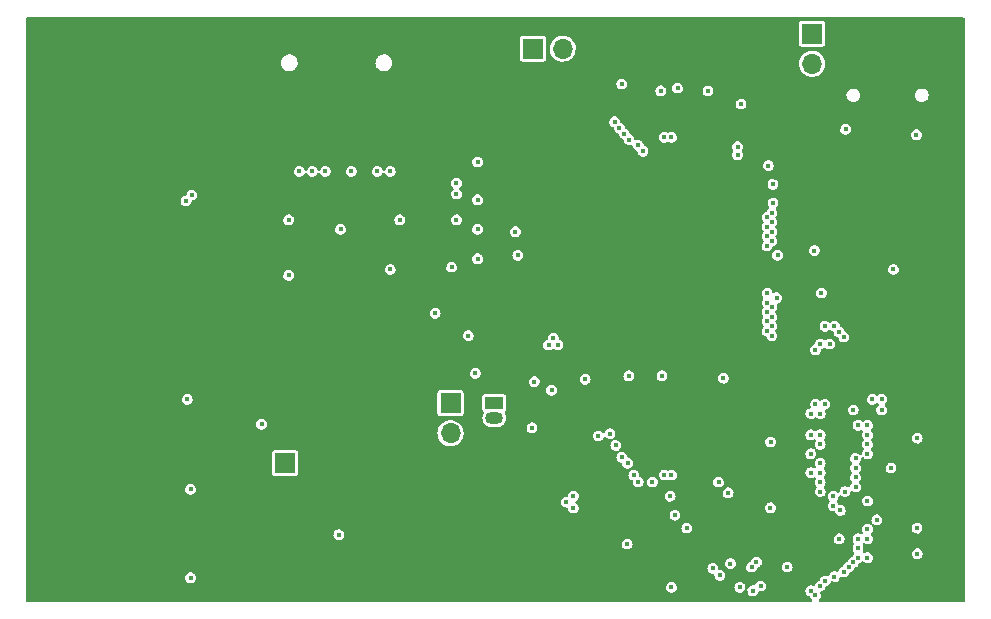
<source format=gbr>
%TF.GenerationSoftware,KiCad,Pcbnew,6.0.2+dfsg-1*%
%TF.CreationDate,2022-05-20T21:22:48+03:00*%
%TF.ProjectId,A13_test_project,4131335f-7465-4737-945f-70726f6a6563,rev?*%
%TF.SameCoordinates,Original*%
%TF.FileFunction,Copper,L2,Inr*%
%TF.FilePolarity,Positive*%
%FSLAX46Y46*%
G04 Gerber Fmt 4.6, Leading zero omitted, Abs format (unit mm)*
G04 Created by KiCad (PCBNEW 6.0.2+dfsg-1) date 2022-05-20 21:22:48*
%MOMM*%
%LPD*%
G01*
G04 APERTURE LIST*
%TA.AperFunction,ComponentPad*%
%ADD10R,1.500000X1.050000*%
%TD*%
%TA.AperFunction,ComponentPad*%
%ADD11O,1.500000X1.050000*%
%TD*%
%TA.AperFunction,ComponentPad*%
%ADD12O,1.000000X2.100000*%
%TD*%
%TA.AperFunction,ComponentPad*%
%ADD13O,1.000000X1.600000*%
%TD*%
%TA.AperFunction,ComponentPad*%
%ADD14R,1.700000X1.700000*%
%TD*%
%TA.AperFunction,ComponentPad*%
%ADD15O,1.700000X1.700000*%
%TD*%
%TA.AperFunction,ViaPad*%
%ADD16C,0.400000*%
%TD*%
G04 APERTURE END LIST*
D10*
%TO.N,RESET*%
%TO.C,U2*%
X50400000Y-59900000D03*
D11*
%TO.N,+3V3*%
X50400000Y-61170000D03*
%TO.N,GND*%
X50400000Y-62440000D03*
%TD*%
D12*
%TO.N,GND*%
%TO.C,J2*%
X88020000Y-34380000D03*
X79380000Y-34380000D03*
D13*
X79380000Y-30200000D03*
X88020000Y-30200000D03*
%TD*%
D14*
%TO.N,Net-(U1-Pad85)*%
%TO.C,J7*%
X77320000Y-28630000D03*
D15*
%TO.N,Net-(U1-Pad84)*%
X77320000Y-31170000D03*
%TD*%
D14*
%TO.N,RESET*%
%TO.C,J6*%
X46700000Y-59925000D03*
D15*
%TO.N,Net-(J6-Pad2)*%
X46700000Y-62465000D03*
%TD*%
D14*
%TO.N,UBOOT*%
%TO.C,J5*%
X32700000Y-65000000D03*
D15*
%TO.N,GND*%
X32700000Y-67540000D03*
%TD*%
D14*
%TO.N,UART1_RxD*%
%TO.C,J3*%
X53660000Y-29900000D03*
D15*
%TO.N,UART1_TxD*%
X56200000Y-29900000D03*
%TO.N,GND*%
X58740000Y-29900000D03*
%TD*%
D16*
%TO.N,GND*%
X14100000Y-53100000D03*
X78120000Y-41610000D03*
X66590000Y-31680000D03*
X50900000Y-74700000D03*
X76200000Y-64600000D03*
X14800000Y-57100000D03*
X24500000Y-52700000D03*
X82000000Y-66600000D03*
X47500000Y-35100000D03*
X25600000Y-75600000D03*
X20600000Y-67200000D03*
X57200000Y-62800000D03*
X77200000Y-67400000D03*
X44600000Y-74400000D03*
X74400000Y-64300000D03*
X23000000Y-41700000D03*
X76500000Y-41000000D03*
X19100000Y-40400000D03*
X18800000Y-69600000D03*
X65400000Y-42400000D03*
X48000000Y-45200000D03*
X68100000Y-49700000D03*
X76200000Y-63000000D03*
X83800000Y-63000000D03*
X72000000Y-65000000D03*
X83790000Y-68790000D03*
X25200000Y-58100000D03*
X71100000Y-40600000D03*
X75100000Y-68600000D03*
X46400000Y-54200000D03*
X72500000Y-66200000D03*
X14800000Y-72300000D03*
X38200000Y-56700000D03*
X18900000Y-54400000D03*
X14800000Y-64700000D03*
X31000000Y-34500000D03*
X77310000Y-41610000D03*
X62000000Y-31100000D03*
X72820000Y-68820000D03*
X88000000Y-68800000D03*
X48000000Y-47700000D03*
X18700000Y-62000000D03*
X85550000Y-38800000D03*
X87200000Y-62900000D03*
X77400000Y-41000000D03*
X83450000Y-38600000D03*
X65700000Y-28500000D03*
X25450000Y-39000000D03*
X19300000Y-34500000D03*
X76800000Y-47200000D03*
X87300000Y-57700000D03*
X80950000Y-41000000D03*
X83800000Y-61400000D03*
X87180000Y-72670000D03*
X37250000Y-70050000D03*
X69800000Y-61100000D03*
X76400000Y-35900000D03*
X31500000Y-46200000D03*
X56900000Y-49700000D03*
X88200000Y-41100000D03*
X44400000Y-52300000D03*
X55100000Y-74900000D03*
X48000000Y-39500000D03*
X61650000Y-69350000D03*
X69000000Y-29500000D03*
X39200000Y-45200000D03*
X82800000Y-70600000D03*
X26100000Y-61700000D03*
X64600000Y-61100000D03*
X26100000Y-52300000D03*
X61500000Y-50600000D03*
X76200000Y-61700000D03*
X37000000Y-30500000D03*
X68900000Y-44400000D03*
X75200000Y-28300000D03*
X26700000Y-66200000D03*
X24400000Y-47600000D03*
X87200000Y-70500000D03*
X54400000Y-60700000D03*
X17500000Y-44000000D03*
X61800000Y-61100000D03*
X34100000Y-75600000D03*
X65400000Y-71200000D03*
X33100000Y-37200000D03*
X43300000Y-60900000D03*
X73700000Y-29700000D03*
X20500000Y-59600000D03*
X70400000Y-32500000D03*
X19400000Y-52100000D03*
X20400000Y-74700000D03*
X82000000Y-72200000D03*
X58700000Y-63700000D03*
X83800000Y-30000000D03*
X33000000Y-52000000D03*
X14100000Y-60500000D03*
X87900000Y-50900000D03*
X82800000Y-65000000D03*
X13700000Y-75000000D03*
X18500000Y-47600000D03*
X77400000Y-50800000D03*
X13200000Y-68600000D03*
X16300000Y-40300000D03*
X45800000Y-48400000D03*
X73100000Y-73800000D03*
X73600000Y-40700000D03*
X72700000Y-29700000D03*
X45600000Y-67400000D03*
X38200000Y-48300000D03*
X24900000Y-71400000D03*
X42700000Y-43200000D03*
X48000000Y-42700000D03*
X65270000Y-31680000D03*
X54000000Y-66100000D03*
X57200000Y-43700000D03*
X83800000Y-72600000D03*
X76400000Y-36900000D03*
X49100000Y-30100000D03*
%TO.N,+3V3*%
X55250000Y-58820000D03*
X41600000Y-48600000D03*
X64500000Y-33470000D03*
X74000000Y-41400000D03*
X49000000Y-39500000D03*
X37250000Y-71050000D03*
X68500000Y-33500000D03*
X33000000Y-44400000D03*
X47200000Y-44400000D03*
X49000000Y-47700000D03*
X61650000Y-71850000D03*
X33000000Y-49100000D03*
X42400000Y-44400000D03*
X24700000Y-67200000D03*
X37400000Y-45200000D03*
X48800000Y-57400000D03*
X53600000Y-62000000D03*
%TO.N,+1V5*%
X64600000Y-57600000D03*
X69800000Y-57800000D03*
X59200000Y-62700000D03*
X86220000Y-72670000D03*
X73780000Y-68780000D03*
X78100000Y-50600000D03*
X73800000Y-63200000D03*
X61800000Y-57600000D03*
X74300000Y-51000000D03*
X24700000Y-74700000D03*
X86200000Y-70500000D03*
X65400000Y-75500000D03*
X86220000Y-62880000D03*
X74400000Y-47400000D03*
X72200000Y-73800000D03*
%TO.N,RESET*%
X52400000Y-47400000D03*
%TO.N,+3V0*%
X73600000Y-39800000D03*
X30700000Y-61700000D03*
%TO.N,+1V2*%
X49000000Y-45200000D03*
X45400000Y-52300000D03*
X24400000Y-59600000D03*
X53800000Y-58100000D03*
X74000000Y-43000000D03*
X65920000Y-33240000D03*
X58100000Y-57900000D03*
X46800000Y-48400000D03*
X49000000Y-42700000D03*
X61200000Y-32900000D03*
X48200000Y-54200000D03*
%TO.N,uSD_CMD*%
X61400000Y-37100000D03*
X36100000Y-40300000D03*
%TO.N,uSD_DAT1*%
X41600000Y-40300000D03*
X63000000Y-38600000D03*
%TO.N,uSD_DAT0*%
X40500000Y-40300000D03*
X62600000Y-38100000D03*
%TO.N,uSD_DAT3*%
X35000000Y-40300000D03*
X61000000Y-36600000D03*
%TO.N,uSD_DAT2*%
X33900000Y-40300000D03*
X60600000Y-36100000D03*
%TO.N,USB0_BUS_DET*%
X71300000Y-34600000D03*
X52200000Y-45400000D03*
%TO.N,I2C_SCL*%
X47200000Y-42200000D03*
X65400000Y-37400000D03*
%TO.N,I2C_SDA*%
X47200000Y-41300000D03*
X64800000Y-37400000D03*
%TO.N,DDR3_A0*%
X73500000Y-46600000D03*
X80800000Y-60500000D03*
%TO.N,DDR3_A1*%
X78000000Y-62600000D03*
X73500000Y-51400000D03*
%TO.N,DDR3_A2*%
X73500000Y-45800000D03*
X81200000Y-61800000D03*
%TO.N,DDR3_A3*%
X82000000Y-63400000D03*
X73900000Y-46200000D03*
%TO.N,DDR3_A4*%
X73900000Y-51800000D03*
X77200000Y-62600000D03*
%TO.N,DDR3_A5*%
X82000000Y-62600000D03*
X73900000Y-45400000D03*
%TO.N,DDR3_A6*%
X77200000Y-60800000D03*
X73500000Y-50600000D03*
%TO.N,DDR3_A7*%
X83200000Y-60500000D03*
X73900000Y-43800000D03*
%TO.N,DDR3_A8*%
X77600000Y-60000000D03*
X77600000Y-55400000D03*
%TO.N,DDR3_A9*%
X82000000Y-61800000D03*
X73900000Y-44600000D03*
%TO.N,DDR3_A10*%
X73500000Y-53000000D03*
X78000000Y-65000000D03*
%TO.N,DDR3_A11*%
X78000000Y-60800000D03*
X78000000Y-54900000D03*
%TO.N,DDR3_A12*%
X73500000Y-52200000D03*
X78000000Y-63400000D03*
%TO.N,DDR3_A13*%
X82400000Y-59600000D03*
X73500000Y-45000000D03*
%TO.N,DDR3_A14*%
X78400000Y-53400000D03*
X78400000Y-60000000D03*
%TO.N,DDR3_BA0*%
X77500000Y-47000000D03*
X82000000Y-64200000D03*
%TO.N,DDR3_BA1*%
X77200000Y-64200000D03*
X73900000Y-52600000D03*
%TO.N,DDR3_BA2*%
X80000000Y-54300000D03*
X81000000Y-64600000D03*
%TO.N,DDR3_CK*%
X73900000Y-54200000D03*
X78000000Y-66600000D03*
%TO.N,DDR3_~{CK}*%
X78000000Y-65800000D03*
X73500000Y-53800000D03*
%TO.N,DDR3_CKE*%
X77200000Y-65800000D03*
X73900000Y-53400000D03*
%TO.N,DDR3_~{RESET}*%
X73500000Y-44200000D03*
X83200000Y-59600000D03*
%TO.N,DDR3_~{RAS}*%
X78800000Y-54900000D03*
X81000000Y-67000000D03*
%TO.N,DDR3_~{CAS}*%
X81000000Y-66200000D03*
X79200000Y-53400000D03*
%TO.N,DDR3_~{WE}*%
X81000000Y-65400000D03*
X79600000Y-53900000D03*
%TO.N,DDR3_ODT*%
X84000000Y-65400000D03*
X84200000Y-48600000D03*
%TO.N,DDR3_D0*%
X61700000Y-65000000D03*
X79700000Y-69000000D03*
%TO.N,DDR3_D1*%
X72600000Y-73400000D03*
X80800000Y-73400000D03*
%TO.N,DDR3_D2*%
X61200000Y-64500000D03*
X79100000Y-68600000D03*
%TO.N,DDR3_D3*%
X75200000Y-73800000D03*
X80400000Y-73800000D03*
%TO.N,DDR3_D4*%
X79100000Y-67800000D03*
X60200000Y-62500000D03*
%TO.N,DDR3_D5*%
X70200000Y-67500000D03*
X78000000Y-67400000D03*
%TO.N,DDR3_D6*%
X60700000Y-63500000D03*
X82000000Y-68200000D03*
%TO.N,DDR3_D7*%
X69400000Y-66600000D03*
X80100000Y-67400000D03*
%TO.N,DDR3_D8*%
X70400000Y-73500000D03*
X80000000Y-74200000D03*
%TO.N,DDR3_D9*%
X62600000Y-66600000D03*
X81200000Y-72200000D03*
%TO.N,DDR3_D10*%
X72950000Y-75400000D03*
X78000000Y-75400000D03*
%TO.N,DDR3_D11*%
X62225000Y-66000000D03*
X82000000Y-71400000D03*
%TO.N,DDR3_D12*%
X71200000Y-75500000D03*
X77600000Y-76200000D03*
%TO.N,DDR3_D13*%
X66700000Y-70500000D03*
X82000000Y-73000000D03*
%TO.N,DDR3_D14*%
X77200000Y-75800000D03*
X72300000Y-75800000D03*
%TO.N,DDR3_D15*%
X81200000Y-73000000D03*
X65700000Y-69400000D03*
%TO.N,DDR3_LDM*%
X79600000Y-71400000D03*
X65300000Y-67800000D03*
%TO.N,DDR3_UDM*%
X63800000Y-66600000D03*
X81200000Y-71400000D03*
%TO.N,DDR3_LDQS*%
X82000000Y-70600000D03*
X64800000Y-66000000D03*
%TO.N,DDR3_~{LDQS}*%
X65400000Y-66000000D03*
X82800000Y-69800000D03*
%TO.N,DDR3_UDQS*%
X68910000Y-73900000D03*
X79200000Y-74600000D03*
%TO.N,DDR3_~{UDQS}*%
X78400000Y-75000000D03*
X69500000Y-74500000D03*
%TO.N,UART1_RxD*%
X24800000Y-42300000D03*
%TO.N,UART1_TxD*%
X24300000Y-42800000D03*
%TO.N,Net-(U1-Pad85)*%
X71000000Y-38200000D03*
%TO.N,Net-(U1-Pad84)*%
X71000000Y-38900000D03*
%TO.N,uSD_CLK*%
X38300000Y-40300000D03*
X61800000Y-37600000D03*
%TO.N,~{WE}*%
X57100000Y-67800000D03*
X55800000Y-55000000D03*
%TO.N,ALE*%
X56500000Y-68300000D03*
X55400000Y-54400000D03*
%TO.N,CLE*%
X55000000Y-55000000D03*
X57100000Y-68800000D03*
%TO.N,+5VP*%
X80160000Y-36730000D03*
X86150000Y-37200000D03*
%TD*%
%TA.AperFunction,Conductor*%
%TO.N,GND*%
G36*
X90188121Y-27274002D02*
G01*
X90234614Y-27327658D01*
X90246000Y-27380000D01*
X90246000Y-76620000D01*
X90225998Y-76688121D01*
X90172342Y-76734614D01*
X90120000Y-76746000D01*
X78002872Y-76746000D01*
X77934751Y-76725998D01*
X77888258Y-76672342D01*
X77878154Y-76602068D01*
X77909455Y-76535446D01*
X77980672Y-76456767D01*
X78037437Y-76339604D01*
X78059037Y-76211219D01*
X78059174Y-76200000D01*
X78040718Y-76071125D01*
X78027769Y-76042645D01*
X78016600Y-76018079D01*
X78006614Y-75947788D01*
X78036214Y-75883257D01*
X78098159Y-75844365D01*
X78173701Y-75823770D01*
X78173703Y-75823769D01*
X78182360Y-75821409D01*
X78293306Y-75753288D01*
X78299330Y-75746633D01*
X78374644Y-75663427D01*
X78374645Y-75663426D01*
X78380672Y-75656767D01*
X78385073Y-75647685D01*
X78433522Y-75547685D01*
X78433522Y-75547684D01*
X78437437Y-75539604D01*
X78438926Y-75530752D01*
X78441656Y-75522199D01*
X78444501Y-75523107D01*
X78468958Y-75472754D01*
X78529054Y-75435942D01*
X78573701Y-75423770D01*
X78573703Y-75423769D01*
X78582360Y-75421409D01*
X78693306Y-75353288D01*
X78699330Y-75346633D01*
X78774644Y-75263427D01*
X78774645Y-75263426D01*
X78780672Y-75256767D01*
X78788227Y-75241175D01*
X78833522Y-75147685D01*
X78833522Y-75147684D01*
X78837437Y-75139604D01*
X78838926Y-75130755D01*
X78838927Y-75130751D01*
X78841713Y-75114188D01*
X78872739Y-75050330D01*
X78933365Y-75013383D01*
X79003539Y-75014825D01*
X79126587Y-75053267D01*
X79135560Y-75053431D01*
X79135563Y-75053432D01*
X79192790Y-75054481D01*
X79256755Y-75055653D01*
X79330917Y-75035434D01*
X79373701Y-75023770D01*
X79373703Y-75023769D01*
X79382360Y-75021409D01*
X79493306Y-74953288D01*
X79499330Y-74946633D01*
X79574644Y-74863427D01*
X79574645Y-74863426D01*
X79580672Y-74856767D01*
X79585073Y-74847685D01*
X79633522Y-74747685D01*
X79633522Y-74747684D01*
X79637437Y-74739604D01*
X79638926Y-74730755D01*
X79638927Y-74730751D01*
X79641713Y-74714188D01*
X79672739Y-74650330D01*
X79733365Y-74613383D01*
X79803539Y-74614825D01*
X79926587Y-74653267D01*
X79935560Y-74653431D01*
X79935563Y-74653432D01*
X79992790Y-74654481D01*
X80056755Y-74655653D01*
X80144628Y-74631696D01*
X80173701Y-74623770D01*
X80173703Y-74623769D01*
X80182360Y-74621409D01*
X80293306Y-74553288D01*
X80299330Y-74546633D01*
X80374644Y-74463427D01*
X80374645Y-74463426D01*
X80380672Y-74456767D01*
X80388227Y-74441175D01*
X80433522Y-74347685D01*
X80433522Y-74347684D01*
X80437437Y-74339604D01*
X80438926Y-74330752D01*
X80441656Y-74322199D01*
X80444501Y-74323107D01*
X80468958Y-74272754D01*
X80529054Y-74235942D01*
X80573701Y-74223770D01*
X80573703Y-74223769D01*
X80582360Y-74221409D01*
X80693306Y-74153288D01*
X80699330Y-74146633D01*
X80774644Y-74063427D01*
X80774645Y-74063426D01*
X80780672Y-74056767D01*
X80785979Y-74045815D01*
X80833522Y-73947685D01*
X80833522Y-73947684D01*
X80837437Y-73939604D01*
X80838926Y-73930752D01*
X80841656Y-73922199D01*
X80844501Y-73923107D01*
X80868958Y-73872754D01*
X80929054Y-73835942D01*
X80973701Y-73823770D01*
X80973703Y-73823769D01*
X80982360Y-73821409D01*
X81093306Y-73753288D01*
X81160101Y-73679494D01*
X81174644Y-73663427D01*
X81174645Y-73663426D01*
X81180672Y-73656767D01*
X81185073Y-73647685D01*
X81233522Y-73547685D01*
X81233522Y-73547684D01*
X81237437Y-73539604D01*
X81238926Y-73530752D01*
X81241656Y-73522199D01*
X81244501Y-73523107D01*
X81268958Y-73472754D01*
X81329054Y-73435942D01*
X81373701Y-73423770D01*
X81373703Y-73423769D01*
X81382360Y-73421409D01*
X81493306Y-73353288D01*
X81505363Y-73339968D01*
X81565905Y-73302888D01*
X81636885Y-73304426D01*
X81682758Y-73330594D01*
X81688174Y-73335436D01*
X81693946Y-73342303D01*
X81701414Y-73347274D01*
X81701415Y-73347275D01*
X81794850Y-73409472D01*
X81794853Y-73409473D01*
X81802320Y-73414444D01*
X81810887Y-73417120D01*
X81810888Y-73417121D01*
X81832171Y-73423770D01*
X81926587Y-73453267D01*
X81935560Y-73453431D01*
X81935563Y-73453432D01*
X81992790Y-73454481D01*
X82056755Y-73455653D01*
X82129054Y-73435942D01*
X82173701Y-73423770D01*
X82173703Y-73423769D01*
X82182360Y-73421409D01*
X82293306Y-73353288D01*
X82299330Y-73346633D01*
X82374644Y-73263427D01*
X82374645Y-73263426D01*
X82380672Y-73256767D01*
X82388227Y-73241175D01*
X82433522Y-73147685D01*
X82433522Y-73147684D01*
X82437437Y-73139604D01*
X82459037Y-73011219D01*
X82459174Y-73000000D01*
X82440718Y-72871125D01*
X82386832Y-72752610D01*
X82329449Y-72686013D01*
X82310818Y-72664390D01*
X85760860Y-72664390D01*
X85762024Y-72673292D01*
X85762024Y-72673295D01*
X85773465Y-72760782D01*
X85777741Y-72793481D01*
X85830174Y-72912645D01*
X85913946Y-73012303D01*
X85921414Y-73017274D01*
X85921415Y-73017275D01*
X86014850Y-73079472D01*
X86014853Y-73079473D01*
X86022320Y-73084444D01*
X86030887Y-73087120D01*
X86030888Y-73087121D01*
X86052171Y-73093770D01*
X86146587Y-73123267D01*
X86155560Y-73123431D01*
X86155563Y-73123432D01*
X86212790Y-73124481D01*
X86276755Y-73125653D01*
X86328917Y-73111432D01*
X86393701Y-73093770D01*
X86393703Y-73093769D01*
X86402360Y-73091409D01*
X86513306Y-73023288D01*
X86524230Y-73011219D01*
X86594644Y-72933427D01*
X86594645Y-72933426D01*
X86600672Y-72926767D01*
X86627631Y-72871125D01*
X86653522Y-72817685D01*
X86653522Y-72817684D01*
X86657437Y-72809604D01*
X86679037Y-72681219D01*
X86679174Y-72670000D01*
X86660718Y-72541125D01*
X86633775Y-72481867D01*
X86610548Y-72430782D01*
X86610547Y-72430780D01*
X86606832Y-72422610D01*
X86521850Y-72323983D01*
X86412601Y-72253172D01*
X86287870Y-72215870D01*
X86278894Y-72215815D01*
X86278893Y-72215815D01*
X86225678Y-72215490D01*
X86157683Y-72215074D01*
X86032505Y-72250850D01*
X86024918Y-72255637D01*
X86024916Y-72255638D01*
X86006717Y-72267121D01*
X85922400Y-72320321D01*
X85916458Y-72327049D01*
X85916457Y-72327050D01*
X85913157Y-72330787D01*
X85836219Y-72417903D01*
X85832404Y-72426028D01*
X85832403Y-72426030D01*
X85784705Y-72527625D01*
X85780890Y-72535751D01*
X85779509Y-72544620D01*
X85762389Y-72654573D01*
X85760860Y-72664390D01*
X82310818Y-72664390D01*
X82307713Y-72660787D01*
X82307712Y-72660786D01*
X82301850Y-72653983D01*
X82192601Y-72583172D01*
X82067870Y-72545870D01*
X82058894Y-72545815D01*
X82058893Y-72545815D01*
X82005678Y-72545490D01*
X81937683Y-72545074D01*
X81812505Y-72580850D01*
X81781368Y-72600496D01*
X81764864Y-72610909D01*
X81696579Y-72630343D01*
X81628627Y-72609774D01*
X81582583Y-72555732D01*
X81573065Y-72485377D01*
X81584237Y-72449409D01*
X81633522Y-72347685D01*
X81633522Y-72347684D01*
X81637437Y-72339604D01*
X81659037Y-72211219D01*
X81659174Y-72200000D01*
X81640718Y-72071125D01*
X81586832Y-71952610D01*
X81589408Y-71951439D01*
X81573594Y-71897165D01*
X81593738Y-71829086D01*
X81647490Y-71782705D01*
X81717785Y-71772747D01*
X81769413Y-71792540D01*
X81794846Y-71809470D01*
X81794852Y-71809473D01*
X81802320Y-71814444D01*
X81810887Y-71817120D01*
X81810888Y-71817121D01*
X81832171Y-71823770D01*
X81926587Y-71853267D01*
X81935560Y-71853431D01*
X81935563Y-71853432D01*
X81992790Y-71854481D01*
X82056755Y-71855653D01*
X82130609Y-71835518D01*
X82173701Y-71823770D01*
X82173703Y-71823769D01*
X82182360Y-71821409D01*
X82293306Y-71753288D01*
X82319255Y-71724620D01*
X82374644Y-71663427D01*
X82374645Y-71663426D01*
X82380672Y-71656767D01*
X82409192Y-71597903D01*
X82433522Y-71547685D01*
X82433522Y-71547684D01*
X82437437Y-71539604D01*
X82459037Y-71411219D01*
X82459174Y-71400000D01*
X82440718Y-71271125D01*
X82396322Y-71173481D01*
X82390548Y-71160782D01*
X82390547Y-71160780D01*
X82386832Y-71152610D01*
X82325870Y-71081860D01*
X82296557Y-71017199D01*
X82306856Y-70946953D01*
X82327909Y-70915059D01*
X82374644Y-70863427D01*
X82374645Y-70863426D01*
X82380672Y-70856767D01*
X82390394Y-70836702D01*
X82433522Y-70747685D01*
X82433522Y-70747684D01*
X82437437Y-70739604D01*
X82459037Y-70611219D01*
X82459174Y-70600000D01*
X82444050Y-70494390D01*
X85740860Y-70494390D01*
X85742024Y-70503292D01*
X85742024Y-70503295D01*
X85756577Y-70614582D01*
X85757741Y-70623481D01*
X85810174Y-70742645D01*
X85893946Y-70842303D01*
X85901414Y-70847274D01*
X85901415Y-70847275D01*
X85994850Y-70909472D01*
X85994853Y-70909473D01*
X86002320Y-70914444D01*
X86010887Y-70917120D01*
X86010888Y-70917121D01*
X86032171Y-70923770D01*
X86126587Y-70953267D01*
X86135560Y-70953431D01*
X86135563Y-70953432D01*
X86192790Y-70954481D01*
X86256755Y-70955653D01*
X86350794Y-70930015D01*
X86373701Y-70923770D01*
X86373703Y-70923769D01*
X86382360Y-70921409D01*
X86493306Y-70853288D01*
X86510374Y-70834432D01*
X86574644Y-70763427D01*
X86574645Y-70763426D01*
X86580672Y-70756767D01*
X86585073Y-70747685D01*
X86633522Y-70647685D01*
X86633522Y-70647684D01*
X86637437Y-70639604D01*
X86659037Y-70511219D01*
X86659174Y-70500000D01*
X86640718Y-70371125D01*
X86586832Y-70252610D01*
X86501850Y-70153983D01*
X86392601Y-70083172D01*
X86267870Y-70045870D01*
X86258894Y-70045815D01*
X86258893Y-70045815D01*
X86205678Y-70045490D01*
X86137683Y-70045074D01*
X86012505Y-70080850D01*
X85902400Y-70150321D01*
X85896458Y-70157049D01*
X85896457Y-70157050D01*
X85865114Y-70192540D01*
X85816219Y-70247903D01*
X85812404Y-70256028D01*
X85812403Y-70256030D01*
X85767609Y-70351439D01*
X85760890Y-70365751D01*
X85759509Y-70374620D01*
X85744483Y-70471125D01*
X85740860Y-70494390D01*
X82444050Y-70494390D01*
X82440718Y-70471125D01*
X82386832Y-70352610D01*
X82389408Y-70351439D01*
X82373594Y-70297165D01*
X82393738Y-70229086D01*
X82447490Y-70182705D01*
X82517785Y-70172747D01*
X82569413Y-70192540D01*
X82594846Y-70209470D01*
X82594852Y-70209473D01*
X82602320Y-70214444D01*
X82610887Y-70217120D01*
X82610888Y-70217121D01*
X82632171Y-70223770D01*
X82726587Y-70253267D01*
X82735560Y-70253431D01*
X82735563Y-70253432D01*
X82792790Y-70254481D01*
X82856755Y-70255653D01*
X82909859Y-70241175D01*
X82973701Y-70223770D01*
X82973703Y-70223769D01*
X82982360Y-70221409D01*
X83052433Y-70178384D01*
X83085658Y-70157984D01*
X83085659Y-70157984D01*
X83093306Y-70153288D01*
X83099330Y-70146633D01*
X83174644Y-70063427D01*
X83174645Y-70063426D01*
X83180672Y-70056767D01*
X83185979Y-70045815D01*
X83233522Y-69947685D01*
X83233522Y-69947684D01*
X83237437Y-69939604D01*
X83259037Y-69811219D01*
X83259174Y-69800000D01*
X83240718Y-69671125D01*
X83186832Y-69552610D01*
X83101850Y-69453983D01*
X82992601Y-69383172D01*
X82867870Y-69345870D01*
X82858894Y-69345815D01*
X82858893Y-69345815D01*
X82805678Y-69345490D01*
X82737683Y-69345074D01*
X82612505Y-69380850D01*
X82604918Y-69385637D01*
X82604916Y-69385638D01*
X82555019Y-69417121D01*
X82502400Y-69450321D01*
X82416219Y-69547903D01*
X82360890Y-69665751D01*
X82359509Y-69674620D01*
X82346529Y-69757984D01*
X82340860Y-69794390D01*
X82342024Y-69803292D01*
X82342024Y-69803295D01*
X82348871Y-69855653D01*
X82357741Y-69923481D01*
X82408683Y-70039255D01*
X82408683Y-70039257D01*
X82410174Y-70042645D01*
X82409685Y-70042860D01*
X82426986Y-70105105D01*
X82405999Y-70172929D01*
X82351675Y-70218639D01*
X82281262Y-70227724D01*
X82232466Y-70209011D01*
X82200134Y-70188054D01*
X82200131Y-70188053D01*
X82192601Y-70183172D01*
X82067870Y-70145870D01*
X82058894Y-70145815D01*
X82058893Y-70145815D01*
X82005678Y-70145490D01*
X81937683Y-70145074D01*
X81812505Y-70180850D01*
X81804918Y-70185637D01*
X81804916Y-70185638D01*
X81755019Y-70217121D01*
X81702400Y-70250321D01*
X81616219Y-70347903D01*
X81612404Y-70356028D01*
X81612403Y-70356030D01*
X81564705Y-70457625D01*
X81560890Y-70465751D01*
X81540860Y-70594390D01*
X81542024Y-70603292D01*
X81542024Y-70603295D01*
X81554712Y-70700321D01*
X81557741Y-70723481D01*
X81568391Y-70747685D01*
X81589565Y-70795806D01*
X81608683Y-70839255D01*
X81608683Y-70839257D01*
X81610174Y-70842645D01*
X81609685Y-70842860D01*
X81626986Y-70905105D01*
X81605999Y-70972929D01*
X81551675Y-71018639D01*
X81481262Y-71027724D01*
X81432466Y-71009011D01*
X81400134Y-70988054D01*
X81400131Y-70988053D01*
X81392601Y-70983172D01*
X81267870Y-70945870D01*
X81258894Y-70945815D01*
X81258893Y-70945815D01*
X81205678Y-70945490D01*
X81137683Y-70945074D01*
X81012505Y-70980850D01*
X80902400Y-71050321D01*
X80816219Y-71147903D01*
X80812404Y-71156028D01*
X80812403Y-71156030D01*
X80764705Y-71257625D01*
X80760890Y-71265751D01*
X80759509Y-71274620D01*
X80742255Y-71385434D01*
X80740860Y-71394390D01*
X80742024Y-71403288D01*
X80742024Y-71403295D01*
X80755592Y-71507050D01*
X80757741Y-71523481D01*
X80810174Y-71642645D01*
X80815950Y-71649516D01*
X80874730Y-71719443D01*
X80903251Y-71784459D01*
X80892095Y-71854573D01*
X80872721Y-71883926D01*
X80816219Y-71947903D01*
X80812404Y-71956028D01*
X80812403Y-71956030D01*
X80764705Y-72057625D01*
X80760890Y-72065751D01*
X80759509Y-72074620D01*
X80742255Y-72185434D01*
X80740860Y-72194390D01*
X80742024Y-72203288D01*
X80742024Y-72203295D01*
X80756577Y-72314582D01*
X80757741Y-72323481D01*
X80810174Y-72442645D01*
X80815950Y-72449516D01*
X80874730Y-72519443D01*
X80903251Y-72584459D01*
X80892095Y-72654573D01*
X80872721Y-72683926D01*
X80816219Y-72747903D01*
X80812404Y-72756028D01*
X80812403Y-72756030D01*
X80764705Y-72857625D01*
X80760890Y-72865751D01*
X80759509Y-72874620D01*
X80758019Y-72879494D01*
X80718974Y-72938789D01*
X80672150Y-72963803D01*
X80636832Y-72973897D01*
X80612505Y-72980850D01*
X80604918Y-72985637D01*
X80604916Y-72985638D01*
X80564373Y-73011219D01*
X80502400Y-73050321D01*
X80496458Y-73057049D01*
X80496457Y-73057050D01*
X80464027Y-73093770D01*
X80416219Y-73147903D01*
X80412404Y-73156028D01*
X80412403Y-73156030D01*
X80368903Y-73248683D01*
X80360890Y-73265751D01*
X80359509Y-73274620D01*
X80358019Y-73279494D01*
X80318974Y-73338789D01*
X80272150Y-73363803D01*
X80246532Y-73371125D01*
X80212505Y-73380850D01*
X80204918Y-73385637D01*
X80204916Y-73385638D01*
X80155019Y-73417121D01*
X80102400Y-73450321D01*
X80096458Y-73457049D01*
X80096457Y-73457050D01*
X80063480Y-73494390D01*
X80016219Y-73547903D01*
X80012404Y-73556028D01*
X80012403Y-73556030D01*
X79968903Y-73648683D01*
X79960890Y-73665751D01*
X79959509Y-73674620D01*
X79958019Y-73679494D01*
X79918974Y-73738789D01*
X79872150Y-73763803D01*
X79846532Y-73771125D01*
X79812505Y-73780850D01*
X79804918Y-73785637D01*
X79804916Y-73785638D01*
X79748223Y-73821409D01*
X79702400Y-73850321D01*
X79616219Y-73947903D01*
X79612404Y-73956028D01*
X79612403Y-73956030D01*
X79575596Y-74034427D01*
X79560890Y-74065751D01*
X79559509Y-74074620D01*
X79558037Y-74084074D01*
X79527792Y-74148307D01*
X79467623Y-74185991D01*
X79396631Y-74185163D01*
X79394296Y-74184270D01*
X79392601Y-74183172D01*
X79267870Y-74145870D01*
X79258894Y-74145815D01*
X79258893Y-74145815D01*
X79205678Y-74145490D01*
X79137683Y-74145074D01*
X79012505Y-74180850D01*
X79004918Y-74185637D01*
X79004916Y-74185638D01*
X78955019Y-74217121D01*
X78902400Y-74250321D01*
X78896458Y-74257049D01*
X78896457Y-74257050D01*
X78841918Y-74318804D01*
X78816219Y-74347903D01*
X78812404Y-74356028D01*
X78812403Y-74356030D01*
X78768903Y-74448683D01*
X78760890Y-74465751D01*
X78759509Y-74474620D01*
X78758037Y-74484074D01*
X78727792Y-74548307D01*
X78667623Y-74585991D01*
X78596631Y-74585163D01*
X78594296Y-74584270D01*
X78592601Y-74583172D01*
X78467870Y-74545870D01*
X78458894Y-74545815D01*
X78458893Y-74545815D01*
X78405678Y-74545490D01*
X78337683Y-74545074D01*
X78212505Y-74580850D01*
X78204918Y-74585637D01*
X78204916Y-74585638D01*
X78148223Y-74621409D01*
X78102400Y-74650321D01*
X78096458Y-74657049D01*
X78096457Y-74657050D01*
X78041918Y-74718804D01*
X78016219Y-74747903D01*
X78012404Y-74756028D01*
X78012403Y-74756030D01*
X77973166Y-74839604D01*
X77960890Y-74865751D01*
X77959509Y-74874620D01*
X77958019Y-74879494D01*
X77918974Y-74938789D01*
X77872150Y-74963803D01*
X77836832Y-74973897D01*
X77812505Y-74980850D01*
X77804918Y-74985637D01*
X77804916Y-74985638D01*
X77748223Y-75021409D01*
X77702400Y-75050321D01*
X77696458Y-75057049D01*
X77696457Y-75057050D01*
X77650160Y-75109472D01*
X77616219Y-75147903D01*
X77612404Y-75156028D01*
X77612403Y-75156030D01*
X77568903Y-75248683D01*
X77560890Y-75265751D01*
X77559509Y-75274620D01*
X77558037Y-75284074D01*
X77527792Y-75348307D01*
X77467623Y-75385991D01*
X77396631Y-75385163D01*
X77394296Y-75384270D01*
X77392601Y-75383172D01*
X77267870Y-75345870D01*
X77258894Y-75345815D01*
X77258893Y-75345815D01*
X77205678Y-75345490D01*
X77137683Y-75345074D01*
X77012505Y-75380850D01*
X77004918Y-75385637D01*
X77004916Y-75385638D01*
X76948223Y-75421409D01*
X76902400Y-75450321D01*
X76896458Y-75457049D01*
X76896457Y-75457050D01*
X76841918Y-75518804D01*
X76816219Y-75547903D01*
X76812404Y-75556028D01*
X76812403Y-75556030D01*
X76773854Y-75638139D01*
X76760890Y-75665751D01*
X76759509Y-75674620D01*
X76742242Y-75785516D01*
X76740860Y-75794390D01*
X76742024Y-75803292D01*
X76742024Y-75803295D01*
X76748871Y-75855653D01*
X76757741Y-75923481D01*
X76810174Y-76042645D01*
X76893946Y-76142303D01*
X76901414Y-76147274D01*
X76901415Y-76147275D01*
X76994850Y-76209472D01*
X76994853Y-76209473D01*
X77002320Y-76214444D01*
X77010887Y-76217120D01*
X77010888Y-76217121D01*
X77075319Y-76237250D01*
X77134376Y-76276655D01*
X77157316Y-76320234D01*
X77157741Y-76323481D01*
X77210174Y-76442645D01*
X77215949Y-76449515D01*
X77215952Y-76449520D01*
X77291105Y-76538924D01*
X77319627Y-76603939D01*
X77308471Y-76674054D01*
X77261179Y-76727007D01*
X77194655Y-76746000D01*
X10880000Y-76746000D01*
X10811879Y-76725998D01*
X10765386Y-76672342D01*
X10754000Y-76620000D01*
X10754000Y-75494390D01*
X64940860Y-75494390D01*
X64942024Y-75503292D01*
X64942024Y-75503295D01*
X64953292Y-75589459D01*
X64957741Y-75623481D01*
X65010174Y-75742645D01*
X65093946Y-75842303D01*
X65101414Y-75847274D01*
X65101415Y-75847275D01*
X65194850Y-75909472D01*
X65194853Y-75909473D01*
X65202320Y-75914444D01*
X65210887Y-75917120D01*
X65210888Y-75917121D01*
X65231246Y-75923481D01*
X65326587Y-75953267D01*
X65335560Y-75953431D01*
X65335563Y-75953432D01*
X65392790Y-75954481D01*
X65456755Y-75955653D01*
X65544628Y-75931696D01*
X65573701Y-75923770D01*
X65573703Y-75923769D01*
X65582360Y-75921409D01*
X65693306Y-75853288D01*
X65720024Y-75823770D01*
X65774644Y-75763427D01*
X65774645Y-75763426D01*
X65780672Y-75756767D01*
X65786001Y-75745769D01*
X65833522Y-75647685D01*
X65833522Y-75647684D01*
X65837437Y-75639604D01*
X65859037Y-75511219D01*
X65859174Y-75500000D01*
X65858371Y-75494390D01*
X70740860Y-75494390D01*
X70742024Y-75503292D01*
X70742024Y-75503295D01*
X70753292Y-75589459D01*
X70757741Y-75623481D01*
X70810174Y-75742645D01*
X70893946Y-75842303D01*
X70901414Y-75847274D01*
X70901415Y-75847275D01*
X70994850Y-75909472D01*
X70994853Y-75909473D01*
X71002320Y-75914444D01*
X71010887Y-75917120D01*
X71010888Y-75917121D01*
X71031246Y-75923481D01*
X71126587Y-75953267D01*
X71135560Y-75953431D01*
X71135563Y-75953432D01*
X71192790Y-75954481D01*
X71256755Y-75955653D01*
X71344628Y-75931696D01*
X71373701Y-75923770D01*
X71373703Y-75923769D01*
X71382360Y-75921409D01*
X71493306Y-75853288D01*
X71520024Y-75823770D01*
X71574644Y-75763427D01*
X71574645Y-75763426D01*
X71580672Y-75756767D01*
X71586001Y-75745769D01*
X71605106Y-75706335D01*
X71647877Y-75659188D01*
X71790946Y-75659188D01*
X71834274Y-75711553D01*
X71842998Y-75780657D01*
X71842241Y-75785516D01*
X71842241Y-75785518D01*
X71840860Y-75794390D01*
X71842024Y-75803292D01*
X71842024Y-75803295D01*
X71848871Y-75855653D01*
X71857741Y-75923481D01*
X71910174Y-76042645D01*
X71993946Y-76142303D01*
X72001414Y-76147274D01*
X72001415Y-76147275D01*
X72094850Y-76209472D01*
X72094853Y-76209473D01*
X72102320Y-76214444D01*
X72110887Y-76217120D01*
X72110888Y-76217121D01*
X72132171Y-76223770D01*
X72226587Y-76253267D01*
X72235560Y-76253431D01*
X72235563Y-76253432D01*
X72292790Y-76254481D01*
X72356755Y-76255653D01*
X72424256Y-76237250D01*
X72473701Y-76223770D01*
X72473703Y-76223769D01*
X72482360Y-76221409D01*
X72593306Y-76153288D01*
X72680672Y-76056767D01*
X72729662Y-75955653D01*
X72733524Y-75947681D01*
X72733525Y-75947679D01*
X72737437Y-75939604D01*
X72738060Y-75935900D01*
X72776358Y-75879260D01*
X72841610Y-75851284D01*
X72872260Y-75851915D01*
X72876587Y-75853267D01*
X73006755Y-75855653D01*
X73080917Y-75835434D01*
X73123701Y-75823770D01*
X73123703Y-75823769D01*
X73132360Y-75821409D01*
X73243306Y-75753288D01*
X73249330Y-75746633D01*
X73324644Y-75663427D01*
X73324645Y-75663426D01*
X73330672Y-75656767D01*
X73335073Y-75647685D01*
X73383522Y-75547685D01*
X73383522Y-75547684D01*
X73387437Y-75539604D01*
X73409037Y-75411219D01*
X73409174Y-75400000D01*
X73390718Y-75271125D01*
X73336832Y-75152610D01*
X73251850Y-75053983D01*
X73142601Y-74983172D01*
X73017870Y-74945870D01*
X73008894Y-74945815D01*
X73008893Y-74945815D01*
X72955678Y-74945490D01*
X72887683Y-74945074D01*
X72762505Y-74980850D01*
X72754918Y-74985637D01*
X72754916Y-74985638D01*
X72698223Y-75021409D01*
X72652400Y-75050321D01*
X72646458Y-75057049D01*
X72646457Y-75057050D01*
X72600160Y-75109472D01*
X72566219Y-75147903D01*
X72562404Y-75156028D01*
X72562403Y-75156030D01*
X72560172Y-75160782D01*
X72510890Y-75265751D01*
X72510467Y-75265552D01*
X72474805Y-75319706D01*
X72409899Y-75348477D01*
X72375629Y-75348190D01*
X72367870Y-75345870D01*
X72358892Y-75345815D01*
X72358891Y-75345815D01*
X72308896Y-75345509D01*
X72237683Y-75345074D01*
X72112505Y-75380850D01*
X72104918Y-75385637D01*
X72104916Y-75385638D01*
X72048223Y-75421409D01*
X72002400Y-75450321D01*
X71996458Y-75457049D01*
X71996457Y-75457050D01*
X71941918Y-75518804D01*
X71916219Y-75547903D01*
X71896709Y-75589459D01*
X71849653Y-75642621D01*
X71790946Y-75659188D01*
X71647877Y-75659188D01*
X71652808Y-75653752D01*
X71710837Y-75638139D01*
X71667495Y-75587040D01*
X71659156Y-75520990D01*
X71657795Y-75520868D01*
X71658230Y-75516013D01*
X71659037Y-75511219D01*
X71659174Y-75500000D01*
X71640718Y-75371125D01*
X71601138Y-75284074D01*
X71590548Y-75260782D01*
X71590547Y-75260780D01*
X71586832Y-75252610D01*
X71501850Y-75153983D01*
X71392601Y-75083172D01*
X71267870Y-75045870D01*
X71258894Y-75045815D01*
X71258893Y-75045815D01*
X71205678Y-75045490D01*
X71137683Y-75045074D01*
X71012505Y-75080850D01*
X71004918Y-75085637D01*
X71004916Y-75085638D01*
X70955019Y-75117121D01*
X70902400Y-75150321D01*
X70816219Y-75247903D01*
X70812404Y-75256028D01*
X70812403Y-75256030D01*
X70799237Y-75284074D01*
X70760890Y-75365751D01*
X70759509Y-75374620D01*
X70744229Y-75472754D01*
X70740860Y-75494390D01*
X65858371Y-75494390D01*
X65840718Y-75371125D01*
X65801138Y-75284074D01*
X65790548Y-75260782D01*
X65790547Y-75260780D01*
X65786832Y-75252610D01*
X65701850Y-75153983D01*
X65592601Y-75083172D01*
X65467870Y-75045870D01*
X65458894Y-75045815D01*
X65458893Y-75045815D01*
X65405678Y-75045490D01*
X65337683Y-75045074D01*
X65212505Y-75080850D01*
X65204918Y-75085637D01*
X65204916Y-75085638D01*
X65155019Y-75117121D01*
X65102400Y-75150321D01*
X65016219Y-75247903D01*
X65012404Y-75256028D01*
X65012403Y-75256030D01*
X64999237Y-75284074D01*
X64960890Y-75365751D01*
X64959509Y-75374620D01*
X64944229Y-75472754D01*
X64940860Y-75494390D01*
X10754000Y-75494390D01*
X10754000Y-74694390D01*
X24240860Y-74694390D01*
X24242024Y-74703292D01*
X24242024Y-74703295D01*
X24256577Y-74814582D01*
X24257741Y-74823481D01*
X24310174Y-74942645D01*
X24393946Y-75042303D01*
X24401414Y-75047274D01*
X24401415Y-75047275D01*
X24494850Y-75109472D01*
X24494853Y-75109473D01*
X24502320Y-75114444D01*
X24510887Y-75117120D01*
X24510888Y-75117121D01*
X24532171Y-75123770D01*
X24626587Y-75153267D01*
X24635560Y-75153431D01*
X24635563Y-75153432D01*
X24692790Y-75154481D01*
X24756755Y-75155653D01*
X24815622Y-75139604D01*
X24873701Y-75123770D01*
X24873703Y-75123769D01*
X24882360Y-75121409D01*
X24993306Y-75053288D01*
X24999330Y-75046633D01*
X25074644Y-74963427D01*
X25074645Y-74963426D01*
X25080672Y-74956767D01*
X25085979Y-74945815D01*
X25133522Y-74847685D01*
X25133522Y-74847684D01*
X25137437Y-74839604D01*
X25159037Y-74711219D01*
X25159174Y-74700000D01*
X25140718Y-74571125D01*
X25106189Y-74495183D01*
X25090548Y-74460782D01*
X25090547Y-74460780D01*
X25086832Y-74452610D01*
X25044341Y-74403296D01*
X25007713Y-74360787D01*
X25007712Y-74360786D01*
X25001850Y-74353983D01*
X24892601Y-74283172D01*
X24767870Y-74245870D01*
X24758894Y-74245815D01*
X24758893Y-74245815D01*
X24705678Y-74245490D01*
X24637683Y-74245074D01*
X24512505Y-74280850D01*
X24402400Y-74350321D01*
X24396458Y-74357049D01*
X24396457Y-74357050D01*
X24379706Y-74376017D01*
X24316219Y-74447903D01*
X24312404Y-74456028D01*
X24312403Y-74456030D01*
X24271899Y-74542303D01*
X24260890Y-74565751D01*
X24259509Y-74574620D01*
X24246892Y-74655653D01*
X24240860Y-74694390D01*
X10754000Y-74694390D01*
X10754000Y-73894390D01*
X68450860Y-73894390D01*
X68452024Y-73903292D01*
X68452024Y-73903295D01*
X68466577Y-74014582D01*
X68467741Y-74023481D01*
X68520174Y-74142645D01*
X68603946Y-74242303D01*
X68611414Y-74247274D01*
X68611415Y-74247275D01*
X68704850Y-74309472D01*
X68704853Y-74309473D01*
X68712320Y-74314444D01*
X68720887Y-74317120D01*
X68720888Y-74317121D01*
X68740049Y-74323107D01*
X68836587Y-74353267D01*
X68918600Y-74354770D01*
X68986342Y-74376017D01*
X69031843Y-74430516D01*
X69042281Y-74482287D01*
X69042242Y-74485517D01*
X69040860Y-74494390D01*
X69051254Y-74573870D01*
X69056421Y-74613383D01*
X69057741Y-74623481D01*
X69110174Y-74742645D01*
X69193946Y-74842303D01*
X69201414Y-74847274D01*
X69201415Y-74847275D01*
X69294850Y-74909472D01*
X69294853Y-74909473D01*
X69302320Y-74914444D01*
X69310887Y-74917120D01*
X69310888Y-74917121D01*
X69332171Y-74923770D01*
X69426587Y-74953267D01*
X69435560Y-74953431D01*
X69435563Y-74953432D01*
X69492790Y-74954481D01*
X69556755Y-74955653D01*
X69634611Y-74934427D01*
X69673701Y-74923770D01*
X69673703Y-74923769D01*
X69682360Y-74921409D01*
X69793306Y-74853288D01*
X69812850Y-74831696D01*
X69874644Y-74763427D01*
X69874645Y-74763426D01*
X69880672Y-74756767D01*
X69885073Y-74747685D01*
X69933522Y-74647685D01*
X69933522Y-74647684D01*
X69937437Y-74639604D01*
X69959037Y-74511219D01*
X69959174Y-74500000D01*
X69940718Y-74371125D01*
X69899672Y-74280850D01*
X69890548Y-74260782D01*
X69890547Y-74260780D01*
X69886832Y-74252610D01*
X69801850Y-74153983D01*
X69692601Y-74083172D01*
X69567870Y-74045870D01*
X69558894Y-74045815D01*
X69558893Y-74045815D01*
X69493660Y-74045416D01*
X69425663Y-74024997D01*
X69379499Y-73971058D01*
X69369447Y-73911224D01*
X69369037Y-73911219D01*
X69369065Y-73908947D01*
X69369065Y-73908946D01*
X69369174Y-73900000D01*
X69350718Y-73771125D01*
X69323775Y-73711867D01*
X69300548Y-73660782D01*
X69300547Y-73660780D01*
X69296832Y-73652610D01*
X69211850Y-73553983D01*
X69119908Y-73494390D01*
X69940860Y-73494390D01*
X69942024Y-73503292D01*
X69942024Y-73503295D01*
X69956577Y-73614582D01*
X69957741Y-73623481D01*
X70010174Y-73742645D01*
X70093946Y-73842303D01*
X70101414Y-73847274D01*
X70101415Y-73847275D01*
X70194850Y-73909472D01*
X70194853Y-73909473D01*
X70202320Y-73914444D01*
X70210887Y-73917120D01*
X70210888Y-73917121D01*
X70230049Y-73923107D01*
X70326587Y-73953267D01*
X70335560Y-73953431D01*
X70335563Y-73953432D01*
X70392790Y-73954481D01*
X70456755Y-73955653D01*
X70544628Y-73931696D01*
X70573701Y-73923770D01*
X70573703Y-73923769D01*
X70582360Y-73921409D01*
X70640814Y-73885518D01*
X70685658Y-73857984D01*
X70685659Y-73857984D01*
X70693306Y-73853288D01*
X70720024Y-73823770D01*
X70746618Y-73794390D01*
X71740860Y-73794390D01*
X71742024Y-73803292D01*
X71742024Y-73803295D01*
X71756138Y-73911224D01*
X71757741Y-73923481D01*
X71810174Y-74042645D01*
X71893946Y-74142303D01*
X71901414Y-74147274D01*
X71901415Y-74147275D01*
X71994850Y-74209472D01*
X71994853Y-74209473D01*
X72002320Y-74214444D01*
X72010887Y-74217120D01*
X72010888Y-74217121D01*
X72032171Y-74223770D01*
X72126587Y-74253267D01*
X72135560Y-74253431D01*
X72135563Y-74253432D01*
X72192790Y-74254481D01*
X72256755Y-74255653D01*
X72330917Y-74235434D01*
X72373701Y-74223770D01*
X72373703Y-74223769D01*
X72382360Y-74221409D01*
X72493306Y-74153288D01*
X72499330Y-74146633D01*
X72574644Y-74063427D01*
X72574645Y-74063426D01*
X72580672Y-74056767D01*
X72585979Y-74045815D01*
X72633522Y-73947685D01*
X72633522Y-73947684D01*
X72637437Y-73939604D01*
X72638926Y-73930752D01*
X72641656Y-73922199D01*
X72644501Y-73923107D01*
X72668958Y-73872754D01*
X72729054Y-73835942D01*
X72773701Y-73823770D01*
X72773703Y-73823769D01*
X72782360Y-73821409D01*
X72826365Y-73794390D01*
X74740860Y-73794390D01*
X74742024Y-73803292D01*
X74742024Y-73803295D01*
X74756138Y-73911224D01*
X74757741Y-73923481D01*
X74810174Y-74042645D01*
X74893946Y-74142303D01*
X74901414Y-74147274D01*
X74901415Y-74147275D01*
X74994850Y-74209472D01*
X74994853Y-74209473D01*
X75002320Y-74214444D01*
X75010887Y-74217120D01*
X75010888Y-74217121D01*
X75032171Y-74223770D01*
X75126587Y-74253267D01*
X75135560Y-74253431D01*
X75135563Y-74253432D01*
X75192790Y-74254481D01*
X75256755Y-74255653D01*
X75330917Y-74235434D01*
X75373701Y-74223770D01*
X75373703Y-74223769D01*
X75382360Y-74221409D01*
X75493306Y-74153288D01*
X75499330Y-74146633D01*
X75574644Y-74063427D01*
X75574645Y-74063426D01*
X75580672Y-74056767D01*
X75585979Y-74045815D01*
X75633522Y-73947685D01*
X75633522Y-73947684D01*
X75637437Y-73939604D01*
X75659037Y-73811219D01*
X75659174Y-73800000D01*
X75640718Y-73671125D01*
X75586832Y-73552610D01*
X75501850Y-73453983D01*
X75392601Y-73383172D01*
X75267870Y-73345870D01*
X75258894Y-73345815D01*
X75258893Y-73345815D01*
X75205678Y-73345490D01*
X75137683Y-73345074D01*
X75012505Y-73380850D01*
X75004918Y-73385637D01*
X75004916Y-73385638D01*
X74955019Y-73417121D01*
X74902400Y-73450321D01*
X74896458Y-73457049D01*
X74896457Y-73457050D01*
X74863480Y-73494390D01*
X74816219Y-73547903D01*
X74812404Y-73556028D01*
X74812403Y-73556030D01*
X74768903Y-73648683D01*
X74760890Y-73665751D01*
X74759509Y-73674620D01*
X74744483Y-73771125D01*
X74740860Y-73794390D01*
X72826365Y-73794390D01*
X72893306Y-73753288D01*
X72960101Y-73679494D01*
X72974644Y-73663427D01*
X72974645Y-73663426D01*
X72980672Y-73656767D01*
X72985073Y-73647685D01*
X73033522Y-73547685D01*
X73033522Y-73547684D01*
X73037437Y-73539604D01*
X73059037Y-73411219D01*
X73059174Y-73400000D01*
X73040718Y-73271125D01*
X72986832Y-73152610D01*
X72944341Y-73103297D01*
X72907713Y-73060787D01*
X72907712Y-73060786D01*
X72901850Y-73053983D01*
X72792601Y-72983172D01*
X72667870Y-72945870D01*
X72658894Y-72945815D01*
X72658893Y-72945815D01*
X72605678Y-72945490D01*
X72537683Y-72945074D01*
X72412505Y-72980850D01*
X72404918Y-72985637D01*
X72404916Y-72985638D01*
X72364373Y-73011219D01*
X72302400Y-73050321D01*
X72296458Y-73057049D01*
X72296457Y-73057050D01*
X72264027Y-73093770D01*
X72216219Y-73147903D01*
X72212404Y-73156028D01*
X72212403Y-73156030D01*
X72168903Y-73248683D01*
X72160890Y-73265751D01*
X72159509Y-73274620D01*
X72158019Y-73279494D01*
X72118974Y-73338789D01*
X72072150Y-73363803D01*
X72046532Y-73371125D01*
X72012505Y-73380850D01*
X72004918Y-73385637D01*
X72004916Y-73385638D01*
X71955019Y-73417121D01*
X71902400Y-73450321D01*
X71896458Y-73457049D01*
X71896457Y-73457050D01*
X71863480Y-73494390D01*
X71816219Y-73547903D01*
X71812404Y-73556028D01*
X71812403Y-73556030D01*
X71768903Y-73648683D01*
X71760890Y-73665751D01*
X71759509Y-73674620D01*
X71744483Y-73771125D01*
X71740860Y-73794390D01*
X70746618Y-73794390D01*
X70774644Y-73763427D01*
X70774645Y-73763426D01*
X70780672Y-73756767D01*
X70786306Y-73745140D01*
X70833522Y-73647685D01*
X70833522Y-73647684D01*
X70837437Y-73639604D01*
X70859037Y-73511219D01*
X70859174Y-73500000D01*
X70840718Y-73371125D01*
X70809692Y-73302888D01*
X70790548Y-73260782D01*
X70790547Y-73260780D01*
X70786832Y-73252610D01*
X70701850Y-73153983D01*
X70592601Y-73083172D01*
X70467870Y-73045870D01*
X70458894Y-73045815D01*
X70458893Y-73045815D01*
X70405678Y-73045490D01*
X70337683Y-73045074D01*
X70212505Y-73080850D01*
X70204918Y-73085637D01*
X70204916Y-73085638D01*
X70202566Y-73087121D01*
X70102400Y-73150321D01*
X70016219Y-73247903D01*
X70012404Y-73256028D01*
X70012403Y-73256030D01*
X69971899Y-73342303D01*
X69960890Y-73365751D01*
X69959509Y-73374620D01*
X69942607Y-73483172D01*
X69940860Y-73494390D01*
X69119908Y-73494390D01*
X69102601Y-73483172D01*
X68977870Y-73445870D01*
X68968894Y-73445815D01*
X68968893Y-73445815D01*
X68915678Y-73445490D01*
X68847683Y-73445074D01*
X68722505Y-73480850D01*
X68714918Y-73485637D01*
X68714916Y-73485638D01*
X68674373Y-73511219D01*
X68612400Y-73550321D01*
X68526219Y-73647903D01*
X68522404Y-73656028D01*
X68522403Y-73656030D01*
X68481738Y-73742645D01*
X68470890Y-73765751D01*
X68469509Y-73774620D01*
X68454229Y-73872754D01*
X68450860Y-73894390D01*
X10754000Y-73894390D01*
X10754000Y-71844390D01*
X61190860Y-71844390D01*
X61192024Y-71853291D01*
X61192024Y-71853295D01*
X61205459Y-71956030D01*
X61207741Y-71973481D01*
X61260174Y-72092645D01*
X61343946Y-72192303D01*
X61351414Y-72197274D01*
X61351415Y-72197275D01*
X61444850Y-72259472D01*
X61444853Y-72259473D01*
X61452320Y-72264444D01*
X61460887Y-72267120D01*
X61460888Y-72267121D01*
X61482171Y-72273770D01*
X61576587Y-72303267D01*
X61585560Y-72303431D01*
X61585563Y-72303432D01*
X61642790Y-72304481D01*
X61706755Y-72305653D01*
X61758917Y-72291432D01*
X61823701Y-72273770D01*
X61823703Y-72273769D01*
X61832360Y-72271409D01*
X61943306Y-72203288D01*
X62030672Y-72106767D01*
X62043634Y-72080015D01*
X62083522Y-71997685D01*
X62083522Y-71997684D01*
X62087437Y-71989604D01*
X62109037Y-71861219D01*
X62109174Y-71850000D01*
X62090718Y-71721125D01*
X62055035Y-71642645D01*
X62040548Y-71610782D01*
X62040547Y-71610780D01*
X62036832Y-71602610D01*
X61974915Y-71530751D01*
X61957713Y-71510787D01*
X61957712Y-71510786D01*
X61951850Y-71503983D01*
X61842601Y-71433172D01*
X61717870Y-71395870D01*
X61708894Y-71395815D01*
X61708893Y-71395815D01*
X61655678Y-71395490D01*
X61587683Y-71395074D01*
X61462505Y-71430850D01*
X61454918Y-71435637D01*
X61454916Y-71435638D01*
X61405019Y-71467121D01*
X61352400Y-71500321D01*
X61266219Y-71597903D01*
X61262404Y-71606028D01*
X61262403Y-71606030D01*
X61235456Y-71663427D01*
X61210890Y-71715751D01*
X61209509Y-71724620D01*
X61194071Y-71823770D01*
X61190860Y-71844390D01*
X10754000Y-71844390D01*
X10754000Y-71044390D01*
X36790860Y-71044390D01*
X36792024Y-71053292D01*
X36792024Y-71053295D01*
X36805459Y-71156030D01*
X36807741Y-71173481D01*
X36860174Y-71292645D01*
X36943946Y-71392303D01*
X36951414Y-71397274D01*
X36951415Y-71397275D01*
X37044850Y-71459472D01*
X37044853Y-71459473D01*
X37052320Y-71464444D01*
X37060887Y-71467120D01*
X37060888Y-71467121D01*
X37082171Y-71473770D01*
X37176587Y-71503267D01*
X37185560Y-71503431D01*
X37185563Y-71503432D01*
X37242790Y-71504481D01*
X37306755Y-71505653D01*
X37358917Y-71491432D01*
X37423701Y-71473770D01*
X37423703Y-71473769D01*
X37432360Y-71471409D01*
X37543306Y-71403288D01*
X37549330Y-71396633D01*
X37551360Y-71394390D01*
X79140860Y-71394390D01*
X79142024Y-71403288D01*
X79142024Y-71403295D01*
X79155592Y-71507050D01*
X79157741Y-71523481D01*
X79210174Y-71642645D01*
X79293946Y-71742303D01*
X79301414Y-71747274D01*
X79301415Y-71747275D01*
X79394850Y-71809472D01*
X79394853Y-71809473D01*
X79402320Y-71814444D01*
X79410887Y-71817120D01*
X79410888Y-71817121D01*
X79432171Y-71823770D01*
X79526587Y-71853267D01*
X79535560Y-71853431D01*
X79535563Y-71853432D01*
X79592790Y-71854481D01*
X79656755Y-71855653D01*
X79730609Y-71835518D01*
X79773701Y-71823770D01*
X79773703Y-71823769D01*
X79782360Y-71821409D01*
X79893306Y-71753288D01*
X79919255Y-71724620D01*
X79974644Y-71663427D01*
X79974645Y-71663426D01*
X79980672Y-71656767D01*
X80009192Y-71597903D01*
X80033522Y-71547685D01*
X80033522Y-71547684D01*
X80037437Y-71539604D01*
X80059037Y-71411219D01*
X80059174Y-71400000D01*
X80040718Y-71271125D01*
X79996322Y-71173481D01*
X79990548Y-71160782D01*
X79990547Y-71160780D01*
X79986832Y-71152610D01*
X79901850Y-71053983D01*
X79792601Y-70983172D01*
X79667870Y-70945870D01*
X79658894Y-70945815D01*
X79658893Y-70945815D01*
X79605678Y-70945490D01*
X79537683Y-70945074D01*
X79412505Y-70980850D01*
X79302400Y-71050321D01*
X79216219Y-71147903D01*
X79212404Y-71156028D01*
X79212403Y-71156030D01*
X79164705Y-71257625D01*
X79160890Y-71265751D01*
X79159509Y-71274620D01*
X79142255Y-71385434D01*
X79140860Y-71394390D01*
X37551360Y-71394390D01*
X37624644Y-71313427D01*
X37624645Y-71313426D01*
X37630672Y-71306767D01*
X37643634Y-71280015D01*
X37683522Y-71197685D01*
X37683522Y-71197684D01*
X37687437Y-71189604D01*
X37709037Y-71061219D01*
X37709174Y-71050000D01*
X37690718Y-70921125D01*
X37655035Y-70842645D01*
X37640548Y-70810782D01*
X37640547Y-70810780D01*
X37636832Y-70802610D01*
X37574915Y-70730751D01*
X37557713Y-70710787D01*
X37557712Y-70710786D01*
X37551850Y-70703983D01*
X37442601Y-70633172D01*
X37317870Y-70595870D01*
X37308894Y-70595815D01*
X37308893Y-70595815D01*
X37255678Y-70595490D01*
X37187683Y-70595074D01*
X37062505Y-70630850D01*
X37054918Y-70635637D01*
X37054916Y-70635638D01*
X37035823Y-70647685D01*
X36952400Y-70700321D01*
X36866219Y-70797903D01*
X36862404Y-70806028D01*
X36862403Y-70806030D01*
X36838011Y-70857984D01*
X36810890Y-70915751D01*
X36809509Y-70924620D01*
X36794870Y-71018639D01*
X36790860Y-71044390D01*
X10754000Y-71044390D01*
X10754000Y-70494390D01*
X66240860Y-70494390D01*
X66242024Y-70503292D01*
X66242024Y-70503295D01*
X66256577Y-70614582D01*
X66257741Y-70623481D01*
X66310174Y-70742645D01*
X66393946Y-70842303D01*
X66401414Y-70847274D01*
X66401415Y-70847275D01*
X66494850Y-70909472D01*
X66494853Y-70909473D01*
X66502320Y-70914444D01*
X66510887Y-70917120D01*
X66510888Y-70917121D01*
X66532171Y-70923770D01*
X66626587Y-70953267D01*
X66635560Y-70953431D01*
X66635563Y-70953432D01*
X66692790Y-70954481D01*
X66756755Y-70955653D01*
X66850794Y-70930015D01*
X66873701Y-70923770D01*
X66873703Y-70923769D01*
X66882360Y-70921409D01*
X66993306Y-70853288D01*
X67010374Y-70834432D01*
X67074644Y-70763427D01*
X67074645Y-70763426D01*
X67080672Y-70756767D01*
X67085073Y-70747685D01*
X67133522Y-70647685D01*
X67133522Y-70647684D01*
X67137437Y-70639604D01*
X67159037Y-70511219D01*
X67159174Y-70500000D01*
X67140718Y-70371125D01*
X67086832Y-70252610D01*
X67001850Y-70153983D01*
X66892601Y-70083172D01*
X66767870Y-70045870D01*
X66758894Y-70045815D01*
X66758893Y-70045815D01*
X66705678Y-70045490D01*
X66637683Y-70045074D01*
X66512505Y-70080850D01*
X66402400Y-70150321D01*
X66396458Y-70157049D01*
X66396457Y-70157050D01*
X66365114Y-70192540D01*
X66316219Y-70247903D01*
X66312404Y-70256028D01*
X66312403Y-70256030D01*
X66267609Y-70351439D01*
X66260890Y-70365751D01*
X66259509Y-70374620D01*
X66244483Y-70471125D01*
X66240860Y-70494390D01*
X10754000Y-70494390D01*
X10754000Y-69394390D01*
X65240860Y-69394390D01*
X65242024Y-69403292D01*
X65242024Y-69403295D01*
X65256577Y-69514582D01*
X65257741Y-69523481D01*
X65310174Y-69642645D01*
X65393946Y-69742303D01*
X65401414Y-69747274D01*
X65401415Y-69747275D01*
X65494850Y-69809472D01*
X65494853Y-69809473D01*
X65502320Y-69814444D01*
X65510887Y-69817120D01*
X65510888Y-69817121D01*
X65532171Y-69823770D01*
X65626587Y-69853267D01*
X65635560Y-69853431D01*
X65635563Y-69853432D01*
X65692790Y-69854481D01*
X65756755Y-69855653D01*
X65808917Y-69841432D01*
X65873701Y-69823770D01*
X65873703Y-69823769D01*
X65882360Y-69821409D01*
X65993306Y-69753288D01*
X66059629Y-69680015D01*
X66074644Y-69663427D01*
X66074645Y-69663426D01*
X66080672Y-69656767D01*
X66127177Y-69560782D01*
X66133522Y-69547685D01*
X66133522Y-69547684D01*
X66137437Y-69539604D01*
X66159037Y-69411219D01*
X66159174Y-69400000D01*
X66140718Y-69271125D01*
X66086832Y-69152610D01*
X66021457Y-69076738D01*
X66007713Y-69060787D01*
X66007712Y-69060786D01*
X66001850Y-69053983D01*
X65892601Y-68983172D01*
X65767870Y-68945870D01*
X65758894Y-68945815D01*
X65758893Y-68945815D01*
X65705678Y-68945490D01*
X65637683Y-68945074D01*
X65512505Y-68980850D01*
X65504918Y-68985637D01*
X65504916Y-68985638D01*
X65467142Y-69009472D01*
X65402400Y-69050321D01*
X65316219Y-69147903D01*
X65312404Y-69156028D01*
X65312403Y-69156030D01*
X65275596Y-69234427D01*
X65260890Y-69265751D01*
X65259509Y-69274620D01*
X65242607Y-69383172D01*
X65240860Y-69394390D01*
X10754000Y-69394390D01*
X10754000Y-68294390D01*
X56040860Y-68294390D01*
X56042024Y-68303292D01*
X56042024Y-68303295D01*
X56049854Y-68363172D01*
X56057741Y-68423481D01*
X56110174Y-68542645D01*
X56193946Y-68642303D01*
X56201414Y-68647274D01*
X56201415Y-68647275D01*
X56294850Y-68709472D01*
X56294853Y-68709473D01*
X56302320Y-68714444D01*
X56310887Y-68717120D01*
X56310888Y-68717121D01*
X56331246Y-68723481D01*
X56426587Y-68753267D01*
X56435560Y-68753431D01*
X56435563Y-68753432D01*
X56527436Y-68755116D01*
X56595178Y-68776364D01*
X56640680Y-68830863D01*
X56650062Y-68864757D01*
X56657741Y-68923481D01*
X56710174Y-69042645D01*
X56793946Y-69142303D01*
X56801414Y-69147274D01*
X56801415Y-69147275D01*
X56894850Y-69209472D01*
X56894853Y-69209473D01*
X56902320Y-69214444D01*
X56910887Y-69217120D01*
X56910888Y-69217121D01*
X56932171Y-69223770D01*
X57026587Y-69253267D01*
X57035560Y-69253431D01*
X57035563Y-69253432D01*
X57092790Y-69254481D01*
X57156755Y-69255653D01*
X57234611Y-69234427D01*
X57273701Y-69223770D01*
X57273703Y-69223769D01*
X57282360Y-69221409D01*
X57393306Y-69153288D01*
X57399330Y-69146633D01*
X57474644Y-69063427D01*
X57474645Y-69063426D01*
X57480672Y-69056767D01*
X57487136Y-69043427D01*
X57533522Y-68947685D01*
X57533522Y-68947684D01*
X57537437Y-68939604D01*
X57559037Y-68811219D01*
X57559174Y-68800000D01*
X57555506Y-68774390D01*
X73320860Y-68774390D01*
X73322024Y-68783292D01*
X73322024Y-68783295D01*
X73330684Y-68849516D01*
X73337741Y-68903481D01*
X73390174Y-69022645D01*
X73473946Y-69122303D01*
X73481414Y-69127274D01*
X73481415Y-69127275D01*
X73574850Y-69189472D01*
X73574853Y-69189473D01*
X73582320Y-69194444D01*
X73590887Y-69197120D01*
X73590888Y-69197121D01*
X73637757Y-69211763D01*
X73706587Y-69233267D01*
X73715560Y-69233431D01*
X73715563Y-69233432D01*
X73772790Y-69234481D01*
X73836755Y-69235653D01*
X73889001Y-69221409D01*
X73953701Y-69203770D01*
X73953703Y-69203769D01*
X73962360Y-69201409D01*
X74051572Y-69146633D01*
X74065658Y-69137984D01*
X74065659Y-69137984D01*
X74073306Y-69133288D01*
X74089467Y-69115434D01*
X74154644Y-69043427D01*
X74154645Y-69043426D01*
X74160672Y-69036767D01*
X74170191Y-69017121D01*
X74213522Y-68927685D01*
X74213522Y-68927684D01*
X74217437Y-68919604D01*
X74239037Y-68791219D01*
X74239174Y-68780000D01*
X74220718Y-68651125D01*
X74194922Y-68594390D01*
X78640860Y-68594390D01*
X78642024Y-68603292D01*
X78642024Y-68603295D01*
X78650894Y-68671125D01*
X78657741Y-68723481D01*
X78710174Y-68842645D01*
X78793946Y-68942303D01*
X78801414Y-68947274D01*
X78801415Y-68947275D01*
X78894850Y-69009472D01*
X78894853Y-69009473D01*
X78902320Y-69014444D01*
X78910887Y-69017120D01*
X78910888Y-69017121D01*
X78928570Y-69022645D01*
X79026587Y-69053267D01*
X79035560Y-69053431D01*
X79035563Y-69053432D01*
X79147908Y-69055491D01*
X79215651Y-69076738D01*
X79260928Y-69130724D01*
X79310174Y-69242645D01*
X79393946Y-69342303D01*
X79401414Y-69347274D01*
X79401415Y-69347275D01*
X79494850Y-69409472D01*
X79494853Y-69409473D01*
X79502320Y-69414444D01*
X79510887Y-69417120D01*
X79510888Y-69417121D01*
X79532171Y-69423770D01*
X79626587Y-69453267D01*
X79635560Y-69453431D01*
X79635563Y-69453432D01*
X79692790Y-69454481D01*
X79756755Y-69455653D01*
X79808917Y-69441432D01*
X79873701Y-69423770D01*
X79873703Y-69423769D01*
X79882360Y-69421409D01*
X79993306Y-69353288D01*
X79999330Y-69346633D01*
X80074644Y-69263427D01*
X80074645Y-69263426D01*
X80080672Y-69256767D01*
X80099881Y-69217121D01*
X80133522Y-69147685D01*
X80133522Y-69147684D01*
X80137437Y-69139604D01*
X80159037Y-69011219D01*
X80159174Y-69000000D01*
X80140718Y-68871125D01*
X80106189Y-68795183D01*
X80090548Y-68760782D01*
X80090547Y-68760780D01*
X80086832Y-68752610D01*
X80044341Y-68703297D01*
X80007713Y-68660787D01*
X80007712Y-68660786D01*
X80001850Y-68653983D01*
X79892601Y-68583172D01*
X79767870Y-68545870D01*
X79758894Y-68545815D01*
X79758893Y-68545815D01*
X79654709Y-68545178D01*
X79586712Y-68524759D01*
X79540784Y-68471095D01*
X79540718Y-68471125D01*
X79540615Y-68470898D01*
X79540615Y-68470897D01*
X79521610Y-68429100D01*
X79490548Y-68360782D01*
X79490547Y-68360780D01*
X79486832Y-68352610D01*
X79425870Y-68281860D01*
X79396557Y-68217199D01*
X79399901Y-68194390D01*
X81540860Y-68194390D01*
X81542024Y-68203292D01*
X81542024Y-68203295D01*
X81556577Y-68314582D01*
X81557741Y-68323481D01*
X81610174Y-68442645D01*
X81693946Y-68542303D01*
X81701414Y-68547274D01*
X81701415Y-68547275D01*
X81794850Y-68609472D01*
X81794853Y-68609473D01*
X81802320Y-68614444D01*
X81810887Y-68617120D01*
X81810888Y-68617121D01*
X81832171Y-68623770D01*
X81926587Y-68653267D01*
X81935560Y-68653431D01*
X81935563Y-68653432D01*
X81992790Y-68654481D01*
X82056755Y-68655653D01*
X82130917Y-68635434D01*
X82173701Y-68623770D01*
X82173703Y-68623769D01*
X82182360Y-68621409D01*
X82293306Y-68553288D01*
X82299330Y-68546633D01*
X82374644Y-68463427D01*
X82374645Y-68463426D01*
X82380672Y-68456767D01*
X82388415Y-68440787D01*
X82433522Y-68347685D01*
X82433522Y-68347684D01*
X82437437Y-68339604D01*
X82459037Y-68211219D01*
X82459174Y-68200000D01*
X82440718Y-68071125D01*
X82386832Y-67952610D01*
X82301850Y-67853983D01*
X82192601Y-67783172D01*
X82067870Y-67745870D01*
X82058894Y-67745815D01*
X82058893Y-67745815D01*
X82005678Y-67745490D01*
X81937683Y-67745074D01*
X81812505Y-67780850D01*
X81804918Y-67785637D01*
X81804916Y-67785638D01*
X81755019Y-67817121D01*
X81702400Y-67850321D01*
X81616219Y-67947903D01*
X81612404Y-67956028D01*
X81612403Y-67956030D01*
X81568903Y-68048683D01*
X81560890Y-68065751D01*
X81559509Y-68074620D01*
X81546529Y-68157984D01*
X81540860Y-68194390D01*
X79399901Y-68194390D01*
X79406856Y-68146953D01*
X79427909Y-68115059D01*
X79474644Y-68063427D01*
X79474645Y-68063426D01*
X79480672Y-68056767D01*
X79488227Y-68041175D01*
X79533522Y-67947685D01*
X79533522Y-67947684D01*
X79537437Y-67939604D01*
X79559037Y-67811219D01*
X79559096Y-67806357D01*
X79559532Y-67801502D01*
X79560762Y-67801612D01*
X79579926Y-67739190D01*
X79634149Y-67693360D01*
X79704542Y-67684120D01*
X79768755Y-67714405D01*
X79781531Y-67727534D01*
X79788170Y-67735433D01*
X79788174Y-67735437D01*
X79793946Y-67742303D01*
X79801414Y-67747274D01*
X79801415Y-67747275D01*
X79894850Y-67809472D01*
X79894853Y-67809473D01*
X79902320Y-67814444D01*
X79910887Y-67817120D01*
X79910888Y-67817121D01*
X79932171Y-67823770D01*
X80026587Y-67853267D01*
X80035560Y-67853431D01*
X80035563Y-67853432D01*
X80092790Y-67854481D01*
X80156755Y-67855653D01*
X80208917Y-67841432D01*
X80273701Y-67823770D01*
X80273703Y-67823769D01*
X80282360Y-67821409D01*
X80393306Y-67753288D01*
X80399330Y-67746633D01*
X80474644Y-67663427D01*
X80474645Y-67663426D01*
X80480672Y-67656767D01*
X80485073Y-67647685D01*
X80533522Y-67547685D01*
X80533522Y-67547684D01*
X80537437Y-67539604D01*
X80548166Y-67475836D01*
X80550799Y-67460185D01*
X80581826Y-67396327D01*
X80642452Y-67359381D01*
X80713429Y-67361076D01*
X80744873Y-67376204D01*
X80794845Y-67409469D01*
X80794850Y-67409471D01*
X80802320Y-67414444D01*
X80810887Y-67417120D01*
X80810888Y-67417121D01*
X80832171Y-67423770D01*
X80926587Y-67453267D01*
X80935560Y-67453431D01*
X80935563Y-67453432D01*
X80992790Y-67454481D01*
X81056755Y-67455653D01*
X81134611Y-67434427D01*
X81173701Y-67423770D01*
X81173703Y-67423769D01*
X81182360Y-67421409D01*
X81293306Y-67353288D01*
X81299330Y-67346633D01*
X81374644Y-67263427D01*
X81374645Y-67263426D01*
X81380672Y-67256767D01*
X81388227Y-67241175D01*
X81433522Y-67147685D01*
X81433522Y-67147684D01*
X81437437Y-67139604D01*
X81459037Y-67011219D01*
X81459174Y-67000000D01*
X81440718Y-66871125D01*
X81399672Y-66780850D01*
X81390548Y-66760782D01*
X81390547Y-66760780D01*
X81386832Y-66752610D01*
X81325870Y-66681860D01*
X81296557Y-66617199D01*
X81306856Y-66546953D01*
X81327909Y-66515059D01*
X81374644Y-66463427D01*
X81374645Y-66463426D01*
X81380672Y-66456767D01*
X81396431Y-66424242D01*
X81433522Y-66347685D01*
X81433522Y-66347684D01*
X81437437Y-66339604D01*
X81459037Y-66211219D01*
X81459174Y-66200000D01*
X81440718Y-66071125D01*
X81406189Y-65995183D01*
X81390548Y-65960782D01*
X81390547Y-65960780D01*
X81386832Y-65952610D01*
X81325870Y-65881860D01*
X81296557Y-65817199D01*
X81306856Y-65746953D01*
X81327909Y-65715059D01*
X81374644Y-65663427D01*
X81374645Y-65663426D01*
X81380672Y-65656767D01*
X81394252Y-65628739D01*
X81433522Y-65547685D01*
X81433522Y-65547684D01*
X81437437Y-65539604D01*
X81459037Y-65411219D01*
X81459174Y-65400000D01*
X81458371Y-65394390D01*
X83540860Y-65394390D01*
X83542024Y-65403292D01*
X83542024Y-65403295D01*
X83552598Y-65484151D01*
X83557741Y-65523481D01*
X83610174Y-65642645D01*
X83693946Y-65742303D01*
X83701414Y-65747274D01*
X83701415Y-65747275D01*
X83794850Y-65809472D01*
X83794853Y-65809473D01*
X83802320Y-65814444D01*
X83810887Y-65817120D01*
X83810888Y-65817121D01*
X83832171Y-65823770D01*
X83926587Y-65853267D01*
X83935560Y-65853431D01*
X83935563Y-65853432D01*
X83992790Y-65854481D01*
X84056755Y-65855653D01*
X84108917Y-65841432D01*
X84173701Y-65823770D01*
X84173703Y-65823769D01*
X84182360Y-65821409D01*
X84293306Y-65753288D01*
X84299330Y-65746633D01*
X84374644Y-65663427D01*
X84374645Y-65663426D01*
X84380672Y-65656767D01*
X84394252Y-65628739D01*
X84433522Y-65547685D01*
X84433522Y-65547684D01*
X84437437Y-65539604D01*
X84459037Y-65411219D01*
X84459174Y-65400000D01*
X84440718Y-65271125D01*
X84386832Y-65152610D01*
X84344341Y-65103296D01*
X84307713Y-65060787D01*
X84307712Y-65060786D01*
X84301850Y-65053983D01*
X84192601Y-64983172D01*
X84067870Y-64945870D01*
X84058894Y-64945815D01*
X84058893Y-64945815D01*
X84005678Y-64945490D01*
X83937683Y-64945074D01*
X83812505Y-64980850D01*
X83804918Y-64985637D01*
X83804916Y-64985638D01*
X83764373Y-65011219D01*
X83702400Y-65050321D01*
X83616219Y-65147903D01*
X83560890Y-65265751D01*
X83559509Y-65274620D01*
X83542607Y-65383172D01*
X83540860Y-65394390D01*
X81458371Y-65394390D01*
X81440718Y-65271125D01*
X81386832Y-65152610D01*
X81325870Y-65081860D01*
X81296557Y-65017199D01*
X81306856Y-64946953D01*
X81327909Y-64915059D01*
X81374644Y-64863427D01*
X81374645Y-64863426D01*
X81380672Y-64856767D01*
X81427177Y-64760782D01*
X81433522Y-64747685D01*
X81433522Y-64747684D01*
X81437437Y-64739604D01*
X81459037Y-64611219D01*
X81459096Y-64606357D01*
X81459532Y-64601502D01*
X81460762Y-64601612D01*
X81479926Y-64539190D01*
X81534149Y-64493360D01*
X81604542Y-64484120D01*
X81668755Y-64514405D01*
X81681531Y-64527534D01*
X81688170Y-64535433D01*
X81688174Y-64535437D01*
X81693946Y-64542303D01*
X81701414Y-64547274D01*
X81701415Y-64547275D01*
X81794850Y-64609472D01*
X81794853Y-64609473D01*
X81802320Y-64614444D01*
X81810887Y-64617120D01*
X81810888Y-64617121D01*
X81831246Y-64623481D01*
X81926587Y-64653267D01*
X81935560Y-64653431D01*
X81935563Y-64653432D01*
X81992790Y-64654481D01*
X82056755Y-64655653D01*
X82149591Y-64630343D01*
X82173701Y-64623770D01*
X82173703Y-64623769D01*
X82182360Y-64621409D01*
X82293306Y-64553288D01*
X82299330Y-64546633D01*
X82374644Y-64463427D01*
X82374645Y-64463426D01*
X82380672Y-64456767D01*
X82389424Y-64438704D01*
X82433522Y-64347685D01*
X82433522Y-64347684D01*
X82437437Y-64339604D01*
X82459037Y-64211219D01*
X82459174Y-64200000D01*
X82440718Y-64071125D01*
X82386832Y-63952610D01*
X82325870Y-63881860D01*
X82296557Y-63817199D01*
X82306856Y-63746953D01*
X82327909Y-63715059D01*
X82374644Y-63663427D01*
X82374645Y-63663426D01*
X82380672Y-63656767D01*
X82385073Y-63647685D01*
X82433522Y-63547685D01*
X82433522Y-63547684D01*
X82437437Y-63539604D01*
X82459037Y-63411219D01*
X82459174Y-63400000D01*
X82440718Y-63271125D01*
X82406189Y-63195183D01*
X82390548Y-63160782D01*
X82390547Y-63160780D01*
X82386832Y-63152610D01*
X82325870Y-63081860D01*
X82296557Y-63017199D01*
X82306856Y-62946953D01*
X82327909Y-62915059D01*
X82364721Y-62874390D01*
X85760860Y-62874390D01*
X85762024Y-62883292D01*
X85762024Y-62883295D01*
X85775831Y-62988876D01*
X85777741Y-63003481D01*
X85830174Y-63122645D01*
X85913946Y-63222303D01*
X85921414Y-63227274D01*
X85921415Y-63227275D01*
X86014850Y-63289472D01*
X86014853Y-63289473D01*
X86022320Y-63294444D01*
X86030887Y-63297120D01*
X86030888Y-63297121D01*
X86052171Y-63303770D01*
X86146587Y-63333267D01*
X86155560Y-63333431D01*
X86155563Y-63333432D01*
X86212790Y-63334481D01*
X86276755Y-63335653D01*
X86328917Y-63321432D01*
X86393701Y-63303770D01*
X86393703Y-63303769D01*
X86402360Y-63301409D01*
X86489503Y-63247903D01*
X86505658Y-63237984D01*
X86505659Y-63237984D01*
X86513306Y-63233288D01*
X86523249Y-63222303D01*
X86594644Y-63143427D01*
X86594645Y-63143426D01*
X86600672Y-63136767D01*
X86604648Y-63128562D01*
X86653522Y-63027685D01*
X86653522Y-63027684D01*
X86657437Y-63019604D01*
X86679037Y-62891219D01*
X86679174Y-62880000D01*
X86660718Y-62751125D01*
X86630888Y-62685518D01*
X86610548Y-62640782D01*
X86610547Y-62640780D01*
X86606832Y-62632610D01*
X86556865Y-62574620D01*
X86527713Y-62540787D01*
X86527712Y-62540786D01*
X86521850Y-62533983D01*
X86412601Y-62463172D01*
X86287870Y-62425870D01*
X86278894Y-62425815D01*
X86278893Y-62425815D01*
X86225678Y-62425490D01*
X86157683Y-62425074D01*
X86032505Y-62460850D01*
X86024918Y-62465637D01*
X86024916Y-62465638D01*
X86002130Y-62480015D01*
X85922400Y-62530321D01*
X85916458Y-62537049D01*
X85916457Y-62537050D01*
X85865116Y-62595183D01*
X85836219Y-62627903D01*
X85832404Y-62636028D01*
X85832403Y-62636030D01*
X85791128Y-62723945D01*
X85780890Y-62745751D01*
X85779509Y-62754620D01*
X85764038Y-62853983D01*
X85760860Y-62874390D01*
X82364721Y-62874390D01*
X82374644Y-62863427D01*
X82374645Y-62863426D01*
X82380672Y-62856767D01*
X82388548Y-62840512D01*
X82433522Y-62747685D01*
X82433522Y-62747684D01*
X82437437Y-62739604D01*
X82459037Y-62611219D01*
X82459174Y-62600000D01*
X82440718Y-62471125D01*
X82400203Y-62382017D01*
X82390548Y-62360782D01*
X82390547Y-62360780D01*
X82386832Y-62352610D01*
X82325870Y-62281860D01*
X82296557Y-62217199D01*
X82306856Y-62146953D01*
X82327909Y-62115059D01*
X82374644Y-62063427D01*
X82374645Y-62063426D01*
X82380672Y-62056767D01*
X82385979Y-62045815D01*
X82433522Y-61947685D01*
X82433522Y-61947684D01*
X82437437Y-61939604D01*
X82459037Y-61811219D01*
X82459174Y-61800000D01*
X82440718Y-61671125D01*
X82399672Y-61580850D01*
X82390548Y-61560782D01*
X82390547Y-61560780D01*
X82386832Y-61552610D01*
X82338018Y-61495958D01*
X82307713Y-61460787D01*
X82307712Y-61460786D01*
X82301850Y-61453983D01*
X82192601Y-61383172D01*
X82067870Y-61345870D01*
X82058894Y-61345815D01*
X82058893Y-61345815D01*
X82005678Y-61345490D01*
X81937683Y-61345074D01*
X81812505Y-61380850D01*
X81804918Y-61385637D01*
X81804916Y-61385638D01*
X81747000Y-61422180D01*
X81702400Y-61450321D01*
X81694905Y-61458808D01*
X81692933Y-61460049D01*
X81689621Y-61462868D01*
X81689214Y-61462390D01*
X81634820Y-61496627D01*
X81563827Y-61495958D01*
X81516068Y-61464853D01*
X81514471Y-61466683D01*
X81507713Y-61460787D01*
X81501850Y-61453983D01*
X81392601Y-61383172D01*
X81267870Y-61345870D01*
X81258894Y-61345815D01*
X81258893Y-61345815D01*
X81205678Y-61345490D01*
X81137683Y-61345074D01*
X81012505Y-61380850D01*
X81004918Y-61385637D01*
X81004916Y-61385638D01*
X80947000Y-61422180D01*
X80902400Y-61450321D01*
X80896458Y-61457049D01*
X80896457Y-61457050D01*
X80881022Y-61474527D01*
X80816219Y-61547903D01*
X80812404Y-61556028D01*
X80812403Y-61556030D01*
X80768134Y-61650321D01*
X80760890Y-61665751D01*
X80759509Y-61674620D01*
X80742835Y-61781707D01*
X80740860Y-61794390D01*
X80742024Y-61803292D01*
X80742024Y-61803295D01*
X80752765Y-61885428D01*
X80757741Y-61923481D01*
X80810174Y-62042645D01*
X80893946Y-62142303D01*
X80901414Y-62147274D01*
X80901415Y-62147275D01*
X80994850Y-62209472D01*
X80994853Y-62209473D01*
X81002320Y-62214444D01*
X81010887Y-62217120D01*
X81010888Y-62217121D01*
X81032171Y-62223770D01*
X81126587Y-62253267D01*
X81135560Y-62253431D01*
X81135563Y-62253432D01*
X81192790Y-62254481D01*
X81256755Y-62255653D01*
X81309859Y-62241175D01*
X81373701Y-62223770D01*
X81373703Y-62223769D01*
X81382360Y-62221409D01*
X81435345Y-62188876D01*
X81503863Y-62170278D01*
X81571558Y-62191675D01*
X81616939Y-62246274D01*
X81625597Y-62316741D01*
X81615329Y-62349798D01*
X81601143Y-62380015D01*
X81568439Y-62449673D01*
X81560890Y-62465751D01*
X81559509Y-62474620D01*
X81544483Y-62571125D01*
X81540860Y-62594390D01*
X81542024Y-62603292D01*
X81542024Y-62603295D01*
X81556577Y-62714582D01*
X81557741Y-62723481D01*
X81610174Y-62842645D01*
X81644344Y-62883295D01*
X81674730Y-62919443D01*
X81703251Y-62984459D01*
X81692095Y-63054573D01*
X81672721Y-63083926D01*
X81650160Y-63109472D01*
X81616219Y-63147903D01*
X81612404Y-63156028D01*
X81612403Y-63156030D01*
X81567060Y-63252610D01*
X81560890Y-63265751D01*
X81559509Y-63274620D01*
X81542794Y-63381972D01*
X81540860Y-63394390D01*
X81542024Y-63403292D01*
X81542024Y-63403295D01*
X81556577Y-63514582D01*
X81557741Y-63523481D01*
X81610174Y-63642645D01*
X81622045Y-63656767D01*
X81674730Y-63719443D01*
X81703251Y-63784459D01*
X81692095Y-63854573D01*
X81672721Y-63883926D01*
X81661432Y-63896709D01*
X81616219Y-63947903D01*
X81612404Y-63956028D01*
X81612403Y-63956030D01*
X81570598Y-64045074D01*
X81560890Y-64065751D01*
X81559509Y-64074620D01*
X81542607Y-64183172D01*
X81540860Y-64194390D01*
X81541305Y-64197796D01*
X81521291Y-64263000D01*
X81467072Y-64308834D01*
X81396679Y-64318079D01*
X81332464Y-64287800D01*
X81320691Y-64275849D01*
X81301850Y-64253983D01*
X81192601Y-64183172D01*
X81067870Y-64145870D01*
X81058894Y-64145815D01*
X81058893Y-64145815D01*
X81005678Y-64145490D01*
X80937683Y-64145074D01*
X80812505Y-64180850D01*
X80804918Y-64185637D01*
X80804916Y-64185638D01*
X80764373Y-64211219D01*
X80702400Y-64250321D01*
X80616219Y-64347903D01*
X80612404Y-64356028D01*
X80612403Y-64356030D01*
X80601143Y-64380014D01*
X80560890Y-64465751D01*
X80559509Y-64474620D01*
X80542607Y-64583172D01*
X80540860Y-64594390D01*
X80542024Y-64603292D01*
X80542024Y-64603295D01*
X80556577Y-64714582D01*
X80557741Y-64723481D01*
X80610174Y-64842645D01*
X80615950Y-64849516D01*
X80674730Y-64919443D01*
X80703251Y-64984459D01*
X80692095Y-65054573D01*
X80672721Y-65083926D01*
X80616219Y-65147903D01*
X80560890Y-65265751D01*
X80559509Y-65274620D01*
X80542607Y-65383172D01*
X80540860Y-65394390D01*
X80542024Y-65403292D01*
X80542024Y-65403295D01*
X80552598Y-65484151D01*
X80557741Y-65523481D01*
X80610174Y-65642645D01*
X80618775Y-65652877D01*
X80674730Y-65719443D01*
X80703251Y-65784459D01*
X80692095Y-65854573D01*
X80672721Y-65883926D01*
X80616219Y-65947903D01*
X80612404Y-65956028D01*
X80612403Y-65956030D01*
X80575596Y-66034427D01*
X80560890Y-66065751D01*
X80559509Y-66074620D01*
X80542607Y-66183172D01*
X80540860Y-66194390D01*
X80542024Y-66203292D01*
X80542024Y-66203295D01*
X80556577Y-66314582D01*
X80557741Y-66323481D01*
X80610174Y-66442645D01*
X80622045Y-66456767D01*
X80674730Y-66519443D01*
X80703251Y-66584459D01*
X80692095Y-66654573D01*
X80672721Y-66683926D01*
X80616219Y-66747903D01*
X80612404Y-66756028D01*
X80612403Y-66756030D01*
X80568512Y-66849516D01*
X80560890Y-66865751D01*
X80559509Y-66874620D01*
X80549596Y-66938284D01*
X80519351Y-67002516D01*
X80459181Y-67040200D01*
X80388189Y-67039372D01*
X80356563Y-67024630D01*
X80355237Y-67023770D01*
X80333177Y-67009472D01*
X80300134Y-66988054D01*
X80300131Y-66988053D01*
X80292601Y-66983172D01*
X80167870Y-66945870D01*
X80158894Y-66945815D01*
X80158893Y-66945815D01*
X80105678Y-66945490D01*
X80037683Y-66945074D01*
X80029051Y-66947541D01*
X80025895Y-66948443D01*
X79912505Y-66980850D01*
X79904918Y-66985637D01*
X79904916Y-66985638D01*
X79855019Y-67017121D01*
X79802400Y-67050321D01*
X79796458Y-67057049D01*
X79796457Y-67057050D01*
X79741918Y-67118804D01*
X79716219Y-67147903D01*
X79712404Y-67156028D01*
X79712403Y-67156030D01*
X79668903Y-67248683D01*
X79660890Y-67265751D01*
X79659509Y-67274620D01*
X79642607Y-67383172D01*
X79640860Y-67394390D01*
X79641305Y-67397796D01*
X79621291Y-67463000D01*
X79567072Y-67508834D01*
X79496679Y-67518079D01*
X79432464Y-67487800D01*
X79420691Y-67475849D01*
X79401850Y-67453983D01*
X79292601Y-67383172D01*
X79167870Y-67345870D01*
X79158894Y-67345815D01*
X79158893Y-67345815D01*
X79105678Y-67345490D01*
X79037683Y-67345074D01*
X78912505Y-67380850D01*
X78904918Y-67385637D01*
X78904916Y-67385638D01*
X78855019Y-67417121D01*
X78802400Y-67450321D01*
X78716219Y-67547903D01*
X78712404Y-67556028D01*
X78712403Y-67556030D01*
X78675596Y-67634427D01*
X78660890Y-67665751D01*
X78659509Y-67674619D01*
X78659509Y-67674620D01*
X78642607Y-67783172D01*
X78640860Y-67794390D01*
X78642024Y-67803292D01*
X78642024Y-67803295D01*
X78652166Y-67880850D01*
X78657741Y-67923481D01*
X78710174Y-68042645D01*
X78722045Y-68056767D01*
X78774730Y-68119443D01*
X78803251Y-68184459D01*
X78792095Y-68254573D01*
X78772721Y-68283926D01*
X78716219Y-68347903D01*
X78712404Y-68356028D01*
X78712403Y-68356030D01*
X78675805Y-68433983D01*
X78660890Y-68465751D01*
X78659509Y-68474620D01*
X78642607Y-68583172D01*
X78640860Y-68594390D01*
X74194922Y-68594390D01*
X74172832Y-68545806D01*
X74170548Y-68540782D01*
X74170547Y-68540780D01*
X74166832Y-68532610D01*
X74116865Y-68474620D01*
X74087713Y-68440787D01*
X74087712Y-68440786D01*
X74081850Y-68433983D01*
X73972601Y-68363172D01*
X73847870Y-68325870D01*
X73838894Y-68325815D01*
X73838893Y-68325815D01*
X73785678Y-68325490D01*
X73717683Y-68325074D01*
X73709051Y-68327541D01*
X73694513Y-68331696D01*
X73592505Y-68360850D01*
X73584918Y-68365637D01*
X73584916Y-68365638D01*
X73527000Y-68402180D01*
X73482400Y-68430321D01*
X73476458Y-68437049D01*
X73476457Y-68437050D01*
X73459044Y-68456767D01*
X73396219Y-68527903D01*
X73392404Y-68536028D01*
X73392403Y-68536030D01*
X73352318Y-68621409D01*
X73340890Y-68645751D01*
X73339509Y-68654620D01*
X73322979Y-68760782D01*
X73320860Y-68774390D01*
X57555506Y-68774390D01*
X57540718Y-68671125D01*
X57509877Y-68603295D01*
X57490548Y-68560782D01*
X57490547Y-68560780D01*
X57486832Y-68552610D01*
X57419632Y-68474620D01*
X57407713Y-68460787D01*
X57407712Y-68460786D01*
X57401850Y-68453983D01*
X57394317Y-68449101D01*
X57394312Y-68449096D01*
X57327033Y-68405488D01*
X57280749Y-68351652D01*
X57270918Y-68281340D01*
X57300662Y-68216874D01*
X57329633Y-68192383D01*
X57393306Y-68153288D01*
X57459629Y-68080015D01*
X57474644Y-68063427D01*
X57474645Y-68063426D01*
X57480672Y-68056767D01*
X57488227Y-68041175D01*
X57533522Y-67947685D01*
X57533522Y-67947684D01*
X57537437Y-67939604D01*
X57559037Y-67811219D01*
X57559174Y-67800000D01*
X57558371Y-67794390D01*
X64840860Y-67794390D01*
X64842024Y-67803292D01*
X64842024Y-67803295D01*
X64852166Y-67880850D01*
X64857741Y-67923481D01*
X64910174Y-68042645D01*
X64993946Y-68142303D01*
X65001414Y-68147274D01*
X65001415Y-68147275D01*
X65094850Y-68209472D01*
X65094853Y-68209473D01*
X65102320Y-68214444D01*
X65110887Y-68217120D01*
X65110888Y-68217121D01*
X65132171Y-68223770D01*
X65226587Y-68253267D01*
X65235560Y-68253431D01*
X65235563Y-68253432D01*
X65292790Y-68254481D01*
X65356755Y-68255653D01*
X65408917Y-68241432D01*
X65473701Y-68223770D01*
X65473703Y-68223769D01*
X65482360Y-68221409D01*
X65593306Y-68153288D01*
X65659629Y-68080015D01*
X65674644Y-68063427D01*
X65674645Y-68063426D01*
X65680672Y-68056767D01*
X65688227Y-68041175D01*
X65733522Y-67947685D01*
X65733522Y-67947684D01*
X65737437Y-67939604D01*
X65759037Y-67811219D01*
X65759174Y-67800000D01*
X65740718Y-67671125D01*
X65686832Y-67552610D01*
X65636667Y-67494390D01*
X69740860Y-67494390D01*
X69742024Y-67503292D01*
X69742024Y-67503295D01*
X69749176Y-67557984D01*
X69757741Y-67623481D01*
X69810174Y-67742645D01*
X69893946Y-67842303D01*
X69901414Y-67847274D01*
X69901415Y-67847275D01*
X69994850Y-67909472D01*
X69994853Y-67909473D01*
X70002320Y-67914444D01*
X70010887Y-67917120D01*
X70010888Y-67917121D01*
X70031246Y-67923481D01*
X70126587Y-67953267D01*
X70135560Y-67953431D01*
X70135563Y-67953432D01*
X70192790Y-67954481D01*
X70256755Y-67955653D01*
X70344628Y-67931696D01*
X70373701Y-67923770D01*
X70373703Y-67923769D01*
X70382360Y-67921409D01*
X70493306Y-67853288D01*
X70499330Y-67846633D01*
X70574644Y-67763427D01*
X70574645Y-67763426D01*
X70580672Y-67756767D01*
X70585979Y-67745815D01*
X70633522Y-67647685D01*
X70633522Y-67647684D01*
X70637437Y-67639604D01*
X70659037Y-67511219D01*
X70659174Y-67500000D01*
X70640718Y-67371125D01*
X70613775Y-67311868D01*
X70590548Y-67260782D01*
X70590547Y-67260780D01*
X70586832Y-67252610D01*
X70501850Y-67153983D01*
X70392601Y-67083172D01*
X70267870Y-67045870D01*
X70258894Y-67045815D01*
X70258893Y-67045815D01*
X70205678Y-67045490D01*
X70137683Y-67045074D01*
X70012505Y-67080850D01*
X69902400Y-67150321D01*
X69816219Y-67247903D01*
X69812404Y-67256028D01*
X69812403Y-67256030D01*
X69773166Y-67339604D01*
X69760890Y-67365751D01*
X69759509Y-67374620D01*
X69745748Y-67463000D01*
X69740860Y-67494390D01*
X65636667Y-67494390D01*
X65607713Y-67460787D01*
X65607712Y-67460786D01*
X65601850Y-67453983D01*
X65492601Y-67383172D01*
X65367870Y-67345870D01*
X65358894Y-67345815D01*
X65358893Y-67345815D01*
X65305678Y-67345490D01*
X65237683Y-67345074D01*
X65112505Y-67380850D01*
X65104918Y-67385637D01*
X65104916Y-67385638D01*
X65055019Y-67417121D01*
X65002400Y-67450321D01*
X64916219Y-67547903D01*
X64912404Y-67556028D01*
X64912403Y-67556030D01*
X64875596Y-67634427D01*
X64860890Y-67665751D01*
X64859509Y-67674619D01*
X64859509Y-67674620D01*
X64842607Y-67783172D01*
X64840860Y-67794390D01*
X57558371Y-67794390D01*
X57540718Y-67671125D01*
X57486832Y-67552610D01*
X57436667Y-67494390D01*
X57407713Y-67460787D01*
X57407712Y-67460786D01*
X57401850Y-67453983D01*
X57292601Y-67383172D01*
X57167870Y-67345870D01*
X57158894Y-67345815D01*
X57158893Y-67345815D01*
X57105678Y-67345490D01*
X57037683Y-67345074D01*
X56912505Y-67380850D01*
X56904918Y-67385637D01*
X56904916Y-67385638D01*
X56855019Y-67417121D01*
X56802400Y-67450321D01*
X56716219Y-67547903D01*
X56712404Y-67556028D01*
X56712403Y-67556030D01*
X56675596Y-67634427D01*
X56660890Y-67665751D01*
X56659509Y-67674618D01*
X56659509Y-67674619D01*
X56649486Y-67738991D01*
X56619241Y-67803223D01*
X56559071Y-67840907D01*
X56524216Y-67845603D01*
X56492255Y-67845408D01*
X56437683Y-67845074D01*
X56312505Y-67880850D01*
X56304918Y-67885637D01*
X56304916Y-67885638D01*
X56255019Y-67917121D01*
X56202400Y-67950321D01*
X56116219Y-68047903D01*
X56112404Y-68056028D01*
X56112403Y-68056030D01*
X56069564Y-68147275D01*
X56060890Y-68165751D01*
X56059509Y-68174620D01*
X56042811Y-68281862D01*
X56040860Y-68294390D01*
X10754000Y-68294390D01*
X10754000Y-67194390D01*
X24240860Y-67194390D01*
X24242024Y-67203292D01*
X24242024Y-67203295D01*
X24252057Y-67280015D01*
X24257741Y-67323481D01*
X24310174Y-67442645D01*
X24393946Y-67542303D01*
X24401414Y-67547274D01*
X24401415Y-67547275D01*
X24494850Y-67609472D01*
X24494853Y-67609473D01*
X24502320Y-67614444D01*
X24510887Y-67617120D01*
X24510888Y-67617121D01*
X24531246Y-67623481D01*
X24626587Y-67653267D01*
X24635560Y-67653431D01*
X24635563Y-67653432D01*
X24692790Y-67654481D01*
X24756755Y-67655653D01*
X24844628Y-67631696D01*
X24873701Y-67623770D01*
X24873703Y-67623769D01*
X24882360Y-67621409D01*
X24993306Y-67553288D01*
X24999330Y-67546633D01*
X25074644Y-67463427D01*
X25074645Y-67463426D01*
X25080672Y-67456767D01*
X25099881Y-67417121D01*
X25133522Y-67347685D01*
X25133522Y-67347684D01*
X25137437Y-67339604D01*
X25159037Y-67211219D01*
X25159174Y-67200000D01*
X25140718Y-67071125D01*
X25106189Y-66995183D01*
X25090548Y-66960782D01*
X25090547Y-66960780D01*
X25086832Y-66952610D01*
X25044341Y-66903296D01*
X25007713Y-66860787D01*
X25007712Y-66860786D01*
X25001850Y-66853983D01*
X24892601Y-66783172D01*
X24767870Y-66745870D01*
X24758894Y-66745815D01*
X24758893Y-66745815D01*
X24705678Y-66745490D01*
X24637683Y-66745074D01*
X24629051Y-66747541D01*
X24625895Y-66748443D01*
X24512505Y-66780850D01*
X24402400Y-66850321D01*
X24396458Y-66857049D01*
X24396457Y-66857050D01*
X24380940Y-66874620D01*
X24316219Y-66947903D01*
X24312404Y-66956028D01*
X24312403Y-66956030D01*
X24283685Y-67017199D01*
X24260890Y-67065751D01*
X24259509Y-67074620D01*
X24247152Y-67153983D01*
X24240860Y-67194390D01*
X10754000Y-67194390D01*
X10754000Y-64124933D01*
X31595500Y-64124933D01*
X31595501Y-65875066D01*
X31602612Y-65910818D01*
X31605131Y-65923481D01*
X31610266Y-65949301D01*
X31666516Y-66033484D01*
X31750699Y-66089734D01*
X31824933Y-66104500D01*
X32699858Y-66104500D01*
X33575066Y-66104499D01*
X33610818Y-66097388D01*
X33637126Y-66092156D01*
X33637128Y-66092155D01*
X33649301Y-66089734D01*
X33659621Y-66082839D01*
X33659622Y-66082838D01*
X33723168Y-66040377D01*
X33733484Y-66033484D01*
X33789734Y-65949301D01*
X33804500Y-65875067D01*
X33804499Y-64124934D01*
X33792728Y-64065751D01*
X33792156Y-64062874D01*
X33792155Y-64062872D01*
X33789734Y-64050699D01*
X33751418Y-63993355D01*
X33740377Y-63976832D01*
X33733484Y-63966516D01*
X33649301Y-63910266D01*
X33575067Y-63895500D01*
X32700142Y-63895500D01*
X31824934Y-63895501D01*
X31789182Y-63902612D01*
X31762874Y-63907844D01*
X31762872Y-63907845D01*
X31750699Y-63910266D01*
X31740379Y-63917161D01*
X31740378Y-63917162D01*
X31686344Y-63953267D01*
X31666516Y-63966516D01*
X31610266Y-64050699D01*
X31595500Y-64124933D01*
X10754000Y-64124933D01*
X10754000Y-62435964D01*
X45591148Y-62435964D01*
X45592763Y-62460600D01*
X45604037Y-62632610D01*
X45604424Y-62638522D01*
X45605845Y-62644118D01*
X45605846Y-62644123D01*
X45635744Y-62761843D01*
X45654392Y-62835269D01*
X45656809Y-62840512D01*
X45707555Y-62950589D01*
X45739377Y-63019616D01*
X45758471Y-63046633D01*
X45839143Y-63160782D01*
X45856533Y-63185389D01*
X45860675Y-63189424D01*
X45899531Y-63227275D01*
X46001938Y-63327035D01*
X46170720Y-63439812D01*
X46176023Y-63442090D01*
X46176026Y-63442092D01*
X46344752Y-63514582D01*
X46357228Y-63519942D01*
X46425693Y-63535434D01*
X46549579Y-63563467D01*
X46549584Y-63563468D01*
X46555216Y-63564742D01*
X46560987Y-63564969D01*
X46560989Y-63564969D01*
X46620756Y-63567317D01*
X46758053Y-63572712D01*
X46859630Y-63557984D01*
X46953231Y-63544413D01*
X46953236Y-63544412D01*
X46958945Y-63543584D01*
X46964409Y-63541729D01*
X46964414Y-63541728D01*
X47145693Y-63480192D01*
X47145698Y-63480190D01*
X47151165Y-63478334D01*
X47177784Y-63463427D01*
X47225683Y-63436602D01*
X47328276Y-63379147D01*
X47333720Y-63374620D01*
X47479913Y-63253031D01*
X47484345Y-63249345D01*
X47541463Y-63180669D01*
X47610453Y-63097718D01*
X47610455Y-63097715D01*
X47614147Y-63093276D01*
X47673845Y-62986677D01*
X47710510Y-62921208D01*
X47710511Y-62921206D01*
X47713334Y-62916165D01*
X47715190Y-62910698D01*
X47715192Y-62910693D01*
X47776728Y-62729414D01*
X47776729Y-62729409D01*
X47778584Y-62723945D01*
X47779412Y-62718236D01*
X47779413Y-62718231D01*
X47782870Y-62694390D01*
X58740860Y-62694390D01*
X58742024Y-62703292D01*
X58742024Y-62703295D01*
X58756577Y-62814582D01*
X58757741Y-62823481D01*
X58810174Y-62942645D01*
X58893946Y-63042303D01*
X58901414Y-63047274D01*
X58901415Y-63047275D01*
X58994850Y-63109472D01*
X58994853Y-63109473D01*
X59002320Y-63114444D01*
X59010887Y-63117120D01*
X59010888Y-63117121D01*
X59028570Y-63122645D01*
X59126587Y-63153267D01*
X59135560Y-63153431D01*
X59135563Y-63153432D01*
X59192790Y-63154481D01*
X59256755Y-63155653D01*
X59326028Y-63136767D01*
X59373701Y-63123770D01*
X59373703Y-63123769D01*
X59382360Y-63121409D01*
X59493306Y-63053288D01*
X59499655Y-63046274D01*
X59574644Y-62963427D01*
X59574645Y-62963426D01*
X59580672Y-62956767D01*
X59587630Y-62942407D01*
X59628984Y-62857050D01*
X59637437Y-62839604D01*
X59638200Y-62835070D01*
X59676730Y-62778083D01*
X59741981Y-62750103D01*
X59812000Y-62761843D01*
X59853450Y-62794129D01*
X59888168Y-62835431D01*
X59888174Y-62835436D01*
X59893946Y-62842303D01*
X59901414Y-62847274D01*
X59901415Y-62847275D01*
X59994850Y-62909472D01*
X59994853Y-62909473D01*
X60002320Y-62914444D01*
X60010887Y-62917120D01*
X60010888Y-62917121D01*
X60057757Y-62931763D01*
X60126587Y-62953267D01*
X60135560Y-62953431D01*
X60135563Y-62953432D01*
X60192790Y-62954481D01*
X60256755Y-62955653D01*
X60265417Y-62953292D01*
X60265421Y-62953291D01*
X60268564Y-62952434D01*
X60271794Y-62952497D01*
X60274322Y-62952182D01*
X60274367Y-62952547D01*
X60339547Y-62953816D01*
X60398515Y-62993355D01*
X60426745Y-63058498D01*
X60415275Y-63128562D01*
X60396143Y-63157406D01*
X60322161Y-63241174D01*
X60322159Y-63241178D01*
X60316219Y-63247903D01*
X60312404Y-63256028D01*
X60312403Y-63256030D01*
X60275098Y-63335488D01*
X60260890Y-63365751D01*
X60259509Y-63374620D01*
X60243071Y-63480192D01*
X60240860Y-63494390D01*
X60242024Y-63503292D01*
X60242024Y-63503295D01*
X60251072Y-63572485D01*
X60257741Y-63623481D01*
X60310174Y-63742645D01*
X60393946Y-63842303D01*
X60401414Y-63847274D01*
X60401415Y-63847275D01*
X60494850Y-63909472D01*
X60494853Y-63909473D01*
X60502320Y-63914444D01*
X60510887Y-63917120D01*
X60510888Y-63917121D01*
X60557757Y-63931763D01*
X60626587Y-63953267D01*
X60635560Y-63953431D01*
X60635563Y-63953432D01*
X60692790Y-63954481D01*
X60756755Y-63955653D01*
X60765417Y-63953292D01*
X60765421Y-63953291D01*
X60768564Y-63952434D01*
X60771794Y-63952497D01*
X60774322Y-63952182D01*
X60774367Y-63952547D01*
X60839547Y-63953816D01*
X60898515Y-63993355D01*
X60926745Y-64058498D01*
X60915275Y-64128562D01*
X60896143Y-64157406D01*
X60822161Y-64241174D01*
X60822159Y-64241178D01*
X60816219Y-64247903D01*
X60812404Y-64256028D01*
X60812403Y-64256030D01*
X60767060Y-64352610D01*
X60760890Y-64365751D01*
X60759509Y-64374620D01*
X60744483Y-64471125D01*
X60740860Y-64494390D01*
X60742024Y-64503292D01*
X60742024Y-64503295D01*
X60756559Y-64614444D01*
X60757741Y-64623481D01*
X60810174Y-64742645D01*
X60893946Y-64842303D01*
X60901414Y-64847274D01*
X60901415Y-64847275D01*
X60994850Y-64909472D01*
X60994853Y-64909473D01*
X61002320Y-64914444D01*
X61010887Y-64917120D01*
X61010888Y-64917121D01*
X61018321Y-64919443D01*
X61126587Y-64953267D01*
X61135563Y-64953432D01*
X61144424Y-64954867D01*
X61143835Y-64958502D01*
X61194912Y-64974509D01*
X61240427Y-65028997D01*
X61249821Y-65062918D01*
X61252299Y-65081862D01*
X61257741Y-65123481D01*
X61310174Y-65242645D01*
X61393946Y-65342303D01*
X61401414Y-65347274D01*
X61401415Y-65347275D01*
X61494850Y-65409472D01*
X61494853Y-65409473D01*
X61502320Y-65414444D01*
X61510887Y-65417120D01*
X61510888Y-65417121D01*
X61544827Y-65427724D01*
X61626587Y-65453267D01*
X61635560Y-65453431D01*
X61635563Y-65453432D01*
X61692790Y-65454481D01*
X61756755Y-65455653D01*
X61802303Y-65443235D01*
X61873284Y-65444614D01*
X61932253Y-65484151D01*
X61960486Y-65549292D01*
X61949019Y-65619357D01*
X61926061Y-65649139D01*
X61927400Y-65650321D01*
X61841219Y-65747903D01*
X61837404Y-65756028D01*
X61837403Y-65756030D01*
X61808685Y-65817199D01*
X61785890Y-65865751D01*
X61784509Y-65874620D01*
X61771274Y-65959622D01*
X61765860Y-65994390D01*
X61767024Y-66003292D01*
X61767024Y-66003295D01*
X61780259Y-66104500D01*
X61782741Y-66123481D01*
X61835174Y-66242645D01*
X61918946Y-66342303D01*
X61926414Y-66347274D01*
X61926415Y-66347275D01*
X62019850Y-66409472D01*
X62019853Y-66409473D01*
X62027320Y-66414444D01*
X62058684Y-66424243D01*
X62117739Y-66463648D01*
X62146116Y-66528727D01*
X62145608Y-66563893D01*
X62142241Y-66585516D01*
X62142241Y-66585518D01*
X62140860Y-66594390D01*
X62142024Y-66603292D01*
X62142024Y-66603295D01*
X62152568Y-66683926D01*
X62157741Y-66723481D01*
X62210174Y-66842645D01*
X62293946Y-66942303D01*
X62301414Y-66947274D01*
X62301415Y-66947275D01*
X62394850Y-67009472D01*
X62394853Y-67009473D01*
X62402320Y-67014444D01*
X62410887Y-67017120D01*
X62410888Y-67017121D01*
X62432171Y-67023770D01*
X62526587Y-67053267D01*
X62535560Y-67053431D01*
X62535563Y-67053432D01*
X62592790Y-67054481D01*
X62656755Y-67055653D01*
X62716473Y-67039372D01*
X62773701Y-67023770D01*
X62773703Y-67023769D01*
X62782360Y-67021409D01*
X62893306Y-66953288D01*
X62899330Y-66946633D01*
X62974644Y-66863427D01*
X62974645Y-66863426D01*
X62980672Y-66856767D01*
X63016329Y-66783172D01*
X63033522Y-66747685D01*
X63033522Y-66747684D01*
X63037437Y-66739604D01*
X63059037Y-66611219D01*
X63059174Y-66600000D01*
X63058371Y-66594390D01*
X63340860Y-66594390D01*
X63342024Y-66603292D01*
X63342024Y-66603295D01*
X63352568Y-66683926D01*
X63357741Y-66723481D01*
X63410174Y-66842645D01*
X63493946Y-66942303D01*
X63501414Y-66947274D01*
X63501415Y-66947275D01*
X63594850Y-67009472D01*
X63594853Y-67009473D01*
X63602320Y-67014444D01*
X63610887Y-67017120D01*
X63610888Y-67017121D01*
X63632171Y-67023770D01*
X63726587Y-67053267D01*
X63735560Y-67053431D01*
X63735563Y-67053432D01*
X63792790Y-67054481D01*
X63856755Y-67055653D01*
X63916473Y-67039372D01*
X63973701Y-67023770D01*
X63973703Y-67023769D01*
X63982360Y-67021409D01*
X64093306Y-66953288D01*
X64099330Y-66946633D01*
X64174644Y-66863427D01*
X64174645Y-66863426D01*
X64180672Y-66856767D01*
X64216329Y-66783172D01*
X64233522Y-66747685D01*
X64233522Y-66747684D01*
X64237437Y-66739604D01*
X64259037Y-66611219D01*
X64259174Y-66600000D01*
X64258371Y-66594390D01*
X68940860Y-66594390D01*
X68942024Y-66603292D01*
X68942024Y-66603295D01*
X68952568Y-66683926D01*
X68957741Y-66723481D01*
X69010174Y-66842645D01*
X69093946Y-66942303D01*
X69101414Y-66947274D01*
X69101415Y-66947275D01*
X69194850Y-67009472D01*
X69194853Y-67009473D01*
X69202320Y-67014444D01*
X69210887Y-67017120D01*
X69210888Y-67017121D01*
X69232171Y-67023770D01*
X69326587Y-67053267D01*
X69335560Y-67053431D01*
X69335563Y-67053432D01*
X69392790Y-67054481D01*
X69456755Y-67055653D01*
X69516473Y-67039372D01*
X69573701Y-67023770D01*
X69573703Y-67023769D01*
X69582360Y-67021409D01*
X69693306Y-66953288D01*
X69699330Y-66946633D01*
X69774644Y-66863427D01*
X69774645Y-66863426D01*
X69780672Y-66856767D01*
X69816329Y-66783172D01*
X69833522Y-66747685D01*
X69833522Y-66747684D01*
X69837437Y-66739604D01*
X69859037Y-66611219D01*
X69859174Y-66600000D01*
X69840718Y-66471125D01*
X69804953Y-66392465D01*
X69790548Y-66360782D01*
X69790547Y-66360780D01*
X69786832Y-66352610D01*
X69725872Y-66281862D01*
X69707713Y-66260787D01*
X69707712Y-66260786D01*
X69701850Y-66253983D01*
X69592601Y-66183172D01*
X69467870Y-66145870D01*
X69458894Y-66145815D01*
X69458893Y-66145815D01*
X69405678Y-66145490D01*
X69337683Y-66145074D01*
X69212505Y-66180850D01*
X69204918Y-66185637D01*
X69204916Y-66185638D01*
X69155019Y-66217121D01*
X69102400Y-66250321D01*
X69016219Y-66347903D01*
X69012404Y-66356028D01*
X69012403Y-66356030D01*
X68965708Y-66455488D01*
X68960890Y-66465751D01*
X68959509Y-66474620D01*
X68942242Y-66585516D01*
X68940860Y-66594390D01*
X64258371Y-66594390D01*
X64240718Y-66471125D01*
X64237003Y-66462955D01*
X64237001Y-66462947D01*
X64193038Y-66366258D01*
X64192430Y-66361978D01*
X64188929Y-66357223D01*
X64186832Y-66352610D01*
X64161733Y-66323481D01*
X64107713Y-66260787D01*
X64107712Y-66260786D01*
X64101850Y-66253983D01*
X63992601Y-66183172D01*
X63867870Y-66145870D01*
X63858894Y-66145815D01*
X63858893Y-66145815D01*
X63805678Y-66145490D01*
X63737683Y-66145074D01*
X63612505Y-66180850D01*
X63604918Y-66185637D01*
X63604916Y-66185638D01*
X63555019Y-66217121D01*
X63502400Y-66250321D01*
X63416219Y-66347903D01*
X63412404Y-66356028D01*
X63412403Y-66356030D01*
X63365708Y-66455488D01*
X63360890Y-66465751D01*
X63359509Y-66474620D01*
X63342242Y-66585516D01*
X63340860Y-66594390D01*
X63058371Y-66594390D01*
X63040718Y-66471125D01*
X63004953Y-66392465D01*
X62990548Y-66360782D01*
X62990547Y-66360780D01*
X62986832Y-66352610D01*
X62925872Y-66281862D01*
X62907713Y-66260787D01*
X62907712Y-66260786D01*
X62901850Y-66253983D01*
X62792601Y-66183172D01*
X62783999Y-66180600D01*
X62783998Y-66180599D01*
X62768309Y-66175907D01*
X62708775Y-66137226D01*
X62679605Y-66072499D01*
X62680157Y-66034284D01*
X62683230Y-66016023D01*
X62683231Y-66016007D01*
X62684037Y-66011219D01*
X62684174Y-66000000D01*
X62683371Y-65994390D01*
X64340860Y-65994390D01*
X64342024Y-66003292D01*
X64342024Y-66003295D01*
X64355259Y-66104500D01*
X64357741Y-66123481D01*
X64398978Y-66217199D01*
X64405394Y-66231781D01*
X64405880Y-66235530D01*
X64408772Y-66239459D01*
X64410174Y-66242645D01*
X64415945Y-66249510D01*
X64415946Y-66249512D01*
X64470644Y-66314582D01*
X64493946Y-66342303D01*
X64501414Y-66347274D01*
X64501415Y-66347275D01*
X64594850Y-66409472D01*
X64594853Y-66409473D01*
X64602320Y-66414444D01*
X64610887Y-66417120D01*
X64610888Y-66417121D01*
X64632171Y-66423770D01*
X64726587Y-66453267D01*
X64735560Y-66453431D01*
X64735563Y-66453432D01*
X64792790Y-66454481D01*
X64856755Y-66455653D01*
X64934611Y-66434427D01*
X64973701Y-66423770D01*
X64973703Y-66423769D01*
X64982360Y-66421409D01*
X65033553Y-66389976D01*
X65102072Y-66371379D01*
X65169302Y-66392465D01*
X65194850Y-66409472D01*
X65194853Y-66409473D01*
X65202320Y-66414444D01*
X65210887Y-66417120D01*
X65210888Y-66417121D01*
X65232171Y-66423770D01*
X65326587Y-66453267D01*
X65335560Y-66453431D01*
X65335563Y-66453432D01*
X65392790Y-66454481D01*
X65456755Y-66455653D01*
X65534611Y-66434427D01*
X65573701Y-66423770D01*
X65573703Y-66423769D01*
X65582360Y-66421409D01*
X65693306Y-66353288D01*
X65700077Y-66345808D01*
X65774644Y-66263427D01*
X65774645Y-66263426D01*
X65780672Y-66256767D01*
X65790962Y-66235530D01*
X65833522Y-66147685D01*
X65833522Y-66147684D01*
X65837437Y-66139604D01*
X65859037Y-66011219D01*
X65859174Y-66000000D01*
X65840718Y-65871125D01*
X65806189Y-65795183D01*
X65805828Y-65794390D01*
X76740860Y-65794390D01*
X76742024Y-65803292D01*
X76742024Y-65803295D01*
X76752568Y-65883926D01*
X76757741Y-65923481D01*
X76810174Y-66042645D01*
X76893946Y-66142303D01*
X76901414Y-66147274D01*
X76901415Y-66147275D01*
X76994850Y-66209472D01*
X76994853Y-66209473D01*
X77002320Y-66214444D01*
X77010887Y-66217120D01*
X77010888Y-66217121D01*
X77032171Y-66223770D01*
X77126587Y-66253267D01*
X77135560Y-66253431D01*
X77135563Y-66253432D01*
X77192790Y-66254481D01*
X77256755Y-66255653D01*
X77334611Y-66234427D01*
X77373701Y-66223770D01*
X77373703Y-66223769D01*
X77382360Y-66221409D01*
X77435345Y-66188876D01*
X77503863Y-66170278D01*
X77571558Y-66191675D01*
X77616939Y-66246274D01*
X77625597Y-66316741D01*
X77615329Y-66349798D01*
X77605197Y-66371379D01*
X77566622Y-66453543D01*
X77560890Y-66465751D01*
X77559509Y-66474620D01*
X77542242Y-66585516D01*
X77540860Y-66594390D01*
X77542024Y-66603292D01*
X77542024Y-66603295D01*
X77552568Y-66683926D01*
X77557741Y-66723481D01*
X77610174Y-66842645D01*
X77619705Y-66853983D01*
X77674730Y-66919443D01*
X77703251Y-66984459D01*
X77692095Y-67054573D01*
X77672721Y-67083926D01*
X77637788Y-67123481D01*
X77616219Y-67147903D01*
X77612404Y-67156028D01*
X77612403Y-67156030D01*
X77568903Y-67248683D01*
X77560890Y-67265751D01*
X77559509Y-67274620D01*
X77542607Y-67383172D01*
X77540860Y-67394390D01*
X77542024Y-67403292D01*
X77542024Y-67403295D01*
X77556577Y-67514582D01*
X77557741Y-67523481D01*
X77610174Y-67642645D01*
X77693946Y-67742303D01*
X77701414Y-67747274D01*
X77701415Y-67747275D01*
X77794850Y-67809472D01*
X77794853Y-67809473D01*
X77802320Y-67814444D01*
X77810887Y-67817120D01*
X77810888Y-67817121D01*
X77832171Y-67823770D01*
X77926587Y-67853267D01*
X77935560Y-67853431D01*
X77935563Y-67853432D01*
X77992790Y-67854481D01*
X78056755Y-67855653D01*
X78108917Y-67841432D01*
X78173701Y-67823770D01*
X78173703Y-67823769D01*
X78182360Y-67821409D01*
X78293306Y-67753288D01*
X78299330Y-67746633D01*
X78374644Y-67663427D01*
X78374645Y-67663426D01*
X78380672Y-67656767D01*
X78385073Y-67647685D01*
X78433522Y-67547685D01*
X78433522Y-67547684D01*
X78437437Y-67539604D01*
X78459037Y-67411219D01*
X78459174Y-67400000D01*
X78440718Y-67271125D01*
X78406189Y-67195183D01*
X78390548Y-67160782D01*
X78390547Y-67160780D01*
X78386832Y-67152610D01*
X78325870Y-67081860D01*
X78296557Y-67017199D01*
X78306856Y-66946953D01*
X78327909Y-66915059D01*
X78374644Y-66863427D01*
X78374645Y-66863426D01*
X78380672Y-66856767D01*
X78416329Y-66783172D01*
X78433522Y-66747685D01*
X78433522Y-66747684D01*
X78437437Y-66739604D01*
X78459037Y-66611219D01*
X78459174Y-66600000D01*
X78440718Y-66471125D01*
X78404953Y-66392465D01*
X78390548Y-66360782D01*
X78390547Y-66360780D01*
X78386832Y-66352610D01*
X78325870Y-66281860D01*
X78296557Y-66217199D01*
X78306856Y-66146953D01*
X78327909Y-66115059D01*
X78374644Y-66063427D01*
X78374645Y-66063426D01*
X78380672Y-66056767D01*
X78400413Y-66016023D01*
X78433522Y-65947685D01*
X78433522Y-65947684D01*
X78437437Y-65939604D01*
X78459037Y-65811219D01*
X78459174Y-65800000D01*
X78440718Y-65671125D01*
X78399672Y-65580850D01*
X78390548Y-65560782D01*
X78390547Y-65560780D01*
X78386832Y-65552610D01*
X78325870Y-65481860D01*
X78296557Y-65417199D01*
X78306856Y-65346953D01*
X78327909Y-65315059D01*
X78374644Y-65263427D01*
X78374647Y-65263423D01*
X78380672Y-65256767D01*
X78390394Y-65236702D01*
X78433522Y-65147685D01*
X78433522Y-65147684D01*
X78437437Y-65139604D01*
X78459037Y-65011219D01*
X78459174Y-65000000D01*
X78440718Y-64871125D01*
X78386832Y-64752610D01*
X78301850Y-64653983D01*
X78192601Y-64583172D01*
X78067870Y-64545870D01*
X78058894Y-64545815D01*
X78058893Y-64545815D01*
X78005678Y-64545490D01*
X77937683Y-64545074D01*
X77812505Y-64580850D01*
X77782154Y-64600000D01*
X77764864Y-64610909D01*
X77696579Y-64630343D01*
X77628627Y-64609774D01*
X77582583Y-64555732D01*
X77573065Y-64485377D01*
X77584237Y-64449409D01*
X77633522Y-64347685D01*
X77633522Y-64347684D01*
X77637437Y-64339604D01*
X77659037Y-64211219D01*
X77659174Y-64200000D01*
X77640718Y-64071125D01*
X77586832Y-63952610D01*
X77589408Y-63951439D01*
X77573594Y-63897165D01*
X77593738Y-63829086D01*
X77647490Y-63782705D01*
X77717785Y-63772747D01*
X77769413Y-63792540D01*
X77794846Y-63809470D01*
X77794852Y-63809473D01*
X77802320Y-63814444D01*
X77810887Y-63817120D01*
X77810888Y-63817121D01*
X77832171Y-63823770D01*
X77926587Y-63853267D01*
X77935560Y-63853431D01*
X77935563Y-63853432D01*
X77992790Y-63854481D01*
X78056755Y-63855653D01*
X78130917Y-63835434D01*
X78173701Y-63823770D01*
X78173703Y-63823769D01*
X78182360Y-63821409D01*
X78252433Y-63778384D01*
X78285658Y-63757984D01*
X78285659Y-63757984D01*
X78293306Y-63753288D01*
X78299330Y-63746633D01*
X78374644Y-63663427D01*
X78374645Y-63663426D01*
X78380672Y-63656767D01*
X78385073Y-63647685D01*
X78433522Y-63547685D01*
X78433522Y-63547684D01*
X78437437Y-63539604D01*
X78459037Y-63411219D01*
X78459174Y-63400000D01*
X78440718Y-63271125D01*
X78406189Y-63195183D01*
X78390548Y-63160782D01*
X78390547Y-63160780D01*
X78386832Y-63152610D01*
X78325870Y-63081860D01*
X78296557Y-63017199D01*
X78306856Y-62946953D01*
X78327909Y-62915059D01*
X78374644Y-62863427D01*
X78374645Y-62863426D01*
X78380672Y-62856767D01*
X78388548Y-62840512D01*
X78433522Y-62747685D01*
X78433522Y-62747684D01*
X78437437Y-62739604D01*
X78459037Y-62611219D01*
X78459174Y-62600000D01*
X78440718Y-62471125D01*
X78400203Y-62382017D01*
X78390548Y-62360782D01*
X78390547Y-62360780D01*
X78386832Y-62352610D01*
X78311216Y-62264853D01*
X78307713Y-62260787D01*
X78307712Y-62260786D01*
X78301850Y-62253983D01*
X78192601Y-62183172D01*
X78067870Y-62145870D01*
X78058894Y-62145815D01*
X78058893Y-62145815D01*
X78005678Y-62145490D01*
X77937683Y-62145074D01*
X77812505Y-62180850D01*
X77804918Y-62185637D01*
X77804916Y-62185638D01*
X77755019Y-62217121D01*
X77702400Y-62250321D01*
X77694905Y-62258808D01*
X77692933Y-62260049D01*
X77689621Y-62262868D01*
X77689214Y-62262390D01*
X77634820Y-62296627D01*
X77563827Y-62295958D01*
X77516068Y-62264853D01*
X77514471Y-62266683D01*
X77507713Y-62260787D01*
X77501850Y-62253983D01*
X77392601Y-62183172D01*
X77267870Y-62145870D01*
X77258894Y-62145815D01*
X77258893Y-62145815D01*
X77205678Y-62145490D01*
X77137683Y-62145074D01*
X77012505Y-62180850D01*
X77004918Y-62185637D01*
X77004916Y-62185638D01*
X76955019Y-62217121D01*
X76902400Y-62250321D01*
X76896458Y-62257049D01*
X76896457Y-62257050D01*
X76862095Y-62295958D01*
X76816219Y-62347903D01*
X76812404Y-62356028D01*
X76812403Y-62356030D01*
X76768008Y-62450589D01*
X76760890Y-62465751D01*
X76759509Y-62474620D01*
X76744483Y-62571125D01*
X76740860Y-62594390D01*
X76742024Y-62603292D01*
X76742024Y-62603295D01*
X76756577Y-62714582D01*
X76757741Y-62723481D01*
X76810174Y-62842645D01*
X76893946Y-62942303D01*
X76901414Y-62947274D01*
X76901415Y-62947275D01*
X76994850Y-63009472D01*
X76994853Y-63009473D01*
X77002320Y-63014444D01*
X77010887Y-63017120D01*
X77010888Y-63017121D01*
X77057757Y-63031763D01*
X77126587Y-63053267D01*
X77135560Y-63053431D01*
X77135563Y-63053432D01*
X77192790Y-63054481D01*
X77256755Y-63055653D01*
X77330917Y-63035434D01*
X77373701Y-63023770D01*
X77373703Y-63023769D01*
X77382360Y-63021409D01*
X77435345Y-62988876D01*
X77503863Y-62970278D01*
X77571558Y-62991675D01*
X77616939Y-63046274D01*
X77625597Y-63116741D01*
X77615329Y-63149798D01*
X77610170Y-63160787D01*
X77568593Y-63249345D01*
X77560890Y-63265751D01*
X77559509Y-63274620D01*
X77542794Y-63381972D01*
X77540860Y-63394390D01*
X77542024Y-63403292D01*
X77542024Y-63403295D01*
X77556577Y-63514582D01*
X77557741Y-63523481D01*
X77572923Y-63557984D01*
X77604941Y-63630751D01*
X77608683Y-63639255D01*
X77608683Y-63639257D01*
X77610174Y-63642645D01*
X77609685Y-63642860D01*
X77626986Y-63705105D01*
X77605999Y-63772929D01*
X77551675Y-63818639D01*
X77481262Y-63827724D01*
X77432466Y-63809011D01*
X77400134Y-63788054D01*
X77400131Y-63788053D01*
X77392601Y-63783172D01*
X77267870Y-63745870D01*
X77258894Y-63745815D01*
X77258893Y-63745815D01*
X77205678Y-63745490D01*
X77137683Y-63745074D01*
X77012505Y-63780850D01*
X77004918Y-63785637D01*
X77004916Y-63785638D01*
X76955019Y-63817121D01*
X76902400Y-63850321D01*
X76896458Y-63857049D01*
X76896457Y-63857050D01*
X76861432Y-63896709D01*
X76816219Y-63947903D01*
X76812404Y-63956028D01*
X76812403Y-63956030D01*
X76770598Y-64045074D01*
X76760890Y-64065751D01*
X76759509Y-64074620D01*
X76742607Y-64183172D01*
X76740860Y-64194390D01*
X76742024Y-64203292D01*
X76742024Y-64203295D01*
X76756577Y-64314582D01*
X76757741Y-64323481D01*
X76810174Y-64442645D01*
X76893946Y-64542303D01*
X76901414Y-64547274D01*
X76901415Y-64547275D01*
X76994850Y-64609472D01*
X76994853Y-64609473D01*
X77002320Y-64614444D01*
X77010887Y-64617120D01*
X77010888Y-64617121D01*
X77031246Y-64623481D01*
X77126587Y-64653267D01*
X77135560Y-64653431D01*
X77135563Y-64653432D01*
X77192790Y-64654481D01*
X77256755Y-64655653D01*
X77349591Y-64630343D01*
X77373701Y-64623770D01*
X77373703Y-64623769D01*
X77382360Y-64621409D01*
X77435345Y-64588876D01*
X77503863Y-64570278D01*
X77571558Y-64591675D01*
X77616939Y-64646274D01*
X77625597Y-64716741D01*
X77615329Y-64749798D01*
X77560890Y-64865751D01*
X77559509Y-64874620D01*
X77542607Y-64983172D01*
X77540860Y-64994390D01*
X77542024Y-65003292D01*
X77542024Y-65003295D01*
X77552568Y-65083926D01*
X77557741Y-65123481D01*
X77608683Y-65239255D01*
X77608683Y-65239257D01*
X77610174Y-65242645D01*
X77609685Y-65242860D01*
X77626986Y-65305105D01*
X77605999Y-65372929D01*
X77551675Y-65418639D01*
X77481262Y-65427724D01*
X77432466Y-65409011D01*
X77400134Y-65388054D01*
X77400131Y-65388053D01*
X77392601Y-65383172D01*
X77267870Y-65345870D01*
X77258894Y-65345815D01*
X77258893Y-65345815D01*
X77205678Y-65345490D01*
X77137683Y-65345074D01*
X77012505Y-65380850D01*
X77004918Y-65385637D01*
X77004916Y-65385638D01*
X76967872Y-65409011D01*
X76902400Y-65450321D01*
X76896458Y-65457049D01*
X76896457Y-65457050D01*
X76845647Y-65514582D01*
X76816219Y-65547903D01*
X76812404Y-65556028D01*
X76812403Y-65556030D01*
X76768689Y-65649139D01*
X76760890Y-65665751D01*
X76759509Y-65674620D01*
X76746529Y-65757984D01*
X76740860Y-65794390D01*
X65805828Y-65794390D01*
X65790548Y-65760782D01*
X65790547Y-65760780D01*
X65786832Y-65752610D01*
X65744341Y-65703297D01*
X65707713Y-65660787D01*
X65707712Y-65660786D01*
X65701850Y-65653983D01*
X65592601Y-65583172D01*
X65467870Y-65545870D01*
X65458894Y-65545815D01*
X65458893Y-65545815D01*
X65405678Y-65545490D01*
X65337683Y-65545074D01*
X65329051Y-65547541D01*
X65325895Y-65548443D01*
X65212505Y-65580850D01*
X65204915Y-65585639D01*
X65167406Y-65609305D01*
X65099121Y-65628739D01*
X65031642Y-65608477D01*
X64992601Y-65583172D01*
X64867870Y-65545870D01*
X64858894Y-65545815D01*
X64858893Y-65545815D01*
X64805678Y-65545490D01*
X64737683Y-65545074D01*
X64729051Y-65547541D01*
X64725895Y-65548443D01*
X64612505Y-65580850D01*
X64604918Y-65585637D01*
X64604916Y-65585638D01*
X64551475Y-65619357D01*
X64502400Y-65650321D01*
X64496458Y-65657049D01*
X64496457Y-65657050D01*
X64480940Y-65674620D01*
X64416219Y-65747903D01*
X64412404Y-65756028D01*
X64412403Y-65756030D01*
X64383685Y-65817199D01*
X64360890Y-65865751D01*
X64359509Y-65874620D01*
X64346274Y-65959622D01*
X64340860Y-65994390D01*
X62683371Y-65994390D01*
X62665718Y-65871125D01*
X62631189Y-65795183D01*
X62615548Y-65760782D01*
X62615547Y-65760780D01*
X62611832Y-65752610D01*
X62569341Y-65703297D01*
X62532713Y-65660787D01*
X62532712Y-65660786D01*
X62526850Y-65653983D01*
X62417601Y-65583172D01*
X62292870Y-65545870D01*
X62283894Y-65545815D01*
X62283893Y-65545815D01*
X62230678Y-65545490D01*
X62162683Y-65545074D01*
X62123915Y-65556154D01*
X62052920Y-65555642D01*
X61993472Y-65516828D01*
X61964446Y-65452036D01*
X61975057Y-65381837D01*
X61995872Y-65350453D01*
X62080672Y-65256767D01*
X62090394Y-65236702D01*
X62133522Y-65147685D01*
X62133522Y-65147684D01*
X62137437Y-65139604D01*
X62159037Y-65011219D01*
X62159174Y-65000000D01*
X62140718Y-64871125D01*
X62086832Y-64752610D01*
X62001850Y-64653983D01*
X61892601Y-64583172D01*
X61767870Y-64545870D01*
X61758893Y-64545815D01*
X61756497Y-64545457D01*
X61692081Y-64515604D01*
X61654031Y-64455665D01*
X61650396Y-64438704D01*
X61641991Y-64380014D01*
X61640718Y-64371125D01*
X61602832Y-64287800D01*
X61590548Y-64260782D01*
X61590547Y-64260780D01*
X61586832Y-64252610D01*
X61537350Y-64195183D01*
X61507713Y-64160787D01*
X61507712Y-64160786D01*
X61501850Y-64153983D01*
X61392601Y-64083172D01*
X61267870Y-64045870D01*
X61258894Y-64045815D01*
X61258893Y-64045815D01*
X61205678Y-64045490D01*
X61137683Y-64045074D01*
X61129051Y-64047541D01*
X61120160Y-64048759D01*
X61119840Y-64046422D01*
X61061653Y-64046006D01*
X61002203Y-64007197D01*
X60973172Y-63942407D01*
X60983777Y-63872207D01*
X61004596Y-63840815D01*
X61080672Y-63756767D01*
X61085979Y-63745815D01*
X61133522Y-63647685D01*
X61133522Y-63647684D01*
X61137437Y-63639604D01*
X61159037Y-63511219D01*
X61159174Y-63500000D01*
X61140718Y-63371125D01*
X61103592Y-63289472D01*
X61090548Y-63260782D01*
X61090547Y-63260780D01*
X61086832Y-63252610D01*
X61036667Y-63194390D01*
X73340860Y-63194390D01*
X73342024Y-63203292D01*
X73342024Y-63203295D01*
X73355163Y-63303770D01*
X73357741Y-63323481D01*
X73410174Y-63442645D01*
X73493946Y-63542303D01*
X73501414Y-63547274D01*
X73501415Y-63547275D01*
X73594850Y-63609472D01*
X73594853Y-63609473D01*
X73602320Y-63614444D01*
X73610887Y-63617120D01*
X73610888Y-63617121D01*
X73631246Y-63623481D01*
X73726587Y-63653267D01*
X73735560Y-63653431D01*
X73735563Y-63653432D01*
X73792790Y-63654481D01*
X73856755Y-63655653D01*
X73926266Y-63636702D01*
X73973701Y-63623770D01*
X73973703Y-63623769D01*
X73982360Y-63621409D01*
X74093306Y-63553288D01*
X74112850Y-63531696D01*
X74174644Y-63463427D01*
X74174645Y-63463426D01*
X74180672Y-63456767D01*
X74205095Y-63406359D01*
X74233522Y-63347685D01*
X74233522Y-63347684D01*
X74237437Y-63339604D01*
X74259037Y-63211219D01*
X74259174Y-63200000D01*
X74240718Y-63071125D01*
X74201313Y-62984459D01*
X74190548Y-62960782D01*
X74190547Y-62960780D01*
X74186832Y-62952610D01*
X74138065Y-62896013D01*
X74107713Y-62860787D01*
X74107712Y-62860786D01*
X74101850Y-62853983D01*
X73992601Y-62783172D01*
X73867870Y-62745870D01*
X73858894Y-62745815D01*
X73858893Y-62745815D01*
X73805678Y-62745490D01*
X73737683Y-62745074D01*
X73612505Y-62780850D01*
X73502400Y-62850321D01*
X73496458Y-62857049D01*
X73496457Y-62857050D01*
X73466280Y-62891219D01*
X73416219Y-62947903D01*
X73412404Y-62956028D01*
X73412403Y-62956030D01*
X73371899Y-63042303D01*
X73360890Y-63065751D01*
X73359509Y-63074620D01*
X73342262Y-63185389D01*
X73340860Y-63194390D01*
X61036667Y-63194390D01*
X61001850Y-63153983D01*
X60892601Y-63083172D01*
X60767870Y-63045870D01*
X60758894Y-63045815D01*
X60758893Y-63045815D01*
X60705678Y-63045490D01*
X60637683Y-63045074D01*
X60629051Y-63047541D01*
X60620160Y-63048759D01*
X60619840Y-63046422D01*
X60561653Y-63046006D01*
X60502203Y-63007197D01*
X60473172Y-62942407D01*
X60483777Y-62872207D01*
X60504596Y-62840815D01*
X60580672Y-62756767D01*
X60585073Y-62747685D01*
X60633522Y-62647685D01*
X60633522Y-62647684D01*
X60637437Y-62639604D01*
X60659037Y-62511219D01*
X60659174Y-62500000D01*
X60640718Y-62371125D01*
X60599672Y-62280850D01*
X60590548Y-62260782D01*
X60590547Y-62260780D01*
X60586832Y-62252610D01*
X60501850Y-62153983D01*
X60392601Y-62083172D01*
X60267870Y-62045870D01*
X60258894Y-62045815D01*
X60258893Y-62045815D01*
X60205678Y-62045490D01*
X60137683Y-62045074D01*
X60012505Y-62080850D01*
X60004918Y-62085637D01*
X60004916Y-62085638D01*
X59955019Y-62117121D01*
X59902400Y-62150321D01*
X59896458Y-62157049D01*
X59896457Y-62157050D01*
X59865878Y-62191675D01*
X59816219Y-62247903D01*
X59812404Y-62256028D01*
X59812403Y-62256030D01*
X59768379Y-62349799D01*
X59760890Y-62365751D01*
X59760788Y-62365703D01*
X59724447Y-62420897D01*
X59659543Y-62449673D01*
X59589385Y-62438790D01*
X59547542Y-62407012D01*
X59501850Y-62353983D01*
X59392601Y-62283172D01*
X59267870Y-62245870D01*
X59258894Y-62245815D01*
X59258893Y-62245815D01*
X59205678Y-62245490D01*
X59137683Y-62245074D01*
X59129051Y-62247541D01*
X59125895Y-62248443D01*
X59012505Y-62280850D01*
X58902400Y-62350321D01*
X58896458Y-62357049D01*
X58896457Y-62357050D01*
X58876175Y-62380015D01*
X58816219Y-62447903D01*
X58812404Y-62456028D01*
X58812403Y-62456030D01*
X58778097Y-62529100D01*
X58760890Y-62565751D01*
X58759509Y-62574620D01*
X58749391Y-62639604D01*
X58740860Y-62694390D01*
X47782870Y-62694390D01*
X47802699Y-62557625D01*
X47807712Y-62523053D01*
X47809232Y-62465000D01*
X47793761Y-62296627D01*
X47791187Y-62268613D01*
X47791186Y-62268610D01*
X47790658Y-62262859D01*
X47787953Y-62253267D01*
X47737125Y-62073046D01*
X47737124Y-62073044D01*
X47735557Y-62067487D01*
X47724978Y-62046033D01*
X47699510Y-61994390D01*
X53140860Y-61994390D01*
X53142024Y-62003292D01*
X53142024Y-62003295D01*
X53152166Y-62080850D01*
X53157741Y-62123481D01*
X53210174Y-62242645D01*
X53293946Y-62342303D01*
X53301414Y-62347274D01*
X53301415Y-62347275D01*
X53394850Y-62409472D01*
X53394853Y-62409473D01*
X53402320Y-62414444D01*
X53410887Y-62417120D01*
X53410888Y-62417121D01*
X53447129Y-62428443D01*
X53526587Y-62453267D01*
X53535560Y-62453431D01*
X53535563Y-62453432D01*
X53592790Y-62454481D01*
X53656755Y-62455653D01*
X53756560Y-62428443D01*
X53773701Y-62423770D01*
X53773703Y-62423769D01*
X53782360Y-62421409D01*
X53893306Y-62353288D01*
X53900075Y-62345810D01*
X53974644Y-62263427D01*
X53974645Y-62263426D01*
X53980672Y-62256767D01*
X53985979Y-62245815D01*
X54033522Y-62147685D01*
X54033522Y-62147684D01*
X54037437Y-62139604D01*
X54059037Y-62011219D01*
X54059174Y-62000000D01*
X54040718Y-61871125D01*
X54006189Y-61795183D01*
X53990548Y-61760782D01*
X53990547Y-61760780D01*
X53986832Y-61752610D01*
X53929022Y-61685518D01*
X53907713Y-61660787D01*
X53907712Y-61660786D01*
X53901850Y-61653983D01*
X53792601Y-61583172D01*
X53667870Y-61545870D01*
X53658894Y-61545815D01*
X53658893Y-61545815D01*
X53605678Y-61545490D01*
X53537683Y-61545074D01*
X53529051Y-61547541D01*
X53525895Y-61548443D01*
X53412505Y-61580850D01*
X53302400Y-61650321D01*
X53296458Y-61657049D01*
X53296457Y-61657050D01*
X53280940Y-61674620D01*
X53216219Y-61747903D01*
X53212404Y-61756028D01*
X53212403Y-61756030D01*
X53173166Y-61839604D01*
X53160890Y-61865751D01*
X53159509Y-61874620D01*
X53147850Y-61949500D01*
X53140860Y-61994390D01*
X47699510Y-61994390D01*
X47648331Y-61890609D01*
X47645776Y-61885428D01*
X47635096Y-61871125D01*
X47578387Y-61795183D01*
X47524320Y-61722779D01*
X47375258Y-61584987D01*
X47370375Y-61581906D01*
X47370371Y-61581903D01*
X47208464Y-61479748D01*
X47203581Y-61476667D01*
X47015039Y-61401446D01*
X47009379Y-61400320D01*
X47009375Y-61400319D01*
X46821613Y-61362971D01*
X46821610Y-61362971D01*
X46815946Y-61361844D01*
X46810171Y-61361768D01*
X46810167Y-61361768D01*
X46708793Y-61360441D01*
X46612971Y-61359187D01*
X46607274Y-61360166D01*
X46607273Y-61360166D01*
X46473387Y-61383172D01*
X46412910Y-61393564D01*
X46222463Y-61463824D01*
X46048010Y-61567612D01*
X46043670Y-61571418D01*
X46043666Y-61571421D01*
X45903448Y-61694390D01*
X45895392Y-61701455D01*
X45769720Y-61860869D01*
X45767031Y-61865980D01*
X45767029Y-61865983D01*
X45754073Y-61890609D01*
X45675203Y-62040515D01*
X45631628Y-62180850D01*
X45622741Y-62209472D01*
X45615007Y-62234378D01*
X45591148Y-62435964D01*
X10754000Y-62435964D01*
X10754000Y-61694390D01*
X30240860Y-61694390D01*
X30242024Y-61703292D01*
X30242024Y-61703295D01*
X30256577Y-61814582D01*
X30257741Y-61823481D01*
X30310174Y-61942645D01*
X30393946Y-62042303D01*
X30401414Y-62047274D01*
X30401415Y-62047275D01*
X30494850Y-62109472D01*
X30494853Y-62109473D01*
X30502320Y-62114444D01*
X30510887Y-62117120D01*
X30510888Y-62117121D01*
X30531246Y-62123481D01*
X30626587Y-62153267D01*
X30635560Y-62153431D01*
X30635563Y-62153432D01*
X30692790Y-62154481D01*
X30756755Y-62155653D01*
X30844628Y-62131696D01*
X30873701Y-62123770D01*
X30873703Y-62123769D01*
X30882360Y-62121409D01*
X30993306Y-62053288D01*
X30999873Y-62046033D01*
X31074644Y-61963427D01*
X31074645Y-61963426D01*
X31080672Y-61956767D01*
X31085073Y-61947685D01*
X31133522Y-61847685D01*
X31133522Y-61847684D01*
X31137437Y-61839604D01*
X31159037Y-61711219D01*
X31159174Y-61700000D01*
X31140718Y-61571125D01*
X31091279Y-61462390D01*
X31090548Y-61460782D01*
X31090547Y-61460780D01*
X31086832Y-61452610D01*
X31035955Y-61393564D01*
X31007713Y-61360787D01*
X31007712Y-61360786D01*
X31001850Y-61353983D01*
X30892601Y-61283172D01*
X30767870Y-61245870D01*
X30758894Y-61245815D01*
X30758893Y-61245815D01*
X30705678Y-61245490D01*
X30637683Y-61245074D01*
X30512505Y-61280850D01*
X30402400Y-61350321D01*
X30396458Y-61357049D01*
X30396457Y-61357050D01*
X30357248Y-61401446D01*
X30316219Y-61447903D01*
X30312404Y-61456028D01*
X30312403Y-61456030D01*
X30269016Y-61548443D01*
X30260890Y-61565751D01*
X30259509Y-61574620D01*
X30244483Y-61671125D01*
X30240860Y-61694390D01*
X10754000Y-61694390D01*
X10754000Y-61164524D01*
X49390587Y-61164524D01*
X49408867Y-61338445D01*
X49411136Y-61345111D01*
X49411137Y-61345114D01*
X49462717Y-61496627D01*
X49465225Y-61503995D01*
X49556859Y-61652945D01*
X49578085Y-61674620D01*
X49662462Y-61760782D01*
X49679216Y-61777891D01*
X49826214Y-61872625D01*
X49832837Y-61875036D01*
X49832840Y-61875037D01*
X49957287Y-61920332D01*
X49990547Y-61932437D01*
X50125610Y-61949500D01*
X50668969Y-61949500D01*
X50798790Y-61934938D01*
X50810814Y-61930751D01*
X50872425Y-61909295D01*
X50963942Y-61877426D01*
X50971626Y-61872625D01*
X51106274Y-61788487D01*
X51112248Y-61784754D01*
X51124227Y-61772859D01*
X51202447Y-61695183D01*
X51236338Y-61661528D01*
X51330043Y-61513872D01*
X51350277Y-61457049D01*
X51386344Y-61355761D01*
X51386345Y-61355756D01*
X51388706Y-61349126D01*
X51396878Y-61280600D01*
X51408579Y-61182469D01*
X51409413Y-61175476D01*
X51407575Y-61157984D01*
X51393943Y-61028291D01*
X51391133Y-61001555D01*
X51378817Y-60965377D01*
X51337045Y-60842672D01*
X51337044Y-60842669D01*
X51334775Y-60836005D01*
X51309174Y-60794390D01*
X76740860Y-60794390D01*
X76742024Y-60803292D01*
X76742024Y-60803295D01*
X76752659Y-60884620D01*
X76757741Y-60923481D01*
X76810174Y-61042645D01*
X76893946Y-61142303D01*
X76901414Y-61147274D01*
X76901415Y-61147275D01*
X76994850Y-61209472D01*
X76994853Y-61209473D01*
X77002320Y-61214444D01*
X77010887Y-61217120D01*
X77010888Y-61217121D01*
X77032171Y-61223770D01*
X77126587Y-61253267D01*
X77135560Y-61253431D01*
X77135563Y-61253432D01*
X77192790Y-61254481D01*
X77256755Y-61255653D01*
X77308917Y-61241432D01*
X77373701Y-61223770D01*
X77373703Y-61223769D01*
X77382360Y-61221409D01*
X77463599Y-61171528D01*
X77485658Y-61157984D01*
X77485659Y-61157984D01*
X77493306Y-61153288D01*
X77505363Y-61139968D01*
X77565905Y-61102888D01*
X77636885Y-61104426D01*
X77682758Y-61130594D01*
X77688174Y-61135436D01*
X77693946Y-61142303D01*
X77701414Y-61147274D01*
X77701415Y-61147275D01*
X77794850Y-61209472D01*
X77794853Y-61209473D01*
X77802320Y-61214444D01*
X77810887Y-61217120D01*
X77810888Y-61217121D01*
X77832171Y-61223770D01*
X77926587Y-61253267D01*
X77935560Y-61253431D01*
X77935563Y-61253432D01*
X77992790Y-61254481D01*
X78056755Y-61255653D01*
X78108917Y-61241432D01*
X78173701Y-61223770D01*
X78173703Y-61223769D01*
X78182360Y-61221409D01*
X78263599Y-61171528D01*
X78285658Y-61157984D01*
X78285659Y-61157984D01*
X78293306Y-61153288D01*
X78309467Y-61135434D01*
X78374644Y-61063427D01*
X78374645Y-61063426D01*
X78380672Y-61056767D01*
X78393884Y-61029499D01*
X78433522Y-60947685D01*
X78433522Y-60947684D01*
X78437437Y-60939604D01*
X78459037Y-60811219D01*
X78459174Y-60800000D01*
X78440718Y-60671125D01*
X78434580Y-60657625D01*
X78416600Y-60618079D01*
X78406614Y-60547788D01*
X78431107Y-60494390D01*
X80340860Y-60494390D01*
X80342024Y-60503292D01*
X80342024Y-60503295D01*
X80354431Y-60598168D01*
X80357741Y-60623481D01*
X80410174Y-60742645D01*
X80493946Y-60842303D01*
X80501414Y-60847274D01*
X80501415Y-60847275D01*
X80594850Y-60909472D01*
X80594853Y-60909473D01*
X80602320Y-60914444D01*
X80610887Y-60917120D01*
X80610888Y-60917121D01*
X80631246Y-60923481D01*
X80726587Y-60953267D01*
X80735560Y-60953431D01*
X80735563Y-60953432D01*
X80792790Y-60954481D01*
X80856755Y-60955653D01*
X80944628Y-60931696D01*
X80973701Y-60923770D01*
X80973703Y-60923769D01*
X80982360Y-60921409D01*
X81093306Y-60853288D01*
X81123275Y-60820179D01*
X81174644Y-60763427D01*
X81174645Y-60763426D01*
X81180672Y-60756767D01*
X81237437Y-60639604D01*
X81259037Y-60511219D01*
X81259174Y-60500000D01*
X81240718Y-60371125D01*
X81213775Y-60311868D01*
X81190548Y-60260782D01*
X81190547Y-60260780D01*
X81186832Y-60252610D01*
X81101850Y-60153983D01*
X80992601Y-60083172D01*
X80867870Y-60045870D01*
X80858894Y-60045815D01*
X80858893Y-60045815D01*
X80805678Y-60045490D01*
X80737683Y-60045074D01*
X80612505Y-60080850D01*
X80502400Y-60150321D01*
X80416219Y-60247903D01*
X80412404Y-60256028D01*
X80412403Y-60256030D01*
X80364705Y-60357625D01*
X80360890Y-60365751D01*
X80359509Y-60374620D01*
X80346817Y-60456135D01*
X80340860Y-60494390D01*
X78431107Y-60494390D01*
X78436214Y-60483257D01*
X78498159Y-60444365D01*
X78573701Y-60423770D01*
X78573703Y-60423769D01*
X78582360Y-60421409D01*
X78693306Y-60353288D01*
X78699330Y-60346633D01*
X78774644Y-60263427D01*
X78774645Y-60263426D01*
X78780672Y-60256767D01*
X78788227Y-60241175D01*
X78833522Y-60147685D01*
X78833522Y-60147684D01*
X78837437Y-60139604D01*
X78859037Y-60011219D01*
X78859174Y-60000000D01*
X78840718Y-59871125D01*
X78786832Y-59752610D01*
X78701850Y-59653983D01*
X78609908Y-59594390D01*
X81940860Y-59594390D01*
X81942024Y-59603292D01*
X81942024Y-59603295D01*
X81954142Y-59695958D01*
X81957741Y-59723481D01*
X82010174Y-59842645D01*
X82093946Y-59942303D01*
X82101414Y-59947274D01*
X82101415Y-59947275D01*
X82194850Y-60009472D01*
X82194853Y-60009473D01*
X82202320Y-60014444D01*
X82210887Y-60017120D01*
X82210888Y-60017121D01*
X82232171Y-60023770D01*
X82326587Y-60053267D01*
X82335560Y-60053431D01*
X82335563Y-60053432D01*
X82392790Y-60054481D01*
X82456755Y-60055653D01*
X82508917Y-60041432D01*
X82573701Y-60023770D01*
X82573703Y-60023769D01*
X82582360Y-60021409D01*
X82693306Y-59953288D01*
X82705363Y-59939968D01*
X82765905Y-59902888D01*
X82836885Y-59904426D01*
X82882758Y-59930594D01*
X82888174Y-59935436D01*
X82893946Y-59942303D01*
X82901415Y-59947275D01*
X82908108Y-59953259D01*
X82906437Y-59955128D01*
X82943496Y-59999310D01*
X82952472Y-60069737D01*
X82921947Y-60133836D01*
X82909896Y-60145592D01*
X82902400Y-60150321D01*
X82816219Y-60247903D01*
X82812404Y-60256028D01*
X82812403Y-60256030D01*
X82764705Y-60357625D01*
X82760890Y-60365751D01*
X82759509Y-60374620D01*
X82746817Y-60456135D01*
X82740860Y-60494390D01*
X82742024Y-60503292D01*
X82742024Y-60503295D01*
X82754431Y-60598168D01*
X82757741Y-60623481D01*
X82810174Y-60742645D01*
X82893946Y-60842303D01*
X82901414Y-60847274D01*
X82901415Y-60847275D01*
X82994850Y-60909472D01*
X82994853Y-60909473D01*
X83002320Y-60914444D01*
X83010887Y-60917120D01*
X83010888Y-60917121D01*
X83031246Y-60923481D01*
X83126587Y-60953267D01*
X83135560Y-60953431D01*
X83135563Y-60953432D01*
X83192790Y-60954481D01*
X83256755Y-60955653D01*
X83344628Y-60931696D01*
X83373701Y-60923770D01*
X83373703Y-60923769D01*
X83382360Y-60921409D01*
X83493306Y-60853288D01*
X83523275Y-60820179D01*
X83574644Y-60763427D01*
X83574645Y-60763426D01*
X83580672Y-60756767D01*
X83637437Y-60639604D01*
X83659037Y-60511219D01*
X83659174Y-60500000D01*
X83640718Y-60371125D01*
X83613775Y-60311868D01*
X83590548Y-60260782D01*
X83590547Y-60260780D01*
X83586832Y-60252610D01*
X83501850Y-60153983D01*
X83494318Y-60149101D01*
X83489404Y-60144814D01*
X83451222Y-60084959D01*
X83451461Y-60013963D01*
X83490289Y-59955140D01*
X83493306Y-59953288D01*
X83513848Y-59930594D01*
X83574644Y-59863427D01*
X83574645Y-59863426D01*
X83580672Y-59856767D01*
X83627177Y-59760782D01*
X83633522Y-59747685D01*
X83633522Y-59747684D01*
X83637437Y-59739604D01*
X83659037Y-59611219D01*
X83659174Y-59600000D01*
X83640718Y-59471125D01*
X83586832Y-59352610D01*
X83531052Y-59287874D01*
X83507713Y-59260787D01*
X83507712Y-59260786D01*
X83501850Y-59253983D01*
X83392601Y-59183172D01*
X83267870Y-59145870D01*
X83258894Y-59145815D01*
X83258893Y-59145815D01*
X83205678Y-59145490D01*
X83137683Y-59145074D01*
X83012505Y-59180850D01*
X83004918Y-59185637D01*
X83004916Y-59185638D01*
X82947000Y-59222180D01*
X82902400Y-59250321D01*
X82894905Y-59258808D01*
X82892933Y-59260049D01*
X82889621Y-59262868D01*
X82889214Y-59262390D01*
X82834820Y-59296627D01*
X82763827Y-59295958D01*
X82716068Y-59264853D01*
X82714471Y-59266683D01*
X82707713Y-59260787D01*
X82701850Y-59253983D01*
X82592601Y-59183172D01*
X82467870Y-59145870D01*
X82458894Y-59145815D01*
X82458893Y-59145815D01*
X82405678Y-59145490D01*
X82337683Y-59145074D01*
X82212505Y-59180850D01*
X82204918Y-59185637D01*
X82204916Y-59185638D01*
X82147000Y-59222180D01*
X82102400Y-59250321D01*
X82096458Y-59257049D01*
X82096457Y-59257050D01*
X82062095Y-59295958D01*
X82016219Y-59347903D01*
X82012404Y-59356028D01*
X82012403Y-59356030D01*
X81964705Y-59457625D01*
X81960890Y-59465751D01*
X81959509Y-59474620D01*
X81942607Y-59583172D01*
X81940860Y-59594390D01*
X78609908Y-59594390D01*
X78592601Y-59583172D01*
X78467870Y-59545870D01*
X78458894Y-59545815D01*
X78458893Y-59545815D01*
X78405678Y-59545490D01*
X78337683Y-59545074D01*
X78212505Y-59580850D01*
X78204918Y-59585637D01*
X78204916Y-59585638D01*
X78164373Y-59611219D01*
X78102400Y-59650321D01*
X78094905Y-59658808D01*
X78092933Y-59660049D01*
X78089621Y-59662868D01*
X78089214Y-59662390D01*
X78034820Y-59696627D01*
X77963827Y-59695958D01*
X77916068Y-59664853D01*
X77914471Y-59666683D01*
X77907713Y-59660787D01*
X77901850Y-59653983D01*
X77792601Y-59583172D01*
X77667870Y-59545870D01*
X77658894Y-59545815D01*
X77658893Y-59545815D01*
X77605678Y-59545490D01*
X77537683Y-59545074D01*
X77412505Y-59580850D01*
X77404918Y-59585637D01*
X77404916Y-59585638D01*
X77364373Y-59611219D01*
X77302400Y-59650321D01*
X77296458Y-59657049D01*
X77296457Y-59657050D01*
X77293157Y-59660787D01*
X77216219Y-59747903D01*
X77212404Y-59756028D01*
X77212403Y-59756030D01*
X77183245Y-59818135D01*
X77160890Y-59865751D01*
X77159509Y-59874620D01*
X77146529Y-59957984D01*
X77140860Y-59994390D01*
X77142024Y-60003292D01*
X77142024Y-60003295D01*
X77152792Y-60085638D01*
X77157741Y-60123481D01*
X77174156Y-60160787D01*
X77183941Y-60183025D01*
X77193067Y-60253432D01*
X77162680Y-60317597D01*
X77103236Y-60354919D01*
X77012505Y-60380850D01*
X77004918Y-60385637D01*
X77004916Y-60385638D01*
X76948223Y-60421409D01*
X76902400Y-60450321D01*
X76816219Y-60547903D01*
X76812404Y-60556028D01*
X76812403Y-60556030D01*
X76773166Y-60639604D01*
X76760890Y-60665751D01*
X76759509Y-60674620D01*
X76747034Y-60754741D01*
X76740860Y-60794390D01*
X51309174Y-60794390D01*
X51298462Y-60776978D01*
X51279803Y-60708478D01*
X51301141Y-60640764D01*
X51316684Y-60621861D01*
X51323168Y-60615377D01*
X51333484Y-60608484D01*
X51389734Y-60524301D01*
X51404500Y-60450067D01*
X51404499Y-59349934D01*
X51397388Y-59314182D01*
X51392156Y-59287874D01*
X51392155Y-59287872D01*
X51389734Y-59275699D01*
X51381161Y-59262868D01*
X51340377Y-59201832D01*
X51333484Y-59191516D01*
X51265171Y-59145870D01*
X51259620Y-59142161D01*
X51249301Y-59135266D01*
X51175067Y-59120500D01*
X50400126Y-59120500D01*
X49624934Y-59120501D01*
X49589182Y-59127612D01*
X49562874Y-59132844D01*
X49562872Y-59132845D01*
X49550699Y-59135266D01*
X49540379Y-59142161D01*
X49540378Y-59142162D01*
X49502795Y-59167275D01*
X49466516Y-59191516D01*
X49459623Y-59201832D01*
X49418840Y-59262868D01*
X49410266Y-59275699D01*
X49395500Y-59349933D01*
X49395501Y-60450066D01*
X49402103Y-60483257D01*
X49405433Y-60500000D01*
X49410266Y-60524301D01*
X49417161Y-60534620D01*
X49417162Y-60534622D01*
X49431467Y-60556030D01*
X49466516Y-60608484D01*
X49476832Y-60615377D01*
X49483069Y-60621614D01*
X49517095Y-60683926D01*
X49512030Y-60754741D01*
X49500364Y-60778214D01*
X49469957Y-60826128D01*
X49467592Y-60832770D01*
X49413656Y-60984239D01*
X49413655Y-60984244D01*
X49411294Y-60990874D01*
X49410461Y-60997862D01*
X49410460Y-60997865D01*
X49402642Y-61063427D01*
X49390587Y-61164524D01*
X10754000Y-61164524D01*
X10754000Y-59594390D01*
X23940860Y-59594390D01*
X23942024Y-59603292D01*
X23942024Y-59603295D01*
X23954142Y-59695958D01*
X23957741Y-59723481D01*
X24010174Y-59842645D01*
X24093946Y-59942303D01*
X24101414Y-59947274D01*
X24101415Y-59947275D01*
X24194850Y-60009472D01*
X24194853Y-60009473D01*
X24202320Y-60014444D01*
X24210887Y-60017120D01*
X24210888Y-60017121D01*
X24232171Y-60023770D01*
X24326587Y-60053267D01*
X24335560Y-60053431D01*
X24335563Y-60053432D01*
X24392790Y-60054481D01*
X24456755Y-60055653D01*
X24508917Y-60041432D01*
X24573701Y-60023770D01*
X24573703Y-60023769D01*
X24582360Y-60021409D01*
X24693306Y-59953288D01*
X24709467Y-59935434D01*
X24774644Y-59863427D01*
X24774645Y-59863426D01*
X24780672Y-59856767D01*
X24827177Y-59760782D01*
X24833522Y-59747685D01*
X24833522Y-59747684D01*
X24837437Y-59739604D01*
X24859037Y-59611219D01*
X24859174Y-59600000D01*
X24840718Y-59471125D01*
X24786832Y-59352610D01*
X24731052Y-59287874D01*
X24707713Y-59260787D01*
X24707712Y-59260786D01*
X24701850Y-59253983D01*
X24592601Y-59183172D01*
X24467870Y-59145870D01*
X24458894Y-59145815D01*
X24458893Y-59145815D01*
X24405678Y-59145490D01*
X24337683Y-59145074D01*
X24212505Y-59180850D01*
X24204918Y-59185637D01*
X24204916Y-59185638D01*
X24147000Y-59222180D01*
X24102400Y-59250321D01*
X24096458Y-59257049D01*
X24096457Y-59257050D01*
X24062095Y-59295958D01*
X24016219Y-59347903D01*
X24012404Y-59356028D01*
X24012403Y-59356030D01*
X23964705Y-59457625D01*
X23960890Y-59465751D01*
X23959509Y-59474620D01*
X23942607Y-59583172D01*
X23940860Y-59594390D01*
X10754000Y-59594390D01*
X10754000Y-59049933D01*
X45595500Y-59049933D01*
X45595501Y-60800066D01*
X45600685Y-60826128D01*
X45607021Y-60857984D01*
X45610266Y-60874301D01*
X45617161Y-60884620D01*
X45617162Y-60884622D01*
X45647985Y-60930751D01*
X45666516Y-60958484D01*
X45750699Y-61014734D01*
X45824933Y-61029500D01*
X46699858Y-61029500D01*
X47575066Y-61029499D01*
X47610818Y-61022388D01*
X47637126Y-61017156D01*
X47637128Y-61017155D01*
X47649301Y-61014734D01*
X47659621Y-61007839D01*
X47659622Y-61007838D01*
X47723168Y-60965377D01*
X47733484Y-60958484D01*
X47789734Y-60874301D01*
X47804500Y-60800067D01*
X47804499Y-59049934D01*
X47789734Y-58975699D01*
X47768207Y-58943481D01*
X47740377Y-58901832D01*
X47733484Y-58891516D01*
X47649301Y-58835266D01*
X47575067Y-58820500D01*
X46700142Y-58820500D01*
X45824934Y-58820501D01*
X45789182Y-58827612D01*
X45762874Y-58832844D01*
X45762872Y-58832845D01*
X45750699Y-58835266D01*
X45740379Y-58842161D01*
X45740378Y-58842162D01*
X45679985Y-58882516D01*
X45666516Y-58891516D01*
X45610266Y-58975699D01*
X45595500Y-59049933D01*
X10754000Y-59049933D01*
X10754000Y-58814390D01*
X54790860Y-58814390D01*
X54792024Y-58823292D01*
X54792024Y-58823295D01*
X54806577Y-58934582D01*
X54807741Y-58943481D01*
X54860174Y-59062645D01*
X54943946Y-59162303D01*
X54951414Y-59167274D01*
X54951415Y-59167275D01*
X55044850Y-59229472D01*
X55044853Y-59229473D01*
X55052320Y-59234444D01*
X55060887Y-59237120D01*
X55060888Y-59237121D01*
X55082171Y-59243770D01*
X55176587Y-59273267D01*
X55185560Y-59273431D01*
X55185563Y-59273432D01*
X55242790Y-59274481D01*
X55306755Y-59275653D01*
X55363990Y-59260049D01*
X55423701Y-59243770D01*
X55423703Y-59243769D01*
X55432360Y-59241409D01*
X55531397Y-59180600D01*
X55535658Y-59177984D01*
X55535659Y-59177984D01*
X55543306Y-59173288D01*
X55559467Y-59155434D01*
X55624644Y-59083427D01*
X55624645Y-59083426D01*
X55630672Y-59076767D01*
X55640676Y-59056120D01*
X55683522Y-58967685D01*
X55683522Y-58967684D01*
X55687437Y-58959604D01*
X55709037Y-58831219D01*
X55709174Y-58820000D01*
X55690718Y-58691125D01*
X55636832Y-58572610D01*
X55551850Y-58473983D01*
X55442601Y-58403172D01*
X55317870Y-58365870D01*
X55308894Y-58365815D01*
X55308893Y-58365815D01*
X55255678Y-58365490D01*
X55187683Y-58365074D01*
X55062505Y-58400850D01*
X54952400Y-58470321D01*
X54866219Y-58567903D01*
X54810890Y-58685751D01*
X54790860Y-58814390D01*
X10754000Y-58814390D01*
X10754000Y-58094390D01*
X53340860Y-58094390D01*
X53342024Y-58103292D01*
X53342024Y-58103295D01*
X53355909Y-58209472D01*
X53357741Y-58223481D01*
X53410174Y-58342645D01*
X53493946Y-58442303D01*
X53501414Y-58447274D01*
X53501415Y-58447275D01*
X53594850Y-58509472D01*
X53594853Y-58509473D01*
X53602320Y-58514444D01*
X53610887Y-58517120D01*
X53610888Y-58517121D01*
X53632171Y-58523770D01*
X53726587Y-58553267D01*
X53735560Y-58553431D01*
X53735563Y-58553432D01*
X53792790Y-58554481D01*
X53856755Y-58555653D01*
X53908917Y-58541432D01*
X53973701Y-58523770D01*
X53973703Y-58523769D01*
X53982360Y-58521409D01*
X54037833Y-58487348D01*
X54085658Y-58457984D01*
X54085659Y-58457984D01*
X54093306Y-58453288D01*
X54134250Y-58408054D01*
X54174644Y-58363427D01*
X54174645Y-58363426D01*
X54180672Y-58356767D01*
X54199881Y-58317121D01*
X54233522Y-58247685D01*
X54233522Y-58247684D01*
X54237437Y-58239604D01*
X54259037Y-58111219D01*
X54259174Y-58100000D01*
X54240718Y-57971125D01*
X54206189Y-57895183D01*
X54205828Y-57894390D01*
X57640860Y-57894390D01*
X57642024Y-57903292D01*
X57642024Y-57903295D01*
X57652057Y-57980015D01*
X57657741Y-58023481D01*
X57710174Y-58142645D01*
X57793946Y-58242303D01*
X57801414Y-58247274D01*
X57801415Y-58247275D01*
X57894850Y-58309472D01*
X57894853Y-58309473D01*
X57902320Y-58314444D01*
X57910887Y-58317120D01*
X57910888Y-58317121D01*
X57932171Y-58323770D01*
X58026587Y-58353267D01*
X58035560Y-58353431D01*
X58035563Y-58353432D01*
X58092790Y-58354481D01*
X58156755Y-58355653D01*
X58234611Y-58334427D01*
X58273701Y-58323770D01*
X58273703Y-58323769D01*
X58282360Y-58321409D01*
X58393306Y-58253288D01*
X58412850Y-58231696D01*
X58474644Y-58163427D01*
X58474645Y-58163426D01*
X58480672Y-58156767D01*
X58505095Y-58106359D01*
X58533522Y-58047685D01*
X58533522Y-58047684D01*
X58537437Y-58039604D01*
X58559037Y-57911219D01*
X58559174Y-57900000D01*
X58540718Y-57771125D01*
X58499672Y-57680850D01*
X58490548Y-57660782D01*
X58490547Y-57660780D01*
X58486832Y-57652610D01*
X58436667Y-57594390D01*
X61340860Y-57594390D01*
X61342024Y-57603292D01*
X61342024Y-57603295D01*
X61352166Y-57680850D01*
X61357741Y-57723481D01*
X61410174Y-57842645D01*
X61493946Y-57942303D01*
X61501414Y-57947274D01*
X61501415Y-57947275D01*
X61594850Y-58009472D01*
X61594853Y-58009473D01*
X61602320Y-58014444D01*
X61610887Y-58017120D01*
X61610888Y-58017121D01*
X61631246Y-58023481D01*
X61726587Y-58053267D01*
X61735560Y-58053431D01*
X61735563Y-58053432D01*
X61792790Y-58054481D01*
X61856755Y-58055653D01*
X61944628Y-58031696D01*
X61973701Y-58023770D01*
X61973703Y-58023769D01*
X61982360Y-58021409D01*
X62093306Y-57953288D01*
X62112850Y-57931696D01*
X62174644Y-57863427D01*
X62174645Y-57863426D01*
X62180672Y-57856767D01*
X62188227Y-57841175D01*
X62233522Y-57747685D01*
X62233522Y-57747684D01*
X62237437Y-57739604D01*
X62259037Y-57611219D01*
X62259174Y-57600000D01*
X62258371Y-57594390D01*
X64140860Y-57594390D01*
X64142024Y-57603292D01*
X64142024Y-57603295D01*
X64152166Y-57680850D01*
X64157741Y-57723481D01*
X64210174Y-57842645D01*
X64293946Y-57942303D01*
X64301414Y-57947274D01*
X64301415Y-57947275D01*
X64394850Y-58009472D01*
X64394853Y-58009473D01*
X64402320Y-58014444D01*
X64410887Y-58017120D01*
X64410888Y-58017121D01*
X64431246Y-58023481D01*
X64526587Y-58053267D01*
X64535560Y-58053431D01*
X64535563Y-58053432D01*
X64592790Y-58054481D01*
X64656755Y-58055653D01*
X64744628Y-58031696D01*
X64773701Y-58023770D01*
X64773703Y-58023769D01*
X64782360Y-58021409D01*
X64893306Y-57953288D01*
X64912850Y-57931696D01*
X64974644Y-57863427D01*
X64974645Y-57863426D01*
X64980672Y-57856767D01*
X64988227Y-57841175D01*
X65010894Y-57794390D01*
X69340860Y-57794390D01*
X69342024Y-57803292D01*
X69342024Y-57803295D01*
X69356577Y-57914582D01*
X69357741Y-57923481D01*
X69410174Y-58042645D01*
X69493946Y-58142303D01*
X69501414Y-58147274D01*
X69501415Y-58147275D01*
X69594850Y-58209472D01*
X69594853Y-58209473D01*
X69602320Y-58214444D01*
X69610887Y-58217120D01*
X69610888Y-58217121D01*
X69631246Y-58223481D01*
X69726587Y-58253267D01*
X69735560Y-58253431D01*
X69735563Y-58253432D01*
X69792790Y-58254481D01*
X69856755Y-58255653D01*
X69944628Y-58231696D01*
X69973701Y-58223770D01*
X69973703Y-58223769D01*
X69982360Y-58221409D01*
X70093306Y-58153288D01*
X70110378Y-58134427D01*
X70174644Y-58063427D01*
X70174645Y-58063426D01*
X70180672Y-58056767D01*
X70185073Y-58047685D01*
X70233522Y-57947685D01*
X70233522Y-57947684D01*
X70237437Y-57939604D01*
X70259037Y-57811219D01*
X70259174Y-57800000D01*
X70240718Y-57671125D01*
X70206189Y-57595183D01*
X70190548Y-57560782D01*
X70190547Y-57560780D01*
X70186832Y-57552610D01*
X70124785Y-57480600D01*
X70107713Y-57460787D01*
X70107712Y-57460786D01*
X70101850Y-57453983D01*
X69992601Y-57383172D01*
X69867870Y-57345870D01*
X69858894Y-57345815D01*
X69858893Y-57345815D01*
X69805678Y-57345490D01*
X69737683Y-57345074D01*
X69729051Y-57347541D01*
X69725895Y-57348443D01*
X69612505Y-57380850D01*
X69604918Y-57385637D01*
X69604916Y-57385638D01*
X69564373Y-57411219D01*
X69502400Y-57450321D01*
X69496458Y-57457049D01*
X69496457Y-57457050D01*
X69445647Y-57514582D01*
X69416219Y-57547903D01*
X69412404Y-57556028D01*
X69412403Y-57556030D01*
X69369016Y-57648443D01*
X69360890Y-57665751D01*
X69359509Y-57674620D01*
X69344483Y-57771125D01*
X69340860Y-57794390D01*
X65010894Y-57794390D01*
X65033522Y-57747685D01*
X65033522Y-57747684D01*
X65037437Y-57739604D01*
X65059037Y-57611219D01*
X65059174Y-57600000D01*
X65040718Y-57471125D01*
X65006189Y-57395183D01*
X64990548Y-57360782D01*
X64990547Y-57360780D01*
X64986832Y-57352610D01*
X64944341Y-57303297D01*
X64907713Y-57260787D01*
X64907712Y-57260786D01*
X64901850Y-57253983D01*
X64792601Y-57183172D01*
X64667870Y-57145870D01*
X64658894Y-57145815D01*
X64658893Y-57145815D01*
X64605678Y-57145490D01*
X64537683Y-57145074D01*
X64529051Y-57147541D01*
X64525895Y-57148443D01*
X64412505Y-57180850D01*
X64302400Y-57250321D01*
X64296458Y-57257049D01*
X64296457Y-57257050D01*
X64280940Y-57274620D01*
X64216219Y-57347903D01*
X64212404Y-57356028D01*
X64212403Y-57356030D01*
X64168134Y-57450321D01*
X64160890Y-57465751D01*
X64159509Y-57474620D01*
X64147152Y-57553983D01*
X64140860Y-57594390D01*
X62258371Y-57594390D01*
X62240718Y-57471125D01*
X62206189Y-57395183D01*
X62190548Y-57360782D01*
X62190547Y-57360780D01*
X62186832Y-57352610D01*
X62144341Y-57303297D01*
X62107713Y-57260787D01*
X62107712Y-57260786D01*
X62101850Y-57253983D01*
X61992601Y-57183172D01*
X61867870Y-57145870D01*
X61858894Y-57145815D01*
X61858893Y-57145815D01*
X61805678Y-57145490D01*
X61737683Y-57145074D01*
X61729051Y-57147541D01*
X61725895Y-57148443D01*
X61612505Y-57180850D01*
X61502400Y-57250321D01*
X61496458Y-57257049D01*
X61496457Y-57257050D01*
X61480940Y-57274620D01*
X61416219Y-57347903D01*
X61412404Y-57356028D01*
X61412403Y-57356030D01*
X61368134Y-57450321D01*
X61360890Y-57465751D01*
X61359509Y-57474620D01*
X61347152Y-57553983D01*
X61340860Y-57594390D01*
X58436667Y-57594390D01*
X58401850Y-57553983D01*
X58292601Y-57483172D01*
X58167870Y-57445870D01*
X58158894Y-57445815D01*
X58158893Y-57445815D01*
X58105678Y-57445490D01*
X58037683Y-57445074D01*
X57912505Y-57480850D01*
X57802400Y-57550321D01*
X57716219Y-57647903D01*
X57712404Y-57656028D01*
X57712403Y-57656030D01*
X57668134Y-57750321D01*
X57660890Y-57765751D01*
X57659509Y-57774620D01*
X57646892Y-57855653D01*
X57640860Y-57894390D01*
X54205828Y-57894390D01*
X54190548Y-57860782D01*
X54190547Y-57860780D01*
X54186832Y-57852610D01*
X54129022Y-57785518D01*
X54107713Y-57760787D01*
X54107712Y-57760786D01*
X54101850Y-57753983D01*
X53992601Y-57683172D01*
X53867870Y-57645870D01*
X53858894Y-57645815D01*
X53858893Y-57645815D01*
X53805678Y-57645490D01*
X53737683Y-57645074D01*
X53729051Y-57647541D01*
X53725895Y-57648443D01*
X53612505Y-57680850D01*
X53502400Y-57750321D01*
X53496458Y-57757049D01*
X53496457Y-57757050D01*
X53480940Y-57774620D01*
X53416219Y-57847903D01*
X53412404Y-57856028D01*
X53412403Y-57856030D01*
X53373166Y-57939604D01*
X53360890Y-57965751D01*
X53359509Y-57974620D01*
X53346892Y-58055653D01*
X53340860Y-58094390D01*
X10754000Y-58094390D01*
X10754000Y-57394390D01*
X48340860Y-57394390D01*
X48342024Y-57403292D01*
X48342024Y-57403295D01*
X48352166Y-57480850D01*
X48357741Y-57523481D01*
X48410174Y-57642645D01*
X48493946Y-57742303D01*
X48501414Y-57747274D01*
X48501415Y-57747275D01*
X48594850Y-57809472D01*
X48594853Y-57809473D01*
X48602320Y-57814444D01*
X48610887Y-57817120D01*
X48610888Y-57817121D01*
X48632171Y-57823770D01*
X48726587Y-57853267D01*
X48735560Y-57853431D01*
X48735563Y-57853432D01*
X48792790Y-57854481D01*
X48856755Y-57855653D01*
X48934611Y-57834427D01*
X48973701Y-57823770D01*
X48973703Y-57823769D01*
X48982360Y-57821409D01*
X49093306Y-57753288D01*
X49112850Y-57731696D01*
X49174644Y-57663427D01*
X49174645Y-57663426D01*
X49180672Y-57656767D01*
X49185979Y-57645815D01*
X49233522Y-57547685D01*
X49233522Y-57547684D01*
X49237437Y-57539604D01*
X49259037Y-57411219D01*
X49259174Y-57400000D01*
X49240718Y-57271125D01*
X49199672Y-57180850D01*
X49190548Y-57160782D01*
X49190547Y-57160780D01*
X49186832Y-57152610D01*
X49101850Y-57053983D01*
X48992601Y-56983172D01*
X48867870Y-56945870D01*
X48858894Y-56945815D01*
X48858893Y-56945815D01*
X48805678Y-56945490D01*
X48737683Y-56945074D01*
X48612505Y-56980850D01*
X48502400Y-57050321D01*
X48416219Y-57147903D01*
X48412404Y-57156028D01*
X48412403Y-57156030D01*
X48368134Y-57250321D01*
X48360890Y-57265751D01*
X48359509Y-57274620D01*
X48342607Y-57383172D01*
X48340860Y-57394390D01*
X10754000Y-57394390D01*
X10754000Y-54994390D01*
X54540860Y-54994390D01*
X54542024Y-55003292D01*
X54542024Y-55003295D01*
X54547829Y-55047685D01*
X54557741Y-55123481D01*
X54610174Y-55242645D01*
X54693946Y-55342303D01*
X54701414Y-55347274D01*
X54701415Y-55347275D01*
X54794850Y-55409472D01*
X54794853Y-55409473D01*
X54802320Y-55414444D01*
X54810887Y-55417120D01*
X54810888Y-55417121D01*
X54832171Y-55423770D01*
X54926587Y-55453267D01*
X54935560Y-55453431D01*
X54935563Y-55453432D01*
X54992790Y-55454481D01*
X55056755Y-55455653D01*
X55144276Y-55431792D01*
X55173701Y-55423770D01*
X55173703Y-55423769D01*
X55182360Y-55421409D01*
X55293306Y-55353288D01*
X55305363Y-55339968D01*
X55365905Y-55302888D01*
X55436885Y-55304426D01*
X55482758Y-55330594D01*
X55488174Y-55335436D01*
X55493946Y-55342303D01*
X55501414Y-55347274D01*
X55501415Y-55347275D01*
X55594850Y-55409472D01*
X55594853Y-55409473D01*
X55602320Y-55414444D01*
X55610887Y-55417120D01*
X55610888Y-55417121D01*
X55632171Y-55423770D01*
X55726587Y-55453267D01*
X55735560Y-55453431D01*
X55735563Y-55453432D01*
X55792790Y-55454481D01*
X55856755Y-55455653D01*
X55944276Y-55431792D01*
X55973701Y-55423770D01*
X55973703Y-55423769D01*
X55982360Y-55421409D01*
X56026365Y-55394390D01*
X77140860Y-55394390D01*
X77142024Y-55403292D01*
X77142024Y-55403295D01*
X77148871Y-55455653D01*
X77157741Y-55523481D01*
X77210174Y-55642645D01*
X77293946Y-55742303D01*
X77301414Y-55747274D01*
X77301415Y-55747275D01*
X77394850Y-55809472D01*
X77394853Y-55809473D01*
X77402320Y-55814444D01*
X77410887Y-55817120D01*
X77410888Y-55817121D01*
X77432171Y-55823770D01*
X77526587Y-55853267D01*
X77535560Y-55853431D01*
X77535563Y-55853432D01*
X77592790Y-55854481D01*
X77656755Y-55855653D01*
X77708917Y-55841432D01*
X77773701Y-55823770D01*
X77773703Y-55823769D01*
X77782360Y-55821409D01*
X77893306Y-55753288D01*
X77980672Y-55656767D01*
X78037437Y-55539604D01*
X78055576Y-55431792D01*
X78086603Y-55367934D01*
X78146689Y-55331134D01*
X78173700Y-55323770D01*
X78182360Y-55321409D01*
X78293306Y-55253288D01*
X78305363Y-55239968D01*
X78365905Y-55202888D01*
X78436885Y-55204426D01*
X78482758Y-55230594D01*
X78488174Y-55235436D01*
X78493946Y-55242303D01*
X78501414Y-55247274D01*
X78501415Y-55247275D01*
X78594850Y-55309472D01*
X78594853Y-55309473D01*
X78602320Y-55314444D01*
X78610887Y-55317120D01*
X78610888Y-55317121D01*
X78632171Y-55323770D01*
X78726587Y-55353267D01*
X78735560Y-55353431D01*
X78735563Y-55353432D01*
X78792790Y-55354481D01*
X78856755Y-55355653D01*
X78930917Y-55335434D01*
X78973701Y-55323770D01*
X78973703Y-55323769D01*
X78982360Y-55321409D01*
X79093306Y-55253288D01*
X79110378Y-55234427D01*
X79174644Y-55163427D01*
X79174645Y-55163426D01*
X79180672Y-55156767D01*
X79185073Y-55147685D01*
X79233522Y-55047685D01*
X79233522Y-55047684D01*
X79237437Y-55039604D01*
X79259037Y-54911219D01*
X79259174Y-54900000D01*
X79240718Y-54771125D01*
X79186832Y-54652610D01*
X79111216Y-54564853D01*
X79107713Y-54560787D01*
X79107712Y-54560786D01*
X79101850Y-54553983D01*
X78992601Y-54483172D01*
X78867870Y-54445870D01*
X78858894Y-54445815D01*
X78858893Y-54445815D01*
X78805678Y-54445490D01*
X78737683Y-54445074D01*
X78612505Y-54480850D01*
X78502400Y-54550321D01*
X78494905Y-54558808D01*
X78492933Y-54560049D01*
X78489621Y-54562868D01*
X78489214Y-54562390D01*
X78434820Y-54596627D01*
X78363827Y-54595958D01*
X78316068Y-54564853D01*
X78314471Y-54566683D01*
X78307713Y-54560787D01*
X78301850Y-54553983D01*
X78192601Y-54483172D01*
X78067870Y-54445870D01*
X78058894Y-54445815D01*
X78058893Y-54445815D01*
X78005678Y-54445490D01*
X77937683Y-54445074D01*
X77812505Y-54480850D01*
X77702400Y-54550321D01*
X77696458Y-54557049D01*
X77696457Y-54557050D01*
X77662095Y-54595958D01*
X77616219Y-54647903D01*
X77612404Y-54656028D01*
X77612403Y-54656030D01*
X77568008Y-54750589D01*
X77560890Y-54765751D01*
X77559509Y-54774618D01*
X77559509Y-54774619D01*
X77545146Y-54866864D01*
X77514901Y-54931096D01*
X77455272Y-54968627D01*
X77421132Y-54978384D01*
X77421130Y-54978385D01*
X77412505Y-54980850D01*
X77404918Y-54985637D01*
X77404916Y-54985638D01*
X77364373Y-55011219D01*
X77302400Y-55050321D01*
X77216219Y-55147903D01*
X77212404Y-55156028D01*
X77212403Y-55156030D01*
X77171899Y-55242303D01*
X77160890Y-55265751D01*
X77159509Y-55274620D01*
X77146529Y-55357984D01*
X77140860Y-55394390D01*
X56026365Y-55394390D01*
X56093306Y-55353288D01*
X56113359Y-55331134D01*
X56174644Y-55263427D01*
X56174645Y-55263426D01*
X56180672Y-55256767D01*
X56185581Y-55246636D01*
X56233522Y-55147685D01*
X56233522Y-55147684D01*
X56237437Y-55139604D01*
X56259037Y-55011219D01*
X56259174Y-55000000D01*
X56240718Y-54871125D01*
X56213775Y-54811867D01*
X56190548Y-54760782D01*
X56190547Y-54760780D01*
X56186832Y-54752610D01*
X56101850Y-54653983D01*
X55992601Y-54583172D01*
X55983999Y-54580600D01*
X55983998Y-54580599D01*
X55944507Y-54568789D01*
X55884973Y-54530108D01*
X55855803Y-54465381D01*
X55856354Y-54427168D01*
X55858230Y-54416015D01*
X55859037Y-54411219D01*
X55859174Y-54400000D01*
X55840718Y-54271125D01*
X55806189Y-54195183D01*
X55790548Y-54160782D01*
X55790547Y-54160780D01*
X55786832Y-54152610D01*
X55744341Y-54103296D01*
X55707713Y-54060787D01*
X55707712Y-54060786D01*
X55701850Y-54053983D01*
X55592601Y-53983172D01*
X55467870Y-53945870D01*
X55458894Y-53945815D01*
X55458893Y-53945815D01*
X55405678Y-53945490D01*
X55337683Y-53945074D01*
X55329051Y-53947541D01*
X55325895Y-53948443D01*
X55212505Y-53980850D01*
X55204918Y-53985637D01*
X55204916Y-53985638D01*
X55147000Y-54022180D01*
X55102400Y-54050321D01*
X55096458Y-54057049D01*
X55096457Y-54057050D01*
X55080940Y-54074620D01*
X55016219Y-54147903D01*
X55012404Y-54156028D01*
X55012403Y-54156030D01*
X54974271Y-54237250D01*
X54960890Y-54265751D01*
X54959509Y-54274620D01*
X54949391Y-54339604D01*
X54940860Y-54394390D01*
X54945615Y-54430751D01*
X54945663Y-54431116D01*
X54934663Y-54501256D01*
X54887489Y-54554314D01*
X54855352Y-54568604D01*
X54834280Y-54574627D01*
X54812505Y-54580850D01*
X54804918Y-54585637D01*
X54804916Y-54585638D01*
X54755019Y-54617121D01*
X54702400Y-54650321D01*
X54616219Y-54747903D01*
X54612404Y-54756028D01*
X54612403Y-54756030D01*
X54564705Y-54857625D01*
X54560890Y-54865751D01*
X54559509Y-54874620D01*
X54548530Y-54945134D01*
X54540860Y-54994390D01*
X10754000Y-54994390D01*
X10754000Y-54194390D01*
X47740860Y-54194390D01*
X47742024Y-54203292D01*
X47742024Y-54203295D01*
X47756559Y-54314444D01*
X47757741Y-54323481D01*
X47810174Y-54442645D01*
X47893946Y-54542303D01*
X47901414Y-54547274D01*
X47901415Y-54547275D01*
X47994850Y-54609472D01*
X47994853Y-54609473D01*
X48002320Y-54614444D01*
X48010887Y-54617120D01*
X48010888Y-54617121D01*
X48032171Y-54623770D01*
X48126587Y-54653267D01*
X48135560Y-54653431D01*
X48135563Y-54653432D01*
X48192790Y-54654481D01*
X48256755Y-54655653D01*
X48330917Y-54635434D01*
X48373701Y-54623770D01*
X48373703Y-54623769D01*
X48382360Y-54621409D01*
X48468060Y-54568789D01*
X48485658Y-54557984D01*
X48485659Y-54557984D01*
X48493306Y-54553288D01*
X48499330Y-54546633D01*
X48574644Y-54463427D01*
X48574645Y-54463426D01*
X48580672Y-54456767D01*
X48585073Y-54447685D01*
X48633522Y-54347685D01*
X48633522Y-54347684D01*
X48637437Y-54339604D01*
X48659037Y-54211219D01*
X48659174Y-54200000D01*
X48640718Y-54071125D01*
X48599672Y-53980850D01*
X48590548Y-53960782D01*
X48590547Y-53960780D01*
X48586832Y-53952610D01*
X48501850Y-53853983D01*
X48409908Y-53794390D01*
X73040860Y-53794390D01*
X73042024Y-53803292D01*
X73042024Y-53803295D01*
X73056577Y-53914582D01*
X73057741Y-53923481D01*
X73110174Y-54042645D01*
X73193946Y-54142303D01*
X73201414Y-54147274D01*
X73201415Y-54147275D01*
X73294850Y-54209472D01*
X73294853Y-54209473D01*
X73302320Y-54214444D01*
X73310887Y-54217120D01*
X73310888Y-54217121D01*
X73375319Y-54237250D01*
X73434376Y-54276655D01*
X73457316Y-54320234D01*
X73457741Y-54323481D01*
X73461356Y-54331696D01*
X73461357Y-54331700D01*
X73481138Y-54376655D01*
X73510174Y-54442645D01*
X73593946Y-54542303D01*
X73601414Y-54547274D01*
X73601415Y-54547275D01*
X73694850Y-54609472D01*
X73694853Y-54609473D01*
X73702320Y-54614444D01*
X73710887Y-54617120D01*
X73710888Y-54617121D01*
X73732171Y-54623770D01*
X73826587Y-54653267D01*
X73835560Y-54653431D01*
X73835563Y-54653432D01*
X73892790Y-54654481D01*
X73956755Y-54655653D01*
X74030917Y-54635434D01*
X74073701Y-54623770D01*
X74073703Y-54623769D01*
X74082360Y-54621409D01*
X74168060Y-54568789D01*
X74185658Y-54557984D01*
X74185659Y-54557984D01*
X74193306Y-54553288D01*
X74199330Y-54546633D01*
X74274644Y-54463427D01*
X74274645Y-54463426D01*
X74280672Y-54456767D01*
X74285073Y-54447685D01*
X74333522Y-54347685D01*
X74333522Y-54347684D01*
X74337437Y-54339604D01*
X74359037Y-54211219D01*
X74359174Y-54200000D01*
X74340718Y-54071125D01*
X74299672Y-53980850D01*
X74290548Y-53960782D01*
X74290547Y-53960780D01*
X74286832Y-53952610D01*
X74225870Y-53881860D01*
X74196557Y-53817199D01*
X74206856Y-53746953D01*
X74227909Y-53715059D01*
X74274644Y-53663427D01*
X74274645Y-53663426D01*
X74280672Y-53656767D01*
X74330471Y-53553983D01*
X74333522Y-53547685D01*
X74333522Y-53547684D01*
X74337437Y-53539604D01*
X74359037Y-53411219D01*
X74359174Y-53400000D01*
X74358371Y-53394390D01*
X77940860Y-53394390D01*
X77942024Y-53403292D01*
X77942024Y-53403295D01*
X77952470Y-53483172D01*
X77957741Y-53523481D01*
X78010174Y-53642645D01*
X78093946Y-53742303D01*
X78101414Y-53747274D01*
X78101415Y-53747275D01*
X78194850Y-53809472D01*
X78194853Y-53809473D01*
X78202320Y-53814444D01*
X78210887Y-53817120D01*
X78210888Y-53817121D01*
X78232171Y-53823770D01*
X78326587Y-53853267D01*
X78335560Y-53853431D01*
X78335563Y-53853432D01*
X78392790Y-53854481D01*
X78456755Y-53855653D01*
X78543018Y-53832135D01*
X78573701Y-53823770D01*
X78573703Y-53823769D01*
X78582360Y-53821409D01*
X78693306Y-53753288D01*
X78705363Y-53739968D01*
X78765905Y-53702888D01*
X78836885Y-53704426D01*
X78882758Y-53730594D01*
X78888174Y-53735436D01*
X78893946Y-53742303D01*
X78901414Y-53747274D01*
X78901415Y-53747275D01*
X78994850Y-53809472D01*
X78994853Y-53809473D01*
X79002320Y-53814444D01*
X79010887Y-53817120D01*
X79010888Y-53817121D01*
X79011138Y-53817199D01*
X79058948Y-53832135D01*
X79118004Y-53871540D01*
X79146310Y-53936064D01*
X79157741Y-54023481D01*
X79210174Y-54142645D01*
X79293946Y-54242303D01*
X79301414Y-54247274D01*
X79301415Y-54247275D01*
X79394850Y-54309472D01*
X79394853Y-54309473D01*
X79402320Y-54314444D01*
X79410887Y-54317120D01*
X79410888Y-54317121D01*
X79475319Y-54337250D01*
X79534376Y-54376655D01*
X79557316Y-54420234D01*
X79557741Y-54423481D01*
X79561356Y-54431697D01*
X79561357Y-54431700D01*
X79601742Y-54523481D01*
X79610174Y-54542645D01*
X79693946Y-54642303D01*
X79701414Y-54647274D01*
X79701415Y-54647275D01*
X79794850Y-54709472D01*
X79794853Y-54709473D01*
X79802320Y-54714444D01*
X79810887Y-54717120D01*
X79810888Y-54717121D01*
X79832171Y-54723770D01*
X79926587Y-54753267D01*
X79935560Y-54753431D01*
X79935563Y-54753432D01*
X79992790Y-54754481D01*
X80056755Y-54755653D01*
X80109859Y-54741175D01*
X80173701Y-54723770D01*
X80173703Y-54723769D01*
X80182360Y-54721409D01*
X80293306Y-54653288D01*
X80299330Y-54646633D01*
X80374644Y-54563427D01*
X80374645Y-54563426D01*
X80380672Y-54556767D01*
X80386051Y-54545666D01*
X80433522Y-54447685D01*
X80433522Y-54447684D01*
X80437437Y-54439604D01*
X80459037Y-54311219D01*
X80459174Y-54300000D01*
X80440718Y-54171125D01*
X80413775Y-54111867D01*
X80390548Y-54060782D01*
X80390547Y-54060780D01*
X80386832Y-54052610D01*
X80301850Y-53953983D01*
X80192601Y-53883172D01*
X80153706Y-53871540D01*
X80126227Y-53863322D01*
X80066693Y-53824641D01*
X80041807Y-53778731D01*
X80040718Y-53771125D01*
X80029728Y-53746953D01*
X79990548Y-53660782D01*
X79990547Y-53660780D01*
X79986832Y-53652610D01*
X79901850Y-53553983D01*
X79792601Y-53483172D01*
X79762216Y-53474085D01*
X79742849Y-53468293D01*
X79683315Y-53429611D01*
X79654225Y-53365441D01*
X79640718Y-53271125D01*
X79586832Y-53152610D01*
X79501850Y-53053983D01*
X79392601Y-52983172D01*
X79267870Y-52945870D01*
X79258894Y-52945815D01*
X79258893Y-52945815D01*
X79205678Y-52945490D01*
X79137683Y-52945074D01*
X79012505Y-52980850D01*
X78902400Y-53050321D01*
X78894905Y-53058808D01*
X78892933Y-53060049D01*
X78889621Y-53062868D01*
X78889214Y-53062390D01*
X78834820Y-53096627D01*
X78763827Y-53095958D01*
X78716068Y-53064853D01*
X78714471Y-53066683D01*
X78707713Y-53060787D01*
X78701850Y-53053983D01*
X78592601Y-52983172D01*
X78467870Y-52945870D01*
X78458894Y-52945815D01*
X78458893Y-52945815D01*
X78405678Y-52945490D01*
X78337683Y-52945074D01*
X78212505Y-52980850D01*
X78102400Y-53050321D01*
X78096458Y-53057049D01*
X78096457Y-53057050D01*
X78093157Y-53060787D01*
X78016219Y-53147903D01*
X78012404Y-53156028D01*
X78012403Y-53156030D01*
X77975596Y-53234427D01*
X77960890Y-53265751D01*
X77940860Y-53394390D01*
X74358371Y-53394390D01*
X74340718Y-53271125D01*
X74286832Y-53152610D01*
X74225870Y-53081860D01*
X74196557Y-53017199D01*
X74206856Y-52946953D01*
X74227909Y-52915059D01*
X74274644Y-52863427D01*
X74274645Y-52863426D01*
X74280672Y-52856767D01*
X74329662Y-52755653D01*
X74333522Y-52747685D01*
X74333522Y-52747684D01*
X74337437Y-52739604D01*
X74359037Y-52611219D01*
X74359174Y-52600000D01*
X74340718Y-52471125D01*
X74286832Y-52352610D01*
X74225870Y-52281860D01*
X74196557Y-52217199D01*
X74206856Y-52146953D01*
X74227909Y-52115059D01*
X74274644Y-52063427D01*
X74274645Y-52063426D01*
X74280672Y-52056767D01*
X74288227Y-52041175D01*
X74333522Y-51947685D01*
X74333522Y-51947684D01*
X74337437Y-51939604D01*
X74359037Y-51811219D01*
X74359174Y-51800000D01*
X74340718Y-51671125D01*
X74327769Y-51642645D01*
X74316600Y-51618079D01*
X74306614Y-51547788D01*
X74336214Y-51483257D01*
X74398159Y-51444365D01*
X74473701Y-51423770D01*
X74473703Y-51423769D01*
X74482360Y-51421409D01*
X74593306Y-51353288D01*
X74599330Y-51346633D01*
X74674644Y-51263427D01*
X74674645Y-51263426D01*
X74680672Y-51256767D01*
X74737437Y-51139604D01*
X74759037Y-51011219D01*
X74759174Y-51000000D01*
X74740718Y-50871125D01*
X74686832Y-50752610D01*
X74601850Y-50653983D01*
X74509908Y-50594390D01*
X77640860Y-50594390D01*
X77642024Y-50603292D01*
X77642024Y-50603295D01*
X77656577Y-50714582D01*
X77657741Y-50723481D01*
X77710174Y-50842645D01*
X77793946Y-50942303D01*
X77801414Y-50947274D01*
X77801415Y-50947275D01*
X77894850Y-51009472D01*
X77894853Y-51009473D01*
X77902320Y-51014444D01*
X77910887Y-51017120D01*
X77910888Y-51017121D01*
X77932171Y-51023770D01*
X78026587Y-51053267D01*
X78035560Y-51053431D01*
X78035563Y-51053432D01*
X78092790Y-51054481D01*
X78156755Y-51055653D01*
X78208917Y-51041432D01*
X78273701Y-51023770D01*
X78273703Y-51023769D01*
X78282360Y-51021409D01*
X78393306Y-50953288D01*
X78480672Y-50856767D01*
X78527177Y-50760782D01*
X78533522Y-50747685D01*
X78533522Y-50747684D01*
X78537437Y-50739604D01*
X78559037Y-50611219D01*
X78559174Y-50600000D01*
X78540718Y-50471125D01*
X78486832Y-50352610D01*
X78401850Y-50253983D01*
X78292601Y-50183172D01*
X78167870Y-50145870D01*
X78158894Y-50145815D01*
X78158893Y-50145815D01*
X78105678Y-50145490D01*
X78037683Y-50145074D01*
X77912505Y-50180850D01*
X77802400Y-50250321D01*
X77716219Y-50347903D01*
X77660890Y-50465751D01*
X77659509Y-50474620D01*
X77642607Y-50583172D01*
X77640860Y-50594390D01*
X74509908Y-50594390D01*
X74492601Y-50583172D01*
X74367870Y-50545870D01*
X74358894Y-50545815D01*
X74358893Y-50545815D01*
X74305678Y-50545490D01*
X74237683Y-50545074D01*
X74112505Y-50580850D01*
X74112374Y-50580391D01*
X74048159Y-50589115D01*
X73983810Y-50559121D01*
X73945892Y-50499098D01*
X73942335Y-50482416D01*
X73940718Y-50471125D01*
X73886832Y-50352610D01*
X73801850Y-50253983D01*
X73692601Y-50183172D01*
X73567870Y-50145870D01*
X73558894Y-50145815D01*
X73558893Y-50145815D01*
X73505678Y-50145490D01*
X73437683Y-50145074D01*
X73312505Y-50180850D01*
X73202400Y-50250321D01*
X73116219Y-50347903D01*
X73060890Y-50465751D01*
X73059509Y-50474620D01*
X73042607Y-50583172D01*
X73040860Y-50594390D01*
X73042024Y-50603292D01*
X73042024Y-50603295D01*
X73056577Y-50714582D01*
X73057741Y-50723481D01*
X73110174Y-50842645D01*
X73115950Y-50849516D01*
X73174730Y-50919443D01*
X73203251Y-50984459D01*
X73192095Y-51054573D01*
X73172721Y-51083926D01*
X73133021Y-51128878D01*
X73116219Y-51147903D01*
X73060890Y-51265751D01*
X73059509Y-51274620D01*
X73046529Y-51357984D01*
X73040860Y-51394390D01*
X73042024Y-51403292D01*
X73042024Y-51403295D01*
X73048871Y-51455653D01*
X73057741Y-51523481D01*
X73110174Y-51642645D01*
X73115950Y-51649516D01*
X73174730Y-51719443D01*
X73203251Y-51784459D01*
X73192095Y-51854573D01*
X73172721Y-51883926D01*
X73133021Y-51928878D01*
X73116219Y-51947903D01*
X73112404Y-51956028D01*
X73112403Y-51956030D01*
X73068903Y-52048683D01*
X73060890Y-52065751D01*
X73059509Y-52074620D01*
X73044483Y-52171125D01*
X73040860Y-52194390D01*
X73042024Y-52203292D01*
X73042024Y-52203295D01*
X73056577Y-52314582D01*
X73057741Y-52323481D01*
X73110174Y-52442645D01*
X73115950Y-52449516D01*
X73174730Y-52519443D01*
X73203251Y-52584459D01*
X73192095Y-52654573D01*
X73172721Y-52683926D01*
X73116219Y-52747903D01*
X73060890Y-52865751D01*
X73059509Y-52874620D01*
X73042607Y-52983172D01*
X73040860Y-52994390D01*
X73042024Y-53003292D01*
X73042024Y-53003295D01*
X73054142Y-53095958D01*
X73057741Y-53123481D01*
X73110174Y-53242645D01*
X73115950Y-53249516D01*
X73174730Y-53319443D01*
X73203251Y-53384459D01*
X73192095Y-53454573D01*
X73172721Y-53483926D01*
X73145647Y-53514582D01*
X73116219Y-53547903D01*
X73060890Y-53665751D01*
X73059509Y-53674620D01*
X73042607Y-53783172D01*
X73040860Y-53794390D01*
X48409908Y-53794390D01*
X48392601Y-53783172D01*
X48267870Y-53745870D01*
X48258894Y-53745815D01*
X48258893Y-53745815D01*
X48205678Y-53745490D01*
X48137683Y-53745074D01*
X48012505Y-53780850D01*
X48004918Y-53785637D01*
X48004916Y-53785638D01*
X47955019Y-53817121D01*
X47902400Y-53850321D01*
X47896458Y-53857049D01*
X47896457Y-53857050D01*
X47863480Y-53894390D01*
X47816219Y-53947903D01*
X47812404Y-53956028D01*
X47812403Y-53956030D01*
X47768512Y-54049516D01*
X47760890Y-54065751D01*
X47759509Y-54074620D01*
X47744483Y-54171125D01*
X47740860Y-54194390D01*
X10754000Y-54194390D01*
X10754000Y-52294390D01*
X44940860Y-52294390D01*
X44942024Y-52303292D01*
X44942024Y-52303295D01*
X44944664Y-52323481D01*
X44957741Y-52423481D01*
X45010174Y-52542645D01*
X45093946Y-52642303D01*
X45101414Y-52647274D01*
X45101415Y-52647275D01*
X45194850Y-52709472D01*
X45194853Y-52709473D01*
X45202320Y-52714444D01*
X45210887Y-52717120D01*
X45210888Y-52717121D01*
X45232171Y-52723770D01*
X45326587Y-52753267D01*
X45335560Y-52753431D01*
X45335563Y-52753432D01*
X45392790Y-52754481D01*
X45456755Y-52755653D01*
X45515622Y-52739604D01*
X45573701Y-52723770D01*
X45573703Y-52723769D01*
X45582360Y-52721409D01*
X45693306Y-52653288D01*
X45709467Y-52635434D01*
X45774644Y-52563427D01*
X45774645Y-52563426D01*
X45780672Y-52556767D01*
X45798756Y-52519443D01*
X45833522Y-52447685D01*
X45833522Y-52447684D01*
X45837437Y-52439604D01*
X45859037Y-52311219D01*
X45859174Y-52300000D01*
X45840718Y-52171125D01*
X45813775Y-52111868D01*
X45790548Y-52060782D01*
X45790547Y-52060780D01*
X45786832Y-52052610D01*
X45701850Y-51953983D01*
X45592601Y-51883172D01*
X45467870Y-51845870D01*
X45458894Y-51845815D01*
X45458893Y-51845815D01*
X45405678Y-51845490D01*
X45337683Y-51845074D01*
X45212505Y-51880850D01*
X45102400Y-51950321D01*
X45016219Y-52047903D01*
X45012404Y-52056028D01*
X45012403Y-52056030D01*
X44966741Y-52153288D01*
X44960890Y-52165751D01*
X44959509Y-52174620D01*
X44942811Y-52281862D01*
X44940860Y-52294390D01*
X10754000Y-52294390D01*
X10754000Y-49094390D01*
X32540860Y-49094390D01*
X32542024Y-49103292D01*
X32542024Y-49103295D01*
X32556577Y-49214582D01*
X32557741Y-49223481D01*
X32610174Y-49342645D01*
X32693946Y-49442303D01*
X32701414Y-49447274D01*
X32701415Y-49447275D01*
X32794850Y-49509472D01*
X32794853Y-49509473D01*
X32802320Y-49514444D01*
X32810887Y-49517120D01*
X32810888Y-49517121D01*
X32832171Y-49523770D01*
X32926587Y-49553267D01*
X32935560Y-49553431D01*
X32935563Y-49553432D01*
X32992790Y-49554481D01*
X33056755Y-49555653D01*
X33108917Y-49541432D01*
X33173701Y-49523770D01*
X33173703Y-49523769D01*
X33182360Y-49521409D01*
X33293306Y-49453288D01*
X33380672Y-49356767D01*
X33437437Y-49239604D01*
X33459037Y-49111219D01*
X33459174Y-49100000D01*
X33440718Y-48971125D01*
X33413775Y-48911867D01*
X33390548Y-48860782D01*
X33390547Y-48860780D01*
X33386832Y-48852610D01*
X33301850Y-48753983D01*
X33192601Y-48683172D01*
X33067870Y-48645870D01*
X33058894Y-48645815D01*
X33058893Y-48645815D01*
X33005678Y-48645490D01*
X32937683Y-48645074D01*
X32812505Y-48680850D01*
X32702400Y-48750321D01*
X32616219Y-48847903D01*
X32612404Y-48856028D01*
X32612403Y-48856030D01*
X32571899Y-48942303D01*
X32560890Y-48965751D01*
X32559509Y-48974620D01*
X32546892Y-49055653D01*
X32540860Y-49094390D01*
X10754000Y-49094390D01*
X10754000Y-48594390D01*
X41140860Y-48594390D01*
X41142024Y-48603292D01*
X41142024Y-48603295D01*
X41152166Y-48680850D01*
X41157741Y-48723481D01*
X41210174Y-48842645D01*
X41293946Y-48942303D01*
X41301414Y-48947274D01*
X41301415Y-48947275D01*
X41394850Y-49009472D01*
X41394853Y-49009473D01*
X41402320Y-49014444D01*
X41410887Y-49017120D01*
X41410888Y-49017121D01*
X41432171Y-49023770D01*
X41526587Y-49053267D01*
X41535560Y-49053431D01*
X41535563Y-49053432D01*
X41592790Y-49054481D01*
X41656755Y-49055653D01*
X41708917Y-49041432D01*
X41773701Y-49023770D01*
X41773703Y-49023769D01*
X41782360Y-49021409D01*
X41893306Y-48953288D01*
X41980672Y-48856767D01*
X41988227Y-48841175D01*
X42033522Y-48747685D01*
X42033522Y-48747684D01*
X42037437Y-48739604D01*
X42059037Y-48611219D01*
X42059174Y-48600000D01*
X42040718Y-48471125D01*
X42006189Y-48395183D01*
X42005828Y-48394390D01*
X46340860Y-48394390D01*
X46342024Y-48403292D01*
X46342024Y-48403295D01*
X46352057Y-48480015D01*
X46357741Y-48523481D01*
X46410174Y-48642645D01*
X46493946Y-48742303D01*
X46501414Y-48747274D01*
X46501415Y-48747275D01*
X46594850Y-48809472D01*
X46594853Y-48809473D01*
X46602320Y-48814444D01*
X46610887Y-48817120D01*
X46610888Y-48817121D01*
X46632171Y-48823770D01*
X46726587Y-48853267D01*
X46735560Y-48853431D01*
X46735563Y-48853432D01*
X46792790Y-48854481D01*
X46856755Y-48855653D01*
X46934611Y-48834427D01*
X46973701Y-48823770D01*
X46973703Y-48823769D01*
X46982360Y-48821409D01*
X47093306Y-48753288D01*
X47112850Y-48731696D01*
X47174644Y-48663427D01*
X47174645Y-48663426D01*
X47180672Y-48656767D01*
X47185979Y-48645815D01*
X47210894Y-48594390D01*
X83740860Y-48594390D01*
X83742024Y-48603292D01*
X83742024Y-48603295D01*
X83752166Y-48680850D01*
X83757741Y-48723481D01*
X83810174Y-48842645D01*
X83893946Y-48942303D01*
X83901414Y-48947274D01*
X83901415Y-48947275D01*
X83994850Y-49009472D01*
X83994853Y-49009473D01*
X84002320Y-49014444D01*
X84010887Y-49017120D01*
X84010888Y-49017121D01*
X84032171Y-49023770D01*
X84126587Y-49053267D01*
X84135560Y-49053431D01*
X84135563Y-49053432D01*
X84192790Y-49054481D01*
X84256755Y-49055653D01*
X84308917Y-49041432D01*
X84373701Y-49023770D01*
X84373703Y-49023769D01*
X84382360Y-49021409D01*
X84493306Y-48953288D01*
X84580672Y-48856767D01*
X84588227Y-48841175D01*
X84633522Y-48747685D01*
X84633522Y-48747684D01*
X84637437Y-48739604D01*
X84659037Y-48611219D01*
X84659174Y-48600000D01*
X84640718Y-48471125D01*
X84606189Y-48395183D01*
X84590548Y-48360782D01*
X84590547Y-48360780D01*
X84586832Y-48352610D01*
X84544341Y-48303296D01*
X84507713Y-48260787D01*
X84507712Y-48260786D01*
X84501850Y-48253983D01*
X84392601Y-48183172D01*
X84267870Y-48145870D01*
X84258894Y-48145815D01*
X84258893Y-48145815D01*
X84205678Y-48145490D01*
X84137683Y-48145074D01*
X84129051Y-48147541D01*
X84125895Y-48148443D01*
X84012505Y-48180850D01*
X83902400Y-48250321D01*
X83896458Y-48257049D01*
X83896457Y-48257050D01*
X83880940Y-48274620D01*
X83816219Y-48347903D01*
X83812404Y-48356028D01*
X83812403Y-48356030D01*
X83764705Y-48457625D01*
X83760890Y-48465751D01*
X83759509Y-48474620D01*
X83749391Y-48539604D01*
X83740860Y-48594390D01*
X47210894Y-48594390D01*
X47233522Y-48547685D01*
X47233522Y-48547684D01*
X47237437Y-48539604D01*
X47259037Y-48411219D01*
X47259174Y-48400000D01*
X47240718Y-48271125D01*
X47199672Y-48180850D01*
X47190548Y-48160782D01*
X47190547Y-48160780D01*
X47186832Y-48152610D01*
X47101850Y-48053983D01*
X46992601Y-47983172D01*
X46867870Y-47945870D01*
X46858894Y-47945815D01*
X46858893Y-47945815D01*
X46805678Y-47945490D01*
X46737683Y-47945074D01*
X46612505Y-47980850D01*
X46502400Y-48050321D01*
X46416219Y-48147903D01*
X46412404Y-48156028D01*
X46412403Y-48156030D01*
X46368134Y-48250321D01*
X46360890Y-48265751D01*
X46340860Y-48394390D01*
X42005828Y-48394390D01*
X41990548Y-48360782D01*
X41990547Y-48360780D01*
X41986832Y-48352610D01*
X41944341Y-48303296D01*
X41907713Y-48260787D01*
X41907712Y-48260786D01*
X41901850Y-48253983D01*
X41792601Y-48183172D01*
X41667870Y-48145870D01*
X41658894Y-48145815D01*
X41658893Y-48145815D01*
X41605678Y-48145490D01*
X41537683Y-48145074D01*
X41529051Y-48147541D01*
X41525895Y-48148443D01*
X41412505Y-48180850D01*
X41302400Y-48250321D01*
X41296458Y-48257049D01*
X41296457Y-48257050D01*
X41280940Y-48274620D01*
X41216219Y-48347903D01*
X41212404Y-48356028D01*
X41212403Y-48356030D01*
X41164705Y-48457625D01*
X41160890Y-48465751D01*
X41159509Y-48474620D01*
X41149391Y-48539604D01*
X41140860Y-48594390D01*
X10754000Y-48594390D01*
X10754000Y-47694390D01*
X48540860Y-47694390D01*
X48542024Y-47703292D01*
X48542024Y-47703295D01*
X48548562Y-47753288D01*
X48557741Y-47823481D01*
X48610174Y-47942645D01*
X48693946Y-48042303D01*
X48701414Y-48047274D01*
X48701415Y-48047275D01*
X48794850Y-48109472D01*
X48794853Y-48109473D01*
X48802320Y-48114444D01*
X48810887Y-48117120D01*
X48810888Y-48117121D01*
X48832171Y-48123770D01*
X48926587Y-48153267D01*
X48935560Y-48153431D01*
X48935563Y-48153432D01*
X48992790Y-48154481D01*
X49056755Y-48155653D01*
X49109859Y-48141175D01*
X49173701Y-48123770D01*
X49173703Y-48123769D01*
X49182360Y-48121409D01*
X49293306Y-48053288D01*
X49352353Y-47988054D01*
X49374644Y-47963427D01*
X49374645Y-47963426D01*
X49380672Y-47956767D01*
X49385979Y-47945815D01*
X49433522Y-47847685D01*
X49433522Y-47847684D01*
X49437437Y-47839604D01*
X49459037Y-47711219D01*
X49459174Y-47700000D01*
X49440718Y-47571125D01*
X49386832Y-47452610D01*
X49336667Y-47394390D01*
X51940860Y-47394390D01*
X51942024Y-47403292D01*
X51942024Y-47403295D01*
X51949542Y-47460782D01*
X51957741Y-47523481D01*
X52010174Y-47642645D01*
X52093946Y-47742303D01*
X52101414Y-47747274D01*
X52101415Y-47747275D01*
X52194850Y-47809472D01*
X52194853Y-47809473D01*
X52202320Y-47814444D01*
X52210887Y-47817120D01*
X52210888Y-47817121D01*
X52231246Y-47823481D01*
X52326587Y-47853267D01*
X52335560Y-47853431D01*
X52335563Y-47853432D01*
X52392790Y-47854481D01*
X52456755Y-47855653D01*
X52544628Y-47831696D01*
X52573701Y-47823770D01*
X52573703Y-47823769D01*
X52582360Y-47821409D01*
X52693306Y-47753288D01*
X52709467Y-47735434D01*
X52774644Y-47663427D01*
X52774645Y-47663426D01*
X52780672Y-47656767D01*
X52837437Y-47539604D01*
X52859037Y-47411219D01*
X52859174Y-47400000D01*
X52858371Y-47394390D01*
X73940860Y-47394390D01*
X73942024Y-47403292D01*
X73942024Y-47403295D01*
X73949542Y-47460782D01*
X73957741Y-47523481D01*
X74010174Y-47642645D01*
X74093946Y-47742303D01*
X74101414Y-47747274D01*
X74101415Y-47747275D01*
X74194850Y-47809472D01*
X74194853Y-47809473D01*
X74202320Y-47814444D01*
X74210887Y-47817120D01*
X74210888Y-47817121D01*
X74231246Y-47823481D01*
X74326587Y-47853267D01*
X74335560Y-47853431D01*
X74335563Y-47853432D01*
X74392790Y-47854481D01*
X74456755Y-47855653D01*
X74544628Y-47831696D01*
X74573701Y-47823770D01*
X74573703Y-47823769D01*
X74582360Y-47821409D01*
X74693306Y-47753288D01*
X74709467Y-47735434D01*
X74774644Y-47663427D01*
X74774645Y-47663426D01*
X74780672Y-47656767D01*
X74837437Y-47539604D01*
X74859037Y-47411219D01*
X74859174Y-47400000D01*
X74840718Y-47271125D01*
X74786832Y-47152610D01*
X74701850Y-47053983D01*
X74609908Y-46994390D01*
X77040860Y-46994390D01*
X77042024Y-47003292D01*
X77042024Y-47003295D01*
X77056577Y-47114582D01*
X77057741Y-47123481D01*
X77110174Y-47242645D01*
X77193946Y-47342303D01*
X77201414Y-47347274D01*
X77201415Y-47347275D01*
X77294850Y-47409472D01*
X77294853Y-47409473D01*
X77302320Y-47414444D01*
X77310887Y-47417120D01*
X77310888Y-47417121D01*
X77332171Y-47423770D01*
X77426587Y-47453267D01*
X77435560Y-47453431D01*
X77435563Y-47453432D01*
X77492790Y-47454481D01*
X77556755Y-47455653D01*
X77609859Y-47441175D01*
X77673701Y-47423770D01*
X77673703Y-47423769D01*
X77682360Y-47421409D01*
X77793306Y-47353288D01*
X77852353Y-47288054D01*
X77874644Y-47263427D01*
X77874645Y-47263426D01*
X77880672Y-47256767D01*
X77885979Y-47245815D01*
X77933522Y-47147685D01*
X77933522Y-47147684D01*
X77937437Y-47139604D01*
X77959037Y-47011219D01*
X77959174Y-47000000D01*
X77940718Y-46871125D01*
X77886832Y-46752610D01*
X77801850Y-46653983D01*
X77692601Y-46583172D01*
X77567870Y-46545870D01*
X77558894Y-46545815D01*
X77558893Y-46545815D01*
X77505678Y-46545490D01*
X77437683Y-46545074D01*
X77312505Y-46580850D01*
X77304918Y-46585637D01*
X77304916Y-46585638D01*
X77248223Y-46621409D01*
X77202400Y-46650321D01*
X77116219Y-46747903D01*
X77060890Y-46865751D01*
X77059509Y-46874620D01*
X77042607Y-46983172D01*
X77040860Y-46994390D01*
X74609908Y-46994390D01*
X74592601Y-46983172D01*
X74467870Y-46945870D01*
X74458894Y-46945815D01*
X74458893Y-46945815D01*
X74405678Y-46945490D01*
X74337683Y-46945074D01*
X74212505Y-46980850D01*
X74204918Y-46985637D01*
X74204916Y-46985638D01*
X74155019Y-47017121D01*
X74102400Y-47050321D01*
X74016219Y-47147903D01*
X73960890Y-47265751D01*
X73959509Y-47274620D01*
X73946529Y-47357984D01*
X73940860Y-47394390D01*
X52858371Y-47394390D01*
X52840718Y-47271125D01*
X52786832Y-47152610D01*
X52701850Y-47053983D01*
X52592601Y-46983172D01*
X52467870Y-46945870D01*
X52458894Y-46945815D01*
X52458893Y-46945815D01*
X52405678Y-46945490D01*
X52337683Y-46945074D01*
X52212505Y-46980850D01*
X52204918Y-46985637D01*
X52204916Y-46985638D01*
X52155019Y-47017121D01*
X52102400Y-47050321D01*
X52016219Y-47147903D01*
X51960890Y-47265751D01*
X51959509Y-47274620D01*
X51946529Y-47357984D01*
X51940860Y-47394390D01*
X49336667Y-47394390D01*
X49301850Y-47353983D01*
X49192601Y-47283172D01*
X49067870Y-47245870D01*
X49058894Y-47245815D01*
X49058893Y-47245815D01*
X49005678Y-47245490D01*
X48937683Y-47245074D01*
X48812505Y-47280850D01*
X48702400Y-47350321D01*
X48616219Y-47447903D01*
X48612404Y-47456028D01*
X48612403Y-47456030D01*
X48573166Y-47539604D01*
X48560890Y-47565751D01*
X48559509Y-47574620D01*
X48550197Y-47634427D01*
X48540860Y-47694390D01*
X10754000Y-47694390D01*
X10754000Y-46594390D01*
X73040860Y-46594390D01*
X73042024Y-46603292D01*
X73042024Y-46603295D01*
X73056577Y-46714582D01*
X73057741Y-46723481D01*
X73110174Y-46842645D01*
X73193946Y-46942303D01*
X73201414Y-46947274D01*
X73201415Y-46947275D01*
X73294850Y-47009472D01*
X73294853Y-47009473D01*
X73302320Y-47014444D01*
X73310887Y-47017120D01*
X73310888Y-47017121D01*
X73332171Y-47023770D01*
X73426587Y-47053267D01*
X73435560Y-47053431D01*
X73435563Y-47053432D01*
X73492790Y-47054481D01*
X73556755Y-47055653D01*
X73608917Y-47041432D01*
X73673701Y-47023770D01*
X73673703Y-47023769D01*
X73682360Y-47021409D01*
X73793306Y-46953288D01*
X73799330Y-46946633D01*
X73874644Y-46863427D01*
X73874645Y-46863426D01*
X73880672Y-46856767D01*
X73927177Y-46760782D01*
X73933522Y-46747685D01*
X73933522Y-46747684D01*
X73937437Y-46739604D01*
X73938926Y-46730752D01*
X73941656Y-46722199D01*
X73944501Y-46723107D01*
X73968958Y-46672754D01*
X74029054Y-46635942D01*
X74073701Y-46623770D01*
X74073703Y-46623769D01*
X74082360Y-46621409D01*
X74193306Y-46553288D01*
X74199330Y-46546633D01*
X74274644Y-46463427D01*
X74274645Y-46463426D01*
X74280672Y-46456767D01*
X74337437Y-46339604D01*
X74359037Y-46211219D01*
X74359174Y-46200000D01*
X74340718Y-46071125D01*
X74286832Y-45952610D01*
X74225870Y-45881860D01*
X74196557Y-45817199D01*
X74206856Y-45746953D01*
X74227909Y-45715059D01*
X74274644Y-45663427D01*
X74274645Y-45663426D01*
X74280672Y-45656767D01*
X74299881Y-45617121D01*
X74333522Y-45547685D01*
X74333522Y-45547684D01*
X74337437Y-45539604D01*
X74359037Y-45411219D01*
X74359174Y-45400000D01*
X74340718Y-45271125D01*
X74306189Y-45195183D01*
X74290548Y-45160782D01*
X74290547Y-45160780D01*
X74286832Y-45152610D01*
X74225870Y-45081860D01*
X74196557Y-45017199D01*
X74206856Y-44946953D01*
X74227909Y-44915059D01*
X74274644Y-44863427D01*
X74274645Y-44863426D01*
X74280672Y-44856767D01*
X74299881Y-44817121D01*
X74333522Y-44747685D01*
X74333522Y-44747684D01*
X74337437Y-44739604D01*
X74359037Y-44611219D01*
X74359174Y-44600000D01*
X74340718Y-44471125D01*
X74306189Y-44395183D01*
X74290548Y-44360782D01*
X74290547Y-44360780D01*
X74286832Y-44352610D01*
X74225870Y-44281860D01*
X74196557Y-44217199D01*
X74206856Y-44146953D01*
X74227909Y-44115059D01*
X74274644Y-44063427D01*
X74274645Y-44063426D01*
X74280672Y-44056767D01*
X74316329Y-43983172D01*
X74333522Y-43947685D01*
X74333522Y-43947684D01*
X74337437Y-43939604D01*
X74359037Y-43811219D01*
X74359174Y-43800000D01*
X74340718Y-43671125D01*
X74286832Y-43552610D01*
X74272345Y-43535797D01*
X74243033Y-43471136D01*
X74253333Y-43400891D01*
X74286794Y-43357286D01*
X74293306Y-43353288D01*
X74303249Y-43342303D01*
X74374644Y-43263427D01*
X74374645Y-43263426D01*
X74380672Y-43256767D01*
X74399881Y-43217121D01*
X74433522Y-43147685D01*
X74433522Y-43147684D01*
X74437437Y-43139604D01*
X74459037Y-43011219D01*
X74459174Y-43000000D01*
X74440718Y-42871125D01*
X74408379Y-42800000D01*
X74390548Y-42760782D01*
X74390547Y-42760780D01*
X74386832Y-42752610D01*
X74301850Y-42653983D01*
X74192601Y-42583172D01*
X74067870Y-42545870D01*
X74058894Y-42545815D01*
X74058893Y-42545815D01*
X74005678Y-42545490D01*
X73937683Y-42545074D01*
X73929051Y-42547541D01*
X73925895Y-42548443D01*
X73812505Y-42580850D01*
X73804918Y-42585637D01*
X73804916Y-42585638D01*
X73755019Y-42617121D01*
X73702400Y-42650321D01*
X73616219Y-42747903D01*
X73612404Y-42756028D01*
X73612403Y-42756030D01*
X73573166Y-42839604D01*
X73560890Y-42865751D01*
X73559509Y-42874620D01*
X73549391Y-42939604D01*
X73540860Y-42994390D01*
X73542024Y-43003292D01*
X73542024Y-43003295D01*
X73555909Y-43109472D01*
X73557741Y-43123481D01*
X73610174Y-43242645D01*
X73615949Y-43249515D01*
X73615952Y-43249520D01*
X73628935Y-43264965D01*
X73657456Y-43329981D01*
X73646300Y-43400095D01*
X73614149Y-43441992D01*
X73609988Y-43445533D01*
X73602400Y-43450321D01*
X73516219Y-43547903D01*
X73460890Y-43665751D01*
X73459509Y-43674620D01*
X73458019Y-43679494D01*
X73418974Y-43738789D01*
X73372150Y-43763803D01*
X73336832Y-43773897D01*
X73312505Y-43780850D01*
X73304918Y-43785637D01*
X73304916Y-43785638D01*
X73264373Y-43811219D01*
X73202400Y-43850321D01*
X73116219Y-43947903D01*
X73112404Y-43956028D01*
X73112403Y-43956030D01*
X73068134Y-44050321D01*
X73060890Y-44065751D01*
X73040860Y-44194390D01*
X73042024Y-44203292D01*
X73042024Y-44203295D01*
X73056577Y-44314582D01*
X73057741Y-44323481D01*
X73110174Y-44442645D01*
X73115950Y-44449516D01*
X73174730Y-44519443D01*
X73203251Y-44584459D01*
X73192095Y-44654573D01*
X73172721Y-44683926D01*
X73116219Y-44747903D01*
X73112404Y-44756028D01*
X73112403Y-44756030D01*
X73068134Y-44850321D01*
X73060890Y-44865751D01*
X73059509Y-44874620D01*
X73042607Y-44983172D01*
X73040860Y-44994390D01*
X73042024Y-45003292D01*
X73042024Y-45003295D01*
X73056577Y-45114582D01*
X73057741Y-45123481D01*
X73110174Y-45242645D01*
X73115950Y-45249516D01*
X73174730Y-45319443D01*
X73203251Y-45384459D01*
X73192095Y-45454573D01*
X73172721Y-45483926D01*
X73116219Y-45547903D01*
X73112404Y-45556028D01*
X73112403Y-45556030D01*
X73081708Y-45621409D01*
X73060890Y-45665751D01*
X73059509Y-45674620D01*
X73046529Y-45757984D01*
X73040860Y-45794390D01*
X73042024Y-45803292D01*
X73042024Y-45803295D01*
X73056577Y-45914582D01*
X73057741Y-45923481D01*
X73110174Y-46042645D01*
X73115950Y-46049516D01*
X73174730Y-46119443D01*
X73203251Y-46184459D01*
X73192095Y-46254573D01*
X73172721Y-46283926D01*
X73116219Y-46347903D01*
X73060890Y-46465751D01*
X73059509Y-46474620D01*
X73042607Y-46583172D01*
X73040860Y-46594390D01*
X10754000Y-46594390D01*
X10754000Y-45194390D01*
X36940860Y-45194390D01*
X36942024Y-45203292D01*
X36942024Y-45203295D01*
X36952057Y-45280015D01*
X36957741Y-45323481D01*
X37010174Y-45442645D01*
X37093946Y-45542303D01*
X37101414Y-45547274D01*
X37101415Y-45547275D01*
X37194850Y-45609472D01*
X37194853Y-45609473D01*
X37202320Y-45614444D01*
X37210887Y-45617120D01*
X37210888Y-45617121D01*
X37232171Y-45623770D01*
X37326587Y-45653267D01*
X37335560Y-45653431D01*
X37335563Y-45653432D01*
X37392790Y-45654481D01*
X37456755Y-45655653D01*
X37534611Y-45634427D01*
X37573701Y-45623770D01*
X37573703Y-45623769D01*
X37582360Y-45621409D01*
X37693306Y-45553288D01*
X37712850Y-45531696D01*
X37774644Y-45463427D01*
X37774645Y-45463426D01*
X37780672Y-45456767D01*
X37805095Y-45406359D01*
X37833522Y-45347685D01*
X37833522Y-45347684D01*
X37837437Y-45339604D01*
X37859037Y-45211219D01*
X37859174Y-45200000D01*
X37858371Y-45194390D01*
X48540860Y-45194390D01*
X48542024Y-45203292D01*
X48542024Y-45203295D01*
X48552057Y-45280015D01*
X48557741Y-45323481D01*
X48610174Y-45442645D01*
X48693946Y-45542303D01*
X48701414Y-45547274D01*
X48701415Y-45547275D01*
X48794850Y-45609472D01*
X48794853Y-45609473D01*
X48802320Y-45614444D01*
X48810887Y-45617120D01*
X48810888Y-45617121D01*
X48832171Y-45623770D01*
X48926587Y-45653267D01*
X48935560Y-45653431D01*
X48935563Y-45653432D01*
X48992790Y-45654481D01*
X49056755Y-45655653D01*
X49134611Y-45634427D01*
X49173701Y-45623770D01*
X49173703Y-45623769D01*
X49182360Y-45621409D01*
X49293306Y-45553288D01*
X49312850Y-45531696D01*
X49374644Y-45463427D01*
X49374645Y-45463426D01*
X49380672Y-45456767D01*
X49405095Y-45406359D01*
X49410894Y-45394390D01*
X51740860Y-45394390D01*
X51742024Y-45403292D01*
X51742024Y-45403295D01*
X51752568Y-45483926D01*
X51757741Y-45523481D01*
X51810174Y-45642645D01*
X51893946Y-45742303D01*
X51901414Y-45747274D01*
X51901415Y-45747275D01*
X51994850Y-45809472D01*
X51994853Y-45809473D01*
X52002320Y-45814444D01*
X52010887Y-45817120D01*
X52010888Y-45817121D01*
X52032171Y-45823770D01*
X52126587Y-45853267D01*
X52135560Y-45853431D01*
X52135563Y-45853432D01*
X52192790Y-45854481D01*
X52256755Y-45855653D01*
X52308917Y-45841432D01*
X52373701Y-45823770D01*
X52373703Y-45823769D01*
X52382360Y-45821409D01*
X52493306Y-45753288D01*
X52527909Y-45715059D01*
X52574644Y-45663427D01*
X52574645Y-45663426D01*
X52580672Y-45656767D01*
X52599881Y-45617121D01*
X52633522Y-45547685D01*
X52633522Y-45547684D01*
X52637437Y-45539604D01*
X52659037Y-45411219D01*
X52659174Y-45400000D01*
X52640718Y-45271125D01*
X52606189Y-45195183D01*
X52590548Y-45160782D01*
X52590547Y-45160780D01*
X52586832Y-45152610D01*
X52525872Y-45081862D01*
X52507713Y-45060787D01*
X52507712Y-45060786D01*
X52501850Y-45053983D01*
X52392601Y-44983172D01*
X52267870Y-44945870D01*
X52258894Y-44945815D01*
X52258893Y-44945815D01*
X52205678Y-44945490D01*
X52137683Y-44945074D01*
X52129051Y-44947541D01*
X52125895Y-44948443D01*
X52012505Y-44980850D01*
X51902400Y-45050321D01*
X51896458Y-45057049D01*
X51896457Y-45057050D01*
X51880940Y-45074620D01*
X51816219Y-45147903D01*
X51812404Y-45156028D01*
X51812403Y-45156030D01*
X51775596Y-45234427D01*
X51760890Y-45265751D01*
X51759509Y-45274620D01*
X51749391Y-45339604D01*
X51740860Y-45394390D01*
X49410894Y-45394390D01*
X49433522Y-45347685D01*
X49433522Y-45347684D01*
X49437437Y-45339604D01*
X49459037Y-45211219D01*
X49459174Y-45200000D01*
X49440718Y-45071125D01*
X49408188Y-44999579D01*
X49390548Y-44960782D01*
X49390547Y-44960780D01*
X49386832Y-44952610D01*
X49311990Y-44865751D01*
X49307713Y-44860787D01*
X49307712Y-44860786D01*
X49301850Y-44853983D01*
X49192601Y-44783172D01*
X49067870Y-44745870D01*
X49058894Y-44745815D01*
X49058893Y-44745815D01*
X49005678Y-44745490D01*
X48937683Y-44745074D01*
X48929051Y-44747541D01*
X48925895Y-44748443D01*
X48812505Y-44780850D01*
X48804918Y-44785637D01*
X48804916Y-44785638D01*
X48755019Y-44817121D01*
X48702400Y-44850321D01*
X48616219Y-44947903D01*
X48612404Y-44956028D01*
X48612403Y-44956030D01*
X48568134Y-45050321D01*
X48560890Y-45065751D01*
X48559509Y-45074620D01*
X48553287Y-45114582D01*
X48540860Y-45194390D01*
X37858371Y-45194390D01*
X37840718Y-45071125D01*
X37808188Y-44999579D01*
X37790548Y-44960782D01*
X37790547Y-44960780D01*
X37786832Y-44952610D01*
X37711990Y-44865751D01*
X37707713Y-44860787D01*
X37707712Y-44860786D01*
X37701850Y-44853983D01*
X37592601Y-44783172D01*
X37467870Y-44745870D01*
X37458894Y-44745815D01*
X37458893Y-44745815D01*
X37405678Y-44745490D01*
X37337683Y-44745074D01*
X37329051Y-44747541D01*
X37325895Y-44748443D01*
X37212505Y-44780850D01*
X37204918Y-44785637D01*
X37204916Y-44785638D01*
X37155019Y-44817121D01*
X37102400Y-44850321D01*
X37016219Y-44947903D01*
X37012404Y-44956028D01*
X37012403Y-44956030D01*
X36968134Y-45050321D01*
X36960890Y-45065751D01*
X36959509Y-45074620D01*
X36953287Y-45114582D01*
X36940860Y-45194390D01*
X10754000Y-45194390D01*
X10754000Y-44394390D01*
X32540860Y-44394390D01*
X32542024Y-44403292D01*
X32542024Y-44403295D01*
X32550894Y-44471125D01*
X32557741Y-44523481D01*
X32610174Y-44642645D01*
X32693946Y-44742303D01*
X32701414Y-44747274D01*
X32701415Y-44747275D01*
X32794850Y-44809472D01*
X32794853Y-44809473D01*
X32802320Y-44814444D01*
X32810887Y-44817120D01*
X32810888Y-44817121D01*
X32832171Y-44823770D01*
X32926587Y-44853267D01*
X32935560Y-44853431D01*
X32935563Y-44853432D01*
X32992790Y-44854481D01*
X33056755Y-44855653D01*
X33108917Y-44841432D01*
X33173701Y-44823770D01*
X33173703Y-44823769D01*
X33182360Y-44821409D01*
X33293306Y-44753288D01*
X33299330Y-44746633D01*
X33374644Y-44663427D01*
X33374645Y-44663426D01*
X33380672Y-44656767D01*
X33405095Y-44606359D01*
X33433522Y-44547685D01*
X33433522Y-44547684D01*
X33437437Y-44539604D01*
X33459037Y-44411219D01*
X33459174Y-44400000D01*
X33458371Y-44394390D01*
X41940860Y-44394390D01*
X41942024Y-44403292D01*
X41942024Y-44403295D01*
X41950894Y-44471125D01*
X41957741Y-44523481D01*
X42010174Y-44642645D01*
X42093946Y-44742303D01*
X42101414Y-44747274D01*
X42101415Y-44747275D01*
X42194850Y-44809472D01*
X42194853Y-44809473D01*
X42202320Y-44814444D01*
X42210887Y-44817120D01*
X42210888Y-44817121D01*
X42232171Y-44823770D01*
X42326587Y-44853267D01*
X42335560Y-44853431D01*
X42335563Y-44853432D01*
X42392790Y-44854481D01*
X42456755Y-44855653D01*
X42508917Y-44841432D01*
X42573701Y-44823770D01*
X42573703Y-44823769D01*
X42582360Y-44821409D01*
X42693306Y-44753288D01*
X42699330Y-44746633D01*
X42774644Y-44663427D01*
X42774645Y-44663426D01*
X42780672Y-44656767D01*
X42805095Y-44606359D01*
X42833522Y-44547685D01*
X42833522Y-44547684D01*
X42837437Y-44539604D01*
X42859037Y-44411219D01*
X42859174Y-44400000D01*
X42858371Y-44394390D01*
X46740860Y-44394390D01*
X46742024Y-44403292D01*
X46742024Y-44403295D01*
X46750894Y-44471125D01*
X46757741Y-44523481D01*
X46810174Y-44642645D01*
X46893946Y-44742303D01*
X46901414Y-44747274D01*
X46901415Y-44747275D01*
X46994850Y-44809472D01*
X46994853Y-44809473D01*
X47002320Y-44814444D01*
X47010887Y-44817120D01*
X47010888Y-44817121D01*
X47032171Y-44823770D01*
X47126587Y-44853267D01*
X47135560Y-44853431D01*
X47135563Y-44853432D01*
X47192790Y-44854481D01*
X47256755Y-44855653D01*
X47308917Y-44841432D01*
X47373701Y-44823770D01*
X47373703Y-44823769D01*
X47382360Y-44821409D01*
X47493306Y-44753288D01*
X47499330Y-44746633D01*
X47574644Y-44663427D01*
X47574645Y-44663426D01*
X47580672Y-44656767D01*
X47605095Y-44606359D01*
X47633522Y-44547685D01*
X47633522Y-44547684D01*
X47637437Y-44539604D01*
X47659037Y-44411219D01*
X47659174Y-44400000D01*
X47640718Y-44271125D01*
X47608188Y-44199579D01*
X47590548Y-44160782D01*
X47590547Y-44160780D01*
X47586832Y-44152610D01*
X47511990Y-44065751D01*
X47507713Y-44060787D01*
X47507712Y-44060786D01*
X47501850Y-44053983D01*
X47392601Y-43983172D01*
X47267870Y-43945870D01*
X47258894Y-43945815D01*
X47258893Y-43945815D01*
X47205678Y-43945490D01*
X47137683Y-43945074D01*
X47129051Y-43947541D01*
X47125895Y-43948443D01*
X47012505Y-43980850D01*
X46902400Y-44050321D01*
X46816219Y-44147903D01*
X46812404Y-44156028D01*
X46812403Y-44156030D01*
X46783685Y-44217199D01*
X46760890Y-44265751D01*
X46759509Y-44274620D01*
X46753287Y-44314582D01*
X46740860Y-44394390D01*
X42858371Y-44394390D01*
X42840718Y-44271125D01*
X42808188Y-44199579D01*
X42790548Y-44160782D01*
X42790547Y-44160780D01*
X42786832Y-44152610D01*
X42711990Y-44065751D01*
X42707713Y-44060787D01*
X42707712Y-44060786D01*
X42701850Y-44053983D01*
X42592601Y-43983172D01*
X42467870Y-43945870D01*
X42458894Y-43945815D01*
X42458893Y-43945815D01*
X42405678Y-43945490D01*
X42337683Y-43945074D01*
X42329051Y-43947541D01*
X42325895Y-43948443D01*
X42212505Y-43980850D01*
X42102400Y-44050321D01*
X42016219Y-44147903D01*
X42012404Y-44156028D01*
X42012403Y-44156030D01*
X41983685Y-44217199D01*
X41960890Y-44265751D01*
X41959509Y-44274620D01*
X41953287Y-44314582D01*
X41940860Y-44394390D01*
X33458371Y-44394390D01*
X33440718Y-44271125D01*
X33408188Y-44199579D01*
X33390548Y-44160782D01*
X33390547Y-44160780D01*
X33386832Y-44152610D01*
X33311990Y-44065751D01*
X33307713Y-44060787D01*
X33307712Y-44060786D01*
X33301850Y-44053983D01*
X33192601Y-43983172D01*
X33067870Y-43945870D01*
X33058894Y-43945815D01*
X33058893Y-43945815D01*
X33005678Y-43945490D01*
X32937683Y-43945074D01*
X32929051Y-43947541D01*
X32925895Y-43948443D01*
X32812505Y-43980850D01*
X32702400Y-44050321D01*
X32616219Y-44147903D01*
X32612404Y-44156028D01*
X32612403Y-44156030D01*
X32583685Y-44217199D01*
X32560890Y-44265751D01*
X32559509Y-44274620D01*
X32553287Y-44314582D01*
X32540860Y-44394390D01*
X10754000Y-44394390D01*
X10754000Y-42794390D01*
X23840860Y-42794390D01*
X23842024Y-42803292D01*
X23842024Y-42803295D01*
X23852057Y-42880015D01*
X23857741Y-42923481D01*
X23910174Y-43042645D01*
X23993946Y-43142303D01*
X24001414Y-43147274D01*
X24001415Y-43147275D01*
X24094850Y-43209472D01*
X24094853Y-43209473D01*
X24102320Y-43214444D01*
X24110887Y-43217120D01*
X24110888Y-43217121D01*
X24132171Y-43223770D01*
X24226587Y-43253267D01*
X24235560Y-43253431D01*
X24235563Y-43253432D01*
X24292790Y-43254481D01*
X24356755Y-43255653D01*
X24434611Y-43234427D01*
X24473701Y-43223770D01*
X24473703Y-43223769D01*
X24482360Y-43221409D01*
X24593306Y-43153288D01*
X24612850Y-43131696D01*
X24674644Y-43063427D01*
X24674645Y-43063426D01*
X24680672Y-43056767D01*
X24705095Y-43006359D01*
X24733522Y-42947685D01*
X24733522Y-42947684D01*
X24737437Y-42939604D01*
X24746299Y-42886932D01*
X24751147Y-42858117D01*
X24782174Y-42794259D01*
X24842800Y-42757313D01*
X24851770Y-42755562D01*
X24856755Y-42755653D01*
X24865411Y-42753293D01*
X24865412Y-42753293D01*
X24973701Y-42723770D01*
X24973703Y-42723769D01*
X24982360Y-42721409D01*
X25026365Y-42694390D01*
X48540860Y-42694390D01*
X48542024Y-42703292D01*
X48542024Y-42703295D01*
X48556577Y-42814582D01*
X48557741Y-42823481D01*
X48610174Y-42942645D01*
X48693946Y-43042303D01*
X48701414Y-43047274D01*
X48701415Y-43047275D01*
X48794850Y-43109472D01*
X48794853Y-43109473D01*
X48802320Y-43114444D01*
X48810887Y-43117120D01*
X48810888Y-43117121D01*
X48831246Y-43123481D01*
X48926587Y-43153267D01*
X48935560Y-43153431D01*
X48935563Y-43153432D01*
X48992790Y-43154481D01*
X49056755Y-43155653D01*
X49144628Y-43131696D01*
X49173701Y-43123770D01*
X49173703Y-43123769D01*
X49182360Y-43121409D01*
X49293306Y-43053288D01*
X49310378Y-43034427D01*
X49374644Y-42963427D01*
X49374645Y-42963426D01*
X49380672Y-42956767D01*
X49385073Y-42947685D01*
X49433522Y-42847685D01*
X49433522Y-42847684D01*
X49437437Y-42839604D01*
X49459037Y-42711219D01*
X49459174Y-42700000D01*
X49440718Y-42571125D01*
X49413775Y-42511867D01*
X49390548Y-42460782D01*
X49390547Y-42460780D01*
X49386832Y-42452610D01*
X49301850Y-42353983D01*
X49192601Y-42283172D01*
X49067870Y-42245870D01*
X49058894Y-42245815D01*
X49058893Y-42245815D01*
X49005678Y-42245490D01*
X48937683Y-42245074D01*
X48812505Y-42280850D01*
X48804918Y-42285637D01*
X48804916Y-42285638D01*
X48764373Y-42311219D01*
X48702400Y-42350321D01*
X48616219Y-42447903D01*
X48612404Y-42456028D01*
X48612403Y-42456030D01*
X48569016Y-42548443D01*
X48560890Y-42565751D01*
X48559509Y-42574620D01*
X48546529Y-42657984D01*
X48540860Y-42694390D01*
X25026365Y-42694390D01*
X25093306Y-42653288D01*
X25120024Y-42623770D01*
X25174644Y-42563427D01*
X25174645Y-42563426D01*
X25180672Y-42556767D01*
X25185979Y-42545815D01*
X25233522Y-42447685D01*
X25233522Y-42447684D01*
X25237437Y-42439604D01*
X25259037Y-42311219D01*
X25259174Y-42300000D01*
X25244050Y-42194390D01*
X46740860Y-42194390D01*
X46742024Y-42203292D01*
X46742024Y-42203295D01*
X46756577Y-42314582D01*
X46757741Y-42323481D01*
X46810174Y-42442645D01*
X46893946Y-42542303D01*
X46901414Y-42547274D01*
X46901415Y-42547275D01*
X46994850Y-42609472D01*
X46994853Y-42609473D01*
X47002320Y-42614444D01*
X47010887Y-42617120D01*
X47010888Y-42617121D01*
X47032171Y-42623770D01*
X47126587Y-42653267D01*
X47135560Y-42653431D01*
X47135563Y-42653432D01*
X47192790Y-42654481D01*
X47256755Y-42655653D01*
X47308917Y-42641432D01*
X47373701Y-42623770D01*
X47373703Y-42623769D01*
X47382360Y-42621409D01*
X47493306Y-42553288D01*
X47499330Y-42546633D01*
X47574644Y-42463427D01*
X47574645Y-42463426D01*
X47580672Y-42456767D01*
X47585073Y-42447685D01*
X47633522Y-42347685D01*
X47633522Y-42347684D01*
X47637437Y-42339604D01*
X47659037Y-42211219D01*
X47659174Y-42200000D01*
X47640718Y-42071125D01*
X47586832Y-41952610D01*
X47501850Y-41853983D01*
X47494318Y-41849101D01*
X47489404Y-41844814D01*
X47451222Y-41784959D01*
X47451461Y-41713963D01*
X47490289Y-41655140D01*
X47493306Y-41653288D01*
X47580672Y-41556767D01*
X47585073Y-41547685D01*
X47633522Y-41447685D01*
X47633522Y-41447684D01*
X47637437Y-41439604D01*
X47645044Y-41394390D01*
X73540860Y-41394390D01*
X73542024Y-41403292D01*
X73542024Y-41403295D01*
X73547829Y-41447685D01*
X73557741Y-41523481D01*
X73610174Y-41642645D01*
X73693946Y-41742303D01*
X73701414Y-41747274D01*
X73701415Y-41747275D01*
X73794850Y-41809472D01*
X73794853Y-41809473D01*
X73802320Y-41814444D01*
X73810887Y-41817120D01*
X73810888Y-41817121D01*
X73832171Y-41823770D01*
X73926587Y-41853267D01*
X73935560Y-41853431D01*
X73935563Y-41853432D01*
X73992790Y-41854481D01*
X74056755Y-41855653D01*
X74108917Y-41841432D01*
X74173701Y-41823770D01*
X74173703Y-41823769D01*
X74182360Y-41821409D01*
X74293306Y-41753288D01*
X74309467Y-41735434D01*
X74374644Y-41663427D01*
X74374645Y-41663426D01*
X74380672Y-41656767D01*
X74385583Y-41646632D01*
X74433522Y-41547685D01*
X74433522Y-41547684D01*
X74437437Y-41539604D01*
X74459037Y-41411219D01*
X74459174Y-41400000D01*
X74440718Y-41271125D01*
X74413775Y-41211867D01*
X74390548Y-41160782D01*
X74390547Y-41160780D01*
X74386832Y-41152610D01*
X74301850Y-41053983D01*
X74192601Y-40983172D01*
X74067870Y-40945870D01*
X74058894Y-40945815D01*
X74058893Y-40945815D01*
X74005678Y-40945490D01*
X73937683Y-40945074D01*
X73812505Y-40980850D01*
X73702400Y-41050321D01*
X73616219Y-41147903D01*
X73612404Y-41156028D01*
X73612403Y-41156030D01*
X73564705Y-41257625D01*
X73560890Y-41265751D01*
X73540860Y-41394390D01*
X47645044Y-41394390D01*
X47659037Y-41311219D01*
X47659174Y-41300000D01*
X47640718Y-41171125D01*
X47586832Y-41052610D01*
X47501850Y-40953983D01*
X47392601Y-40883172D01*
X47267870Y-40845870D01*
X47258894Y-40845815D01*
X47258893Y-40845815D01*
X47205678Y-40845490D01*
X47137683Y-40845074D01*
X47012505Y-40880850D01*
X46902400Y-40950321D01*
X46896458Y-40957049D01*
X46896457Y-40957050D01*
X46841918Y-41018804D01*
X46816219Y-41047903D01*
X46812404Y-41056028D01*
X46812403Y-41056030D01*
X46767060Y-41152610D01*
X46760890Y-41165751D01*
X46759509Y-41174620D01*
X46744483Y-41271125D01*
X46740860Y-41294390D01*
X46742024Y-41303292D01*
X46742024Y-41303295D01*
X46756577Y-41414582D01*
X46757741Y-41423481D01*
X46810174Y-41542645D01*
X46893946Y-41642303D01*
X46901415Y-41647275D01*
X46908109Y-41653260D01*
X46906438Y-41655129D01*
X46943496Y-41699310D01*
X46952472Y-41769737D01*
X46921947Y-41833836D01*
X46909896Y-41845592D01*
X46902400Y-41850321D01*
X46816219Y-41947903D01*
X46812404Y-41956028D01*
X46812403Y-41956030D01*
X46767060Y-42052610D01*
X46760890Y-42065751D01*
X46759509Y-42074620D01*
X46744483Y-42171125D01*
X46740860Y-42194390D01*
X25244050Y-42194390D01*
X25240718Y-42171125D01*
X25213775Y-42111867D01*
X25190548Y-42060782D01*
X25190547Y-42060780D01*
X25186832Y-42052610D01*
X25101850Y-41953983D01*
X24992601Y-41883172D01*
X24867870Y-41845870D01*
X24858894Y-41845815D01*
X24858893Y-41845815D01*
X24805678Y-41845490D01*
X24737683Y-41845074D01*
X24612505Y-41880850D01*
X24502400Y-41950321D01*
X24416219Y-42047903D01*
X24412404Y-42056028D01*
X24412403Y-42056030D01*
X24364705Y-42157625D01*
X24360890Y-42165751D01*
X24354801Y-42204860D01*
X24349277Y-42240335D01*
X24319033Y-42304567D01*
X24258863Y-42342252D01*
X24245073Y-42345119D01*
X24237683Y-42345074D01*
X24229056Y-42347540D01*
X24229053Y-42347540D01*
X24182704Y-42360787D01*
X24112505Y-42380850D01*
X24002400Y-42450321D01*
X23916219Y-42547903D01*
X23912404Y-42556028D01*
X23912403Y-42556030D01*
X23868134Y-42650321D01*
X23860890Y-42665751D01*
X23859509Y-42674620D01*
X23846892Y-42755653D01*
X23840860Y-42794390D01*
X10754000Y-42794390D01*
X10754000Y-40294390D01*
X33440860Y-40294390D01*
X33442024Y-40303292D01*
X33442024Y-40303295D01*
X33456577Y-40414582D01*
X33457741Y-40423481D01*
X33510174Y-40542645D01*
X33593946Y-40642303D01*
X33601414Y-40647274D01*
X33601415Y-40647275D01*
X33694850Y-40709472D01*
X33694853Y-40709473D01*
X33702320Y-40714444D01*
X33710887Y-40717120D01*
X33710888Y-40717121D01*
X33732171Y-40723770D01*
X33826587Y-40753267D01*
X33835560Y-40753431D01*
X33835563Y-40753432D01*
X33892790Y-40754481D01*
X33956755Y-40755653D01*
X34008917Y-40741432D01*
X34073701Y-40723770D01*
X34073703Y-40723769D01*
X34082360Y-40721409D01*
X34193306Y-40653288D01*
X34280672Y-40556767D01*
X34337437Y-40439604D01*
X34340723Y-40441196D01*
X34370747Y-40396759D01*
X34435989Y-40368758D01*
X34506012Y-40380475D01*
X34558584Y-40428189D01*
X34566377Y-40443109D01*
X34606558Y-40534427D01*
X34610174Y-40542645D01*
X34693946Y-40642303D01*
X34701414Y-40647274D01*
X34701415Y-40647275D01*
X34794850Y-40709472D01*
X34794853Y-40709473D01*
X34802320Y-40714444D01*
X34810887Y-40717120D01*
X34810888Y-40717121D01*
X34832171Y-40723770D01*
X34926587Y-40753267D01*
X34935560Y-40753431D01*
X34935563Y-40753432D01*
X34992790Y-40754481D01*
X35056755Y-40755653D01*
X35108917Y-40741432D01*
X35173701Y-40723770D01*
X35173703Y-40723769D01*
X35182360Y-40721409D01*
X35293306Y-40653288D01*
X35380672Y-40556767D01*
X35437437Y-40439604D01*
X35440723Y-40441196D01*
X35470747Y-40396759D01*
X35535989Y-40368758D01*
X35606012Y-40380475D01*
X35658584Y-40428189D01*
X35666377Y-40443109D01*
X35706558Y-40534427D01*
X35710174Y-40542645D01*
X35793946Y-40642303D01*
X35801414Y-40647274D01*
X35801415Y-40647275D01*
X35894850Y-40709472D01*
X35894853Y-40709473D01*
X35902320Y-40714444D01*
X35910887Y-40717120D01*
X35910888Y-40717121D01*
X35932171Y-40723770D01*
X36026587Y-40753267D01*
X36035560Y-40753431D01*
X36035563Y-40753432D01*
X36092790Y-40754481D01*
X36156755Y-40755653D01*
X36208917Y-40741432D01*
X36273701Y-40723770D01*
X36273703Y-40723769D01*
X36282360Y-40721409D01*
X36393306Y-40653288D01*
X36480672Y-40556767D01*
X36537437Y-40439604D01*
X36559037Y-40311219D01*
X36559174Y-40300000D01*
X36558371Y-40294390D01*
X37840860Y-40294390D01*
X37842024Y-40303292D01*
X37842024Y-40303295D01*
X37856577Y-40414582D01*
X37857741Y-40423481D01*
X37910174Y-40542645D01*
X37993946Y-40642303D01*
X38001414Y-40647274D01*
X38001415Y-40647275D01*
X38094850Y-40709472D01*
X38094853Y-40709473D01*
X38102320Y-40714444D01*
X38110887Y-40717120D01*
X38110888Y-40717121D01*
X38132171Y-40723770D01*
X38226587Y-40753267D01*
X38235560Y-40753431D01*
X38235563Y-40753432D01*
X38292790Y-40754481D01*
X38356755Y-40755653D01*
X38408917Y-40741432D01*
X38473701Y-40723770D01*
X38473703Y-40723769D01*
X38482360Y-40721409D01*
X38593306Y-40653288D01*
X38680672Y-40556767D01*
X38737437Y-40439604D01*
X38759037Y-40311219D01*
X38759174Y-40300000D01*
X38758371Y-40294390D01*
X40040860Y-40294390D01*
X40042024Y-40303292D01*
X40042024Y-40303295D01*
X40056577Y-40414582D01*
X40057741Y-40423481D01*
X40110174Y-40542645D01*
X40193946Y-40642303D01*
X40201414Y-40647274D01*
X40201415Y-40647275D01*
X40294850Y-40709472D01*
X40294853Y-40709473D01*
X40302320Y-40714444D01*
X40310887Y-40717120D01*
X40310888Y-40717121D01*
X40332171Y-40723770D01*
X40426587Y-40753267D01*
X40435560Y-40753431D01*
X40435563Y-40753432D01*
X40492790Y-40754481D01*
X40556755Y-40755653D01*
X40608917Y-40741432D01*
X40673701Y-40723770D01*
X40673703Y-40723769D01*
X40682360Y-40721409D01*
X40793306Y-40653288D01*
X40880672Y-40556767D01*
X40937437Y-40439604D01*
X40940723Y-40441196D01*
X40970747Y-40396759D01*
X41035989Y-40368758D01*
X41106012Y-40380475D01*
X41158584Y-40428189D01*
X41166377Y-40443109D01*
X41206558Y-40534427D01*
X41210174Y-40542645D01*
X41293946Y-40642303D01*
X41301414Y-40647274D01*
X41301415Y-40647275D01*
X41394850Y-40709472D01*
X41394853Y-40709473D01*
X41402320Y-40714444D01*
X41410887Y-40717120D01*
X41410888Y-40717121D01*
X41432171Y-40723770D01*
X41526587Y-40753267D01*
X41535560Y-40753431D01*
X41535563Y-40753432D01*
X41592790Y-40754481D01*
X41656755Y-40755653D01*
X41708917Y-40741432D01*
X41773701Y-40723770D01*
X41773703Y-40723769D01*
X41782360Y-40721409D01*
X41893306Y-40653288D01*
X41980672Y-40556767D01*
X42037437Y-40439604D01*
X42059037Y-40311219D01*
X42059174Y-40300000D01*
X42040718Y-40171125D01*
X42013775Y-40111867D01*
X41990548Y-40060782D01*
X41990547Y-40060780D01*
X41986832Y-40052610D01*
X41901850Y-39953983D01*
X41792601Y-39883172D01*
X41667870Y-39845870D01*
X41658894Y-39845815D01*
X41658893Y-39845815D01*
X41605678Y-39845490D01*
X41537683Y-39845074D01*
X41412505Y-39880850D01*
X41404918Y-39885637D01*
X41404916Y-39885638D01*
X41355019Y-39917121D01*
X41302400Y-39950321D01*
X41216219Y-40047903D01*
X41212404Y-40056028D01*
X41212403Y-40056030D01*
X41163687Y-40159793D01*
X41116631Y-40212956D01*
X41048303Y-40232238D01*
X40980397Y-40211518D01*
X40934932Y-40158397D01*
X40890551Y-40060787D01*
X40890547Y-40060781D01*
X40886832Y-40052610D01*
X40801850Y-39953983D01*
X40692601Y-39883172D01*
X40567870Y-39845870D01*
X40558894Y-39845815D01*
X40558893Y-39845815D01*
X40505678Y-39845490D01*
X40437683Y-39845074D01*
X40312505Y-39880850D01*
X40304918Y-39885637D01*
X40304916Y-39885638D01*
X40255019Y-39917121D01*
X40202400Y-39950321D01*
X40116219Y-40047903D01*
X40112404Y-40056028D01*
X40112403Y-40056030D01*
X40071899Y-40142303D01*
X40060890Y-40165751D01*
X40059509Y-40174620D01*
X40046892Y-40255653D01*
X40040860Y-40294390D01*
X38758371Y-40294390D01*
X38740718Y-40171125D01*
X38713775Y-40111867D01*
X38690548Y-40060782D01*
X38690547Y-40060780D01*
X38686832Y-40052610D01*
X38601850Y-39953983D01*
X38492601Y-39883172D01*
X38367870Y-39845870D01*
X38358894Y-39845815D01*
X38358893Y-39845815D01*
X38305678Y-39845490D01*
X38237683Y-39845074D01*
X38112505Y-39880850D01*
X38104918Y-39885637D01*
X38104916Y-39885638D01*
X38055019Y-39917121D01*
X38002400Y-39950321D01*
X37916219Y-40047903D01*
X37912404Y-40056028D01*
X37912403Y-40056030D01*
X37871899Y-40142303D01*
X37860890Y-40165751D01*
X37859509Y-40174620D01*
X37846892Y-40255653D01*
X37840860Y-40294390D01*
X36558371Y-40294390D01*
X36540718Y-40171125D01*
X36513775Y-40111867D01*
X36490548Y-40060782D01*
X36490547Y-40060780D01*
X36486832Y-40052610D01*
X36401850Y-39953983D01*
X36292601Y-39883172D01*
X36167870Y-39845870D01*
X36158894Y-39845815D01*
X36158893Y-39845815D01*
X36105678Y-39845490D01*
X36037683Y-39845074D01*
X35912505Y-39880850D01*
X35904918Y-39885637D01*
X35904916Y-39885638D01*
X35855019Y-39917121D01*
X35802400Y-39950321D01*
X35716219Y-40047903D01*
X35712404Y-40056028D01*
X35712403Y-40056030D01*
X35663687Y-40159793D01*
X35616631Y-40212956D01*
X35548303Y-40232238D01*
X35480397Y-40211518D01*
X35434932Y-40158397D01*
X35390551Y-40060787D01*
X35390547Y-40060781D01*
X35386832Y-40052610D01*
X35301850Y-39953983D01*
X35192601Y-39883172D01*
X35067870Y-39845870D01*
X35058894Y-39845815D01*
X35058893Y-39845815D01*
X35005678Y-39845490D01*
X34937683Y-39845074D01*
X34812505Y-39880850D01*
X34804918Y-39885637D01*
X34804916Y-39885638D01*
X34755019Y-39917121D01*
X34702400Y-39950321D01*
X34616219Y-40047903D01*
X34612404Y-40056028D01*
X34612403Y-40056030D01*
X34563687Y-40159793D01*
X34516631Y-40212956D01*
X34448303Y-40232238D01*
X34380397Y-40211518D01*
X34334932Y-40158397D01*
X34290551Y-40060787D01*
X34290547Y-40060781D01*
X34286832Y-40052610D01*
X34201850Y-39953983D01*
X34092601Y-39883172D01*
X33967870Y-39845870D01*
X33958894Y-39845815D01*
X33958893Y-39845815D01*
X33905678Y-39845490D01*
X33837683Y-39845074D01*
X33712505Y-39880850D01*
X33704918Y-39885637D01*
X33704916Y-39885638D01*
X33655019Y-39917121D01*
X33602400Y-39950321D01*
X33516219Y-40047903D01*
X33512404Y-40056028D01*
X33512403Y-40056030D01*
X33471899Y-40142303D01*
X33460890Y-40165751D01*
X33459509Y-40174620D01*
X33446892Y-40255653D01*
X33440860Y-40294390D01*
X10754000Y-40294390D01*
X10754000Y-39494390D01*
X48540860Y-39494390D01*
X48542024Y-39503292D01*
X48542024Y-39503295D01*
X48549542Y-39560782D01*
X48557741Y-39623481D01*
X48610174Y-39742645D01*
X48693946Y-39842303D01*
X48701414Y-39847274D01*
X48701415Y-39847275D01*
X48794850Y-39909472D01*
X48794853Y-39909473D01*
X48802320Y-39914444D01*
X48810887Y-39917120D01*
X48810888Y-39917121D01*
X48831246Y-39923481D01*
X48926587Y-39953267D01*
X48935560Y-39953431D01*
X48935563Y-39953432D01*
X48992790Y-39954481D01*
X49056755Y-39955653D01*
X49144628Y-39931696D01*
X49173701Y-39923770D01*
X49173703Y-39923769D01*
X49182360Y-39921409D01*
X49293306Y-39853288D01*
X49299330Y-39846633D01*
X49346618Y-39794390D01*
X73140860Y-39794390D01*
X73142024Y-39803292D01*
X73142024Y-39803295D01*
X73152166Y-39880850D01*
X73157741Y-39923481D01*
X73210174Y-40042645D01*
X73293946Y-40142303D01*
X73301414Y-40147274D01*
X73301415Y-40147275D01*
X73394850Y-40209472D01*
X73394853Y-40209473D01*
X73402320Y-40214444D01*
X73410887Y-40217120D01*
X73410888Y-40217121D01*
X73432171Y-40223770D01*
X73526587Y-40253267D01*
X73535560Y-40253431D01*
X73535563Y-40253432D01*
X73592790Y-40254481D01*
X73656755Y-40255653D01*
X73742640Y-40232238D01*
X73773701Y-40223770D01*
X73773703Y-40223769D01*
X73782360Y-40221409D01*
X73893306Y-40153288D01*
X73980672Y-40056767D01*
X73988227Y-40041175D01*
X74033522Y-39947685D01*
X74033522Y-39947684D01*
X74037437Y-39939604D01*
X74059037Y-39811219D01*
X74059174Y-39800000D01*
X74040718Y-39671125D01*
X73986832Y-39552610D01*
X73901850Y-39453983D01*
X73792601Y-39383172D01*
X73667870Y-39345870D01*
X73658894Y-39345815D01*
X73658893Y-39345815D01*
X73605678Y-39345490D01*
X73537683Y-39345074D01*
X73412505Y-39380850D01*
X73302400Y-39450321D01*
X73216219Y-39547903D01*
X73212404Y-39556028D01*
X73212403Y-39556030D01*
X73173166Y-39639604D01*
X73160890Y-39665751D01*
X73159509Y-39674620D01*
X73150197Y-39734427D01*
X73140860Y-39794390D01*
X49346618Y-39794390D01*
X49374644Y-39763427D01*
X49374645Y-39763426D01*
X49380672Y-39756767D01*
X49437437Y-39639604D01*
X49459037Y-39511219D01*
X49459174Y-39500000D01*
X49440718Y-39371125D01*
X49386832Y-39252610D01*
X49344341Y-39203297D01*
X49307713Y-39160787D01*
X49307712Y-39160786D01*
X49301850Y-39153983D01*
X49192601Y-39083172D01*
X49067870Y-39045870D01*
X49058894Y-39045815D01*
X49058893Y-39045815D01*
X49005678Y-39045490D01*
X48937683Y-39045074D01*
X48812505Y-39080850D01*
X48702400Y-39150321D01*
X48616219Y-39247903D01*
X48612404Y-39256028D01*
X48612403Y-39256030D01*
X48581708Y-39321409D01*
X48560890Y-39365751D01*
X48559509Y-39374620D01*
X48547152Y-39453983D01*
X48540860Y-39494390D01*
X10754000Y-39494390D01*
X10754000Y-36094390D01*
X60140860Y-36094390D01*
X60142024Y-36103292D01*
X60142024Y-36103295D01*
X60152470Y-36183172D01*
X60157741Y-36223481D01*
X60210174Y-36342645D01*
X60293946Y-36442303D01*
X60301414Y-36447274D01*
X60301415Y-36447275D01*
X60394850Y-36509472D01*
X60394853Y-36509473D01*
X60402320Y-36514444D01*
X60410887Y-36517120D01*
X60410888Y-36517121D01*
X60437219Y-36525347D01*
X60458948Y-36532135D01*
X60518004Y-36571540D01*
X60546310Y-36636064D01*
X60557741Y-36723481D01*
X60610174Y-36842645D01*
X60693946Y-36942303D01*
X60701414Y-36947274D01*
X60701415Y-36947275D01*
X60794850Y-37009472D01*
X60794853Y-37009473D01*
X60802320Y-37014444D01*
X60810887Y-37017120D01*
X60810888Y-37017121D01*
X60837219Y-37025347D01*
X60858948Y-37032135D01*
X60918004Y-37071540D01*
X60946310Y-37136064D01*
X60947580Y-37145780D01*
X60956138Y-37211219D01*
X60957741Y-37223481D01*
X61010174Y-37342645D01*
X61093946Y-37442303D01*
X61101414Y-37447274D01*
X61101415Y-37447275D01*
X61194850Y-37509472D01*
X61194853Y-37509473D01*
X61202320Y-37514444D01*
X61210887Y-37517120D01*
X61210888Y-37517121D01*
X61231246Y-37523481D01*
X61258948Y-37532135D01*
X61318004Y-37571540D01*
X61346310Y-37636064D01*
X61357741Y-37723481D01*
X61410174Y-37842645D01*
X61493946Y-37942303D01*
X61501414Y-37947274D01*
X61501415Y-37947275D01*
X61594850Y-38009472D01*
X61594853Y-38009473D01*
X61602320Y-38014444D01*
X61610887Y-38017120D01*
X61610888Y-38017121D01*
X61657757Y-38031763D01*
X61726587Y-38053267D01*
X61735560Y-38053431D01*
X61735563Y-38053432D01*
X61792790Y-38054481D01*
X61856755Y-38055653D01*
X61982360Y-38021409D01*
X61983015Y-38023812D01*
X62040307Y-38016737D01*
X62104287Y-38047512D01*
X62141472Y-38107991D01*
X62144828Y-38124734D01*
X62156138Y-38211219D01*
X62157741Y-38223481D01*
X62210174Y-38342645D01*
X62293946Y-38442303D01*
X62301414Y-38447274D01*
X62301415Y-38447275D01*
X62394850Y-38509472D01*
X62394853Y-38509473D01*
X62402320Y-38514444D01*
X62410887Y-38517120D01*
X62410888Y-38517121D01*
X62437219Y-38525347D01*
X62458948Y-38532135D01*
X62518004Y-38571540D01*
X62546310Y-38636064D01*
X62557741Y-38723481D01*
X62610174Y-38842645D01*
X62693946Y-38942303D01*
X62701414Y-38947274D01*
X62701415Y-38947275D01*
X62794850Y-39009472D01*
X62794853Y-39009473D01*
X62802320Y-39014444D01*
X62810887Y-3901712
... [29105 chars truncated]
</source>
